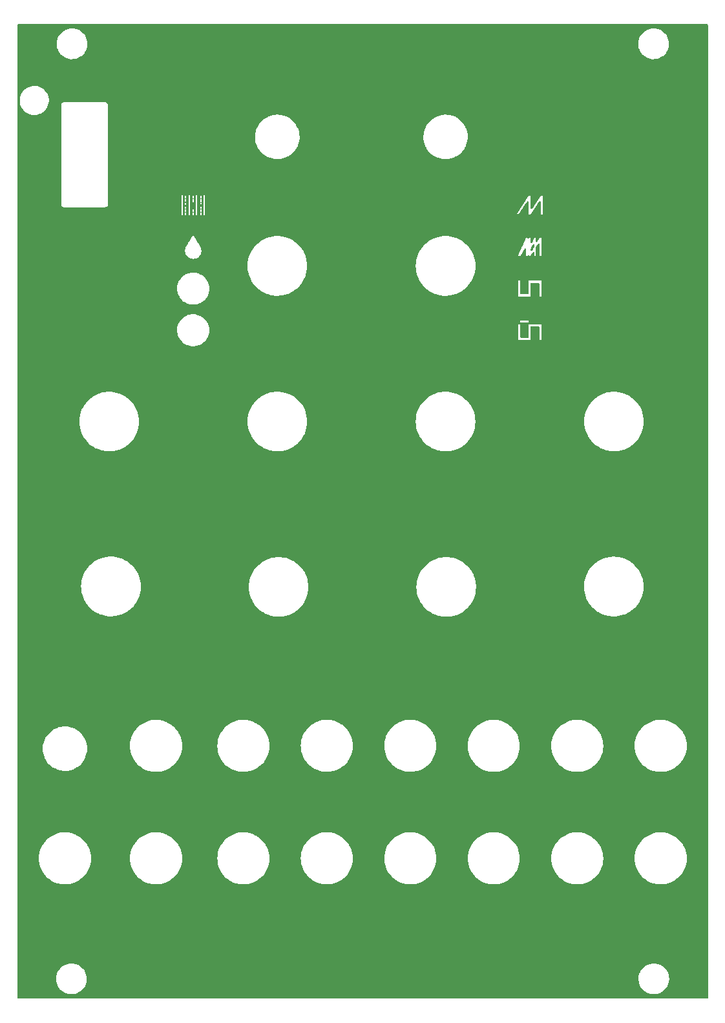
<source format=gbr>
G04 #@! TF.GenerationSoftware,KiCad,Pcbnew,(6.0.1-0)*
G04 #@! TF.CreationDate,2022-04-07T21:36:05+00:00*
G04 #@! TF.ProjectId,frontpanel(1),66726f6e-7470-4616-9e65-6c2831292e6b,rev?*
G04 #@! TF.SameCoordinates,Original*
G04 #@! TF.FileFunction,Copper,L1,Top*
G04 #@! TF.FilePolarity,Positive*
%FSLAX46Y46*%
G04 Gerber Fmt 4.6, Leading zero omitted, Abs format (unit mm)*
G04 Created by KiCad (PCBNEW (6.0.1-0)) date 2022-04-07 21:36:05*
%MOMM*%
%LPD*%
G01*
G04 APERTURE LIST*
G04 APERTURE END LIST*
G04 #@! TA.AperFunction,NonConductor*
G36*
X159528360Y-39802483D02*
G01*
X159574220Y-39856680D01*
X159585000Y-39907603D01*
X159585010Y-39925662D01*
X159585053Y-40001228D01*
X159585089Y-40065744D01*
X159567200Y-40130530D01*
X159405460Y-40400716D01*
X159348767Y-40495421D01*
X159348747Y-40495453D01*
X159323429Y-40537718D01*
X159323348Y-40537853D01*
X159290323Y-40592828D01*
X159238098Y-40640922D01*
X159168162Y-40653147D01*
X159102719Y-40625620D01*
X159062547Y-40567082D01*
X159056314Y-40527840D01*
X159056341Y-40495024D01*
X159068350Y-40441446D01*
X159320526Y-39905978D01*
X159345009Y-39853990D01*
X159392128Y-39800884D01*
X159460479Y-39781683D01*
X159528360Y-39802483D01*
G37*
G04 #@! TD.AperFunction*
G04 #@! TA.AperFunction,NonConductor*
G36*
X182237921Y-10967402D02*
G01*
X182284414Y-11021058D01*
X182295800Y-11073400D01*
X182295800Y-138508600D01*
X182275798Y-138576721D01*
X182222142Y-138623214D01*
X182169800Y-138634600D01*
X91921600Y-138634600D01*
X91853479Y-138614598D01*
X91806986Y-138560942D01*
X91795600Y-138508600D01*
X91795600Y-135977816D01*
X96878668Y-135977816D01*
X96878843Y-135982267D01*
X96879923Y-136009755D01*
X96888487Y-136227720D01*
X96889823Y-136261733D01*
X96890623Y-136266113D01*
X96922277Y-136439432D01*
X96940871Y-136541246D01*
X97030793Y-136810777D01*
X97157796Y-137064950D01*
X97319345Y-137298691D01*
X97512216Y-137507339D01*
X97515670Y-137510151D01*
X97729106Y-137683915D01*
X97729110Y-137683918D01*
X97732563Y-137686729D01*
X97975987Y-137833282D01*
X97980082Y-137835016D01*
X97980084Y-137835017D01*
X98163332Y-137912612D01*
X98237632Y-137944074D01*
X98241925Y-137945212D01*
X98241930Y-137945214D01*
X98385649Y-137983320D01*
X98512278Y-138016895D01*
X98794444Y-138050292D01*
X99078501Y-138043598D01*
X99245785Y-138015754D01*
X99354384Y-137997678D01*
X99354386Y-137997678D01*
X99358781Y-137996946D01*
X99629692Y-137911269D01*
X99885827Y-137788274D01*
X100037801Y-137686729D01*
X100118370Y-137632895D01*
X100118374Y-137632892D01*
X100122078Y-137630417D01*
X100333729Y-137440846D01*
X100456301Y-137295029D01*
X100513691Y-137226756D01*
X100513693Y-137226754D01*
X100516558Y-137223345D01*
X100666917Y-136982253D01*
X100672953Y-136968601D01*
X100780007Y-136726447D01*
X100781805Y-136722380D01*
X100858931Y-136448912D01*
X100896756Y-136167305D01*
X100900725Y-136041000D01*
X100896251Y-135977816D01*
X173191668Y-135977816D01*
X173191843Y-135982267D01*
X173192923Y-136009755D01*
X173201487Y-136227720D01*
X173202823Y-136261733D01*
X173203623Y-136266113D01*
X173235277Y-136439432D01*
X173253871Y-136541246D01*
X173343793Y-136810777D01*
X173470796Y-137064950D01*
X173632345Y-137298691D01*
X173825216Y-137507339D01*
X173828670Y-137510151D01*
X174042106Y-137683915D01*
X174042110Y-137683918D01*
X174045563Y-137686729D01*
X174288987Y-137833282D01*
X174293082Y-137835016D01*
X174293084Y-137835017D01*
X174476332Y-137912612D01*
X174550632Y-137944074D01*
X174554925Y-137945212D01*
X174554930Y-137945214D01*
X174698649Y-137983320D01*
X174825278Y-138016895D01*
X175107444Y-138050292D01*
X175391501Y-138043598D01*
X175558785Y-138015754D01*
X175667384Y-137997678D01*
X175667386Y-137997678D01*
X175671781Y-137996946D01*
X175942692Y-137911269D01*
X176198827Y-137788274D01*
X176350801Y-137686729D01*
X176431370Y-137632895D01*
X176431374Y-137632892D01*
X176435078Y-137630417D01*
X176646729Y-137440846D01*
X176769301Y-137295029D01*
X176826691Y-137226756D01*
X176826693Y-137226754D01*
X176829558Y-137223345D01*
X176979917Y-136982253D01*
X176985953Y-136968601D01*
X177093007Y-136726447D01*
X177094805Y-136722380D01*
X177171931Y-136448912D01*
X177209756Y-136167305D01*
X177213725Y-136041000D01*
X177193657Y-135757574D01*
X177133855Y-135479802D01*
X177035510Y-135213229D01*
X176900587Y-134963171D01*
X176731776Y-134734619D01*
X176682091Y-134684147D01*
X176535576Y-134535314D01*
X176532445Y-134532133D01*
X176306573Y-134359753D01*
X176058666Y-134220918D01*
X176053431Y-134218893D01*
X175797824Y-134120005D01*
X175797818Y-134120003D01*
X175793669Y-134118398D01*
X175789337Y-134117394D01*
X175789334Y-134117393D01*
X175675710Y-134091057D01*
X175516872Y-134054240D01*
X175233796Y-134029723D01*
X175229361Y-134029967D01*
X175229357Y-134029967D01*
X175114013Y-134036315D01*
X174950089Y-134045336D01*
X174945726Y-134046204D01*
X174945725Y-134046204D01*
X174675781Y-134099900D01*
X174675779Y-134099901D01*
X174671413Y-134100769D01*
X174403327Y-134194914D01*
X174151181Y-134325893D01*
X174147566Y-134328476D01*
X174147560Y-134328480D01*
X174100017Y-134362455D01*
X173920006Y-134491093D01*
X173714414Y-134687219D01*
X173711658Y-134690715D01*
X173711657Y-134690716D01*
X173549388Y-134896553D01*
X173538507Y-134910355D01*
X173536275Y-134914197D01*
X173536272Y-134914202D01*
X173398033Y-135152197D01*
X173398030Y-135152203D01*
X173395795Y-135156051D01*
X173289126Y-135419405D01*
X173220628Y-135695160D01*
X173191668Y-135977816D01*
X100896251Y-135977816D01*
X100880657Y-135757574D01*
X100820855Y-135479802D01*
X100722510Y-135213229D01*
X100587587Y-134963171D01*
X100418776Y-134734619D01*
X100369091Y-134684147D01*
X100222576Y-134535314D01*
X100219445Y-134532133D01*
X99993573Y-134359753D01*
X99745666Y-134220918D01*
X99740431Y-134218893D01*
X99484824Y-134120005D01*
X99484818Y-134120003D01*
X99480669Y-134118398D01*
X99476337Y-134117394D01*
X99476334Y-134117393D01*
X99362710Y-134091057D01*
X99203872Y-134054240D01*
X98920796Y-134029723D01*
X98916361Y-134029967D01*
X98916357Y-134029967D01*
X98801013Y-134036315D01*
X98637089Y-134045336D01*
X98632726Y-134046204D01*
X98632725Y-134046204D01*
X98362781Y-134099900D01*
X98362779Y-134099901D01*
X98358413Y-134100769D01*
X98090327Y-134194914D01*
X97838181Y-134325893D01*
X97834566Y-134328476D01*
X97834560Y-134328480D01*
X97787017Y-134362455D01*
X97607006Y-134491093D01*
X97401414Y-134687219D01*
X97398658Y-134690715D01*
X97398657Y-134690716D01*
X97236388Y-134896553D01*
X97225507Y-134910355D01*
X97223275Y-134914197D01*
X97223272Y-134914202D01*
X97085033Y-135152197D01*
X97085030Y-135152203D01*
X97082795Y-135156051D01*
X96976126Y-135419405D01*
X96907628Y-135695160D01*
X96878668Y-135977816D01*
X91795600Y-135977816D01*
X91795600Y-120245241D01*
X94631394Y-120245241D01*
X94650061Y-120613738D01*
X94650598Y-120617093D01*
X94650599Y-120617099D01*
X94687808Y-120849400D01*
X94708416Y-120978063D01*
X94805778Y-121333955D01*
X94941005Y-121677251D01*
X94942588Y-121680266D01*
X95110934Y-122000918D01*
X95110939Y-122000926D01*
X95112518Y-122003934D01*
X95114412Y-122006752D01*
X95114417Y-122006761D01*
X95311101Y-122299458D01*
X95318308Y-122310183D01*
X95555970Y-122592415D01*
X95558430Y-122594766D01*
X95558433Y-122594769D01*
X95820260Y-122844976D01*
X95820267Y-122844982D01*
X95822723Y-122847329D01*
X96115446Y-123071944D01*
X96151263Y-123093721D01*
X96427800Y-123261858D01*
X96427805Y-123261861D01*
X96430715Y-123263630D01*
X96764842Y-123420147D01*
X97113918Y-123539662D01*
X97117241Y-123540411D01*
X97117245Y-123540412D01*
X97470536Y-123620030D01*
X97470542Y-123620031D01*
X97473861Y-123620779D01*
X97477240Y-123621164D01*
X97477246Y-123621165D01*
X97630820Y-123638662D01*
X97840458Y-123662547D01*
X97843863Y-123662565D01*
X97843866Y-123662565D01*
X98041671Y-123663601D01*
X98209422Y-123664479D01*
X98212808Y-123664129D01*
X98212810Y-123664129D01*
X98573045Y-123626903D01*
X98573054Y-123626902D01*
X98576437Y-123626552D01*
X98579770Y-123625838D01*
X98579773Y-123625837D01*
X98757502Y-123587735D01*
X98937209Y-123549209D01*
X99287518Y-123433356D01*
X99623265Y-123280347D01*
X99720970Y-123222334D01*
X99937580Y-123093721D01*
X99937585Y-123093718D01*
X99940525Y-123091972D01*
X99969972Y-123069863D01*
X100232851Y-122872487D01*
X100235584Y-122870435D01*
X100504991Y-122618328D01*
X100745595Y-122338600D01*
X100857721Y-122175456D01*
X100952652Y-122037332D01*
X100952657Y-122037324D01*
X100954582Y-122034523D01*
X100956194Y-122031529D01*
X100956199Y-122031521D01*
X101127884Y-121712666D01*
X101129506Y-121709654D01*
X101268321Y-121367793D01*
X101278898Y-121330664D01*
X101368469Y-121016218D01*
X101369403Y-121012940D01*
X101369976Y-121009588D01*
X101430999Y-120652593D01*
X101430999Y-120652591D01*
X101431571Y-120649246D01*
X101433202Y-120622590D01*
X101450421Y-120341044D01*
X101454096Y-120280965D01*
X101454179Y-120257149D01*
X101453534Y-120245241D01*
X106568554Y-120245241D01*
X106587221Y-120613738D01*
X106587758Y-120617093D01*
X106587759Y-120617099D01*
X106624968Y-120849400D01*
X106645576Y-120978063D01*
X106742938Y-121333955D01*
X106878165Y-121677251D01*
X106879748Y-121680266D01*
X107048094Y-122000918D01*
X107048099Y-122000926D01*
X107049678Y-122003934D01*
X107051572Y-122006752D01*
X107051577Y-122006761D01*
X107248261Y-122299458D01*
X107255468Y-122310183D01*
X107493130Y-122592415D01*
X107495590Y-122594766D01*
X107495593Y-122594769D01*
X107757420Y-122844976D01*
X107757427Y-122844982D01*
X107759883Y-122847329D01*
X108052606Y-123071944D01*
X108088423Y-123093721D01*
X108364960Y-123261858D01*
X108364965Y-123261861D01*
X108367875Y-123263630D01*
X108702002Y-123420147D01*
X109051078Y-123539662D01*
X109054401Y-123540411D01*
X109054405Y-123540412D01*
X109407696Y-123620030D01*
X109407702Y-123620031D01*
X109411021Y-123620779D01*
X109414400Y-123621164D01*
X109414406Y-123621165D01*
X109567980Y-123638662D01*
X109777618Y-123662547D01*
X109781023Y-123662565D01*
X109781026Y-123662565D01*
X109978831Y-123663601D01*
X110146582Y-123664479D01*
X110149968Y-123664129D01*
X110149970Y-123664129D01*
X110510205Y-123626903D01*
X110510214Y-123626902D01*
X110513597Y-123626552D01*
X110516930Y-123625838D01*
X110516933Y-123625837D01*
X110694662Y-123587735D01*
X110874369Y-123549209D01*
X111224678Y-123433356D01*
X111560425Y-123280347D01*
X111658130Y-123222334D01*
X111874740Y-123093721D01*
X111874745Y-123093718D01*
X111877685Y-123091972D01*
X111907132Y-123069863D01*
X112170011Y-122872487D01*
X112172744Y-122870435D01*
X112442151Y-122618328D01*
X112682755Y-122338600D01*
X112794881Y-122175456D01*
X112889812Y-122037332D01*
X112889817Y-122037324D01*
X112891742Y-122034523D01*
X112893354Y-122031529D01*
X112893359Y-122031521D01*
X113065044Y-121712666D01*
X113066666Y-121709654D01*
X113205481Y-121367793D01*
X113216058Y-121330664D01*
X113305629Y-121016218D01*
X113306563Y-121012940D01*
X113307136Y-121009588D01*
X113368159Y-120652593D01*
X113368159Y-120652591D01*
X113368731Y-120649246D01*
X113370362Y-120622590D01*
X113387581Y-120341044D01*
X113391256Y-120280965D01*
X113391339Y-120257149D01*
X113390694Y-120245241D01*
X118005714Y-120245241D01*
X118024381Y-120613738D01*
X118024918Y-120617093D01*
X118024919Y-120617099D01*
X118062128Y-120849400D01*
X118082736Y-120978063D01*
X118180098Y-121333955D01*
X118315325Y-121677251D01*
X118316908Y-121680266D01*
X118485254Y-122000918D01*
X118485259Y-122000926D01*
X118486838Y-122003934D01*
X118488732Y-122006752D01*
X118488737Y-122006761D01*
X118685421Y-122299458D01*
X118692628Y-122310183D01*
X118930290Y-122592415D01*
X118932750Y-122594766D01*
X118932753Y-122594769D01*
X119194580Y-122844976D01*
X119194587Y-122844982D01*
X119197043Y-122847329D01*
X119489766Y-123071944D01*
X119525583Y-123093721D01*
X119802120Y-123261858D01*
X119802125Y-123261861D01*
X119805035Y-123263630D01*
X120139162Y-123420147D01*
X120488238Y-123539662D01*
X120491561Y-123540411D01*
X120491565Y-123540412D01*
X120844856Y-123620030D01*
X120844862Y-123620031D01*
X120848181Y-123620779D01*
X120851560Y-123621164D01*
X120851566Y-123621165D01*
X121005140Y-123638662D01*
X121214778Y-123662547D01*
X121218183Y-123662565D01*
X121218186Y-123662565D01*
X121415991Y-123663601D01*
X121583742Y-123664479D01*
X121587128Y-123664129D01*
X121587130Y-123664129D01*
X121947365Y-123626903D01*
X121947374Y-123626902D01*
X121950757Y-123626552D01*
X121954090Y-123625838D01*
X121954093Y-123625837D01*
X122131822Y-123587735D01*
X122311529Y-123549209D01*
X122661838Y-123433356D01*
X122997585Y-123280347D01*
X123095290Y-123222334D01*
X123311900Y-123093721D01*
X123311905Y-123093718D01*
X123314845Y-123091972D01*
X123344292Y-123069863D01*
X123607171Y-122872487D01*
X123609904Y-122870435D01*
X123879311Y-122618328D01*
X124119915Y-122338600D01*
X124232041Y-122175456D01*
X124326972Y-122037332D01*
X124326977Y-122037324D01*
X124328902Y-122034523D01*
X124330514Y-122031529D01*
X124330519Y-122031521D01*
X124502204Y-121712666D01*
X124503826Y-121709654D01*
X124642641Y-121367793D01*
X124653218Y-121330664D01*
X124742789Y-121016218D01*
X124743723Y-121012940D01*
X124744296Y-121009588D01*
X124805319Y-120652593D01*
X124805319Y-120652591D01*
X124805891Y-120649246D01*
X124807522Y-120622590D01*
X124824741Y-120341044D01*
X124828416Y-120280965D01*
X124828499Y-120257149D01*
X124827854Y-120245241D01*
X128942874Y-120245241D01*
X128961541Y-120613738D01*
X128962078Y-120617093D01*
X128962079Y-120617099D01*
X128999288Y-120849400D01*
X129019896Y-120978063D01*
X129117258Y-121333955D01*
X129252485Y-121677251D01*
X129254068Y-121680266D01*
X129422414Y-122000918D01*
X129422419Y-122000926D01*
X129423998Y-122003934D01*
X129425892Y-122006752D01*
X129425897Y-122006761D01*
X129622581Y-122299458D01*
X129629788Y-122310183D01*
X129867450Y-122592415D01*
X129869910Y-122594766D01*
X129869913Y-122594769D01*
X130131740Y-122844976D01*
X130131747Y-122844982D01*
X130134203Y-122847329D01*
X130426926Y-123071944D01*
X130462743Y-123093721D01*
X130739280Y-123261858D01*
X130739285Y-123261861D01*
X130742195Y-123263630D01*
X131076322Y-123420147D01*
X131425398Y-123539662D01*
X131428721Y-123540411D01*
X131428725Y-123540412D01*
X131782016Y-123620030D01*
X131782022Y-123620031D01*
X131785341Y-123620779D01*
X131788720Y-123621164D01*
X131788726Y-123621165D01*
X131942300Y-123638662D01*
X132151938Y-123662547D01*
X132155343Y-123662565D01*
X132155346Y-123662565D01*
X132353151Y-123663601D01*
X132520902Y-123664479D01*
X132524288Y-123664129D01*
X132524290Y-123664129D01*
X132884525Y-123626903D01*
X132884534Y-123626902D01*
X132887917Y-123626552D01*
X132891250Y-123625838D01*
X132891253Y-123625837D01*
X133068982Y-123587735D01*
X133248689Y-123549209D01*
X133598998Y-123433356D01*
X133934745Y-123280347D01*
X134032450Y-123222334D01*
X134249060Y-123093721D01*
X134249065Y-123093718D01*
X134252005Y-123091972D01*
X134281452Y-123069863D01*
X134544331Y-122872487D01*
X134547064Y-122870435D01*
X134816471Y-122618328D01*
X135057075Y-122338600D01*
X135169201Y-122175456D01*
X135264132Y-122037332D01*
X135264137Y-122037324D01*
X135266062Y-122034523D01*
X135267674Y-122031529D01*
X135267679Y-122031521D01*
X135439364Y-121712666D01*
X135440986Y-121709654D01*
X135579801Y-121367793D01*
X135590378Y-121330664D01*
X135679949Y-121016218D01*
X135680883Y-121012940D01*
X135681456Y-121009588D01*
X135742479Y-120652593D01*
X135742479Y-120652591D01*
X135743051Y-120649246D01*
X135744682Y-120622590D01*
X135761901Y-120341044D01*
X135765576Y-120280965D01*
X135765659Y-120257149D01*
X135765014Y-120245241D01*
X139880034Y-120245241D01*
X139898701Y-120613738D01*
X139899238Y-120617093D01*
X139899239Y-120617099D01*
X139936448Y-120849400D01*
X139957056Y-120978063D01*
X140054418Y-121333955D01*
X140189645Y-121677251D01*
X140191228Y-121680266D01*
X140359574Y-122000918D01*
X140359579Y-122000926D01*
X140361158Y-122003934D01*
X140363052Y-122006752D01*
X140363057Y-122006761D01*
X140559741Y-122299458D01*
X140566948Y-122310183D01*
X140804610Y-122592415D01*
X140807070Y-122594766D01*
X140807073Y-122594769D01*
X141068900Y-122844976D01*
X141068907Y-122844982D01*
X141071363Y-122847329D01*
X141364086Y-123071944D01*
X141399903Y-123093721D01*
X141676440Y-123261858D01*
X141676445Y-123261861D01*
X141679355Y-123263630D01*
X142013482Y-123420147D01*
X142362558Y-123539662D01*
X142365881Y-123540411D01*
X142365885Y-123540412D01*
X142719176Y-123620030D01*
X142719182Y-123620031D01*
X142722501Y-123620779D01*
X142725880Y-123621164D01*
X142725886Y-123621165D01*
X142879460Y-123638662D01*
X143089098Y-123662547D01*
X143092503Y-123662565D01*
X143092506Y-123662565D01*
X143290311Y-123663601D01*
X143458062Y-123664479D01*
X143461448Y-123664129D01*
X143461450Y-123664129D01*
X143821685Y-123626903D01*
X143821694Y-123626902D01*
X143825077Y-123626552D01*
X143828410Y-123625838D01*
X143828413Y-123625837D01*
X144006142Y-123587735D01*
X144185849Y-123549209D01*
X144536158Y-123433356D01*
X144871905Y-123280347D01*
X144969610Y-123222334D01*
X145186220Y-123093721D01*
X145186225Y-123093718D01*
X145189165Y-123091972D01*
X145218612Y-123069863D01*
X145481491Y-122872487D01*
X145484224Y-122870435D01*
X145753631Y-122618328D01*
X145994235Y-122338600D01*
X146106361Y-122175456D01*
X146201292Y-122037332D01*
X146201297Y-122037324D01*
X146203222Y-122034523D01*
X146204834Y-122031529D01*
X146204839Y-122031521D01*
X146376524Y-121712666D01*
X146378146Y-121709654D01*
X146516961Y-121367793D01*
X146527538Y-121330664D01*
X146617109Y-121016218D01*
X146618043Y-121012940D01*
X146618616Y-121009588D01*
X146679639Y-120652593D01*
X146679639Y-120652591D01*
X146680211Y-120649246D01*
X146681842Y-120622590D01*
X146699061Y-120341044D01*
X146702736Y-120280965D01*
X146702819Y-120257149D01*
X146702174Y-120245241D01*
X150817194Y-120245241D01*
X150835861Y-120613738D01*
X150836398Y-120617093D01*
X150836399Y-120617099D01*
X150873608Y-120849400D01*
X150894216Y-120978063D01*
X150991578Y-121333955D01*
X151126805Y-121677251D01*
X151128388Y-121680266D01*
X151296734Y-122000918D01*
X151296739Y-122000926D01*
X151298318Y-122003934D01*
X151300212Y-122006752D01*
X151300217Y-122006761D01*
X151496901Y-122299458D01*
X151504108Y-122310183D01*
X151741770Y-122592415D01*
X151744230Y-122594766D01*
X151744233Y-122594769D01*
X152006060Y-122844976D01*
X152006067Y-122844982D01*
X152008523Y-122847329D01*
X152301246Y-123071944D01*
X152337063Y-123093721D01*
X152613600Y-123261858D01*
X152613605Y-123261861D01*
X152616515Y-123263630D01*
X152950642Y-123420147D01*
X153299718Y-123539662D01*
X153303041Y-123540411D01*
X153303045Y-123540412D01*
X153656336Y-123620030D01*
X153656342Y-123620031D01*
X153659661Y-123620779D01*
X153663040Y-123621164D01*
X153663046Y-123621165D01*
X153816620Y-123638662D01*
X154026258Y-123662547D01*
X154029663Y-123662565D01*
X154029666Y-123662565D01*
X154227471Y-123663601D01*
X154395222Y-123664479D01*
X154398608Y-123664129D01*
X154398610Y-123664129D01*
X154758845Y-123626903D01*
X154758854Y-123626902D01*
X154762237Y-123626552D01*
X154765570Y-123625838D01*
X154765573Y-123625837D01*
X154943302Y-123587735D01*
X155123009Y-123549209D01*
X155473318Y-123433356D01*
X155809065Y-123280347D01*
X155906770Y-123222334D01*
X156123380Y-123093721D01*
X156123385Y-123093718D01*
X156126325Y-123091972D01*
X156155772Y-123069863D01*
X156418651Y-122872487D01*
X156421384Y-122870435D01*
X156690791Y-122618328D01*
X156931395Y-122338600D01*
X157043521Y-122175456D01*
X157138452Y-122037332D01*
X157138457Y-122037324D01*
X157140382Y-122034523D01*
X157141994Y-122031529D01*
X157141999Y-122031521D01*
X157313684Y-121712666D01*
X157315306Y-121709654D01*
X157454121Y-121367793D01*
X157464698Y-121330664D01*
X157554269Y-121016218D01*
X157555203Y-121012940D01*
X157555776Y-121009588D01*
X157616799Y-120652593D01*
X157616799Y-120652591D01*
X157617371Y-120649246D01*
X157619002Y-120622590D01*
X157636221Y-120341044D01*
X157639896Y-120280965D01*
X157639979Y-120257149D01*
X157639334Y-120245241D01*
X161754354Y-120245241D01*
X161773021Y-120613738D01*
X161773558Y-120617093D01*
X161773559Y-120617099D01*
X161810768Y-120849400D01*
X161831376Y-120978063D01*
X161928738Y-121333955D01*
X162063965Y-121677251D01*
X162065548Y-121680266D01*
X162233894Y-122000918D01*
X162233899Y-122000926D01*
X162235478Y-122003934D01*
X162237372Y-122006752D01*
X162237377Y-122006761D01*
X162434061Y-122299458D01*
X162441268Y-122310183D01*
X162678930Y-122592415D01*
X162681390Y-122594766D01*
X162681393Y-122594769D01*
X162943220Y-122844976D01*
X162943227Y-122844982D01*
X162945683Y-122847329D01*
X163238406Y-123071944D01*
X163274223Y-123093721D01*
X163550760Y-123261858D01*
X163550765Y-123261861D01*
X163553675Y-123263630D01*
X163887802Y-123420147D01*
X164236878Y-123539662D01*
X164240201Y-123540411D01*
X164240205Y-123540412D01*
X164593496Y-123620030D01*
X164593502Y-123620031D01*
X164596821Y-123620779D01*
X164600200Y-123621164D01*
X164600206Y-123621165D01*
X164753780Y-123638662D01*
X164963418Y-123662547D01*
X164966823Y-123662565D01*
X164966826Y-123662565D01*
X165164631Y-123663601D01*
X165332382Y-123664479D01*
X165335768Y-123664129D01*
X165335770Y-123664129D01*
X165696005Y-123626903D01*
X165696014Y-123626902D01*
X165699397Y-123626552D01*
X165702730Y-123625838D01*
X165702733Y-123625837D01*
X165880462Y-123587735D01*
X166060169Y-123549209D01*
X166410478Y-123433356D01*
X166746225Y-123280347D01*
X166843930Y-123222334D01*
X167060540Y-123093721D01*
X167060545Y-123093718D01*
X167063485Y-123091972D01*
X167092932Y-123069863D01*
X167355811Y-122872487D01*
X167358544Y-122870435D01*
X167627951Y-122618328D01*
X167868555Y-122338600D01*
X167980681Y-122175456D01*
X168075612Y-122037332D01*
X168075617Y-122037324D01*
X168077542Y-122034523D01*
X168079154Y-122031529D01*
X168079159Y-122031521D01*
X168250844Y-121712666D01*
X168252466Y-121709654D01*
X168391281Y-121367793D01*
X168401858Y-121330664D01*
X168491429Y-121016218D01*
X168492363Y-121012940D01*
X168492936Y-121009588D01*
X168553959Y-120652593D01*
X168553959Y-120652591D01*
X168554531Y-120649246D01*
X168556162Y-120622590D01*
X168573381Y-120341044D01*
X168577056Y-120280965D01*
X168577139Y-120257149D01*
X168576494Y-120245241D01*
X172691518Y-120245241D01*
X172710185Y-120613738D01*
X172710722Y-120617093D01*
X172710723Y-120617099D01*
X172747932Y-120849400D01*
X172768540Y-120978063D01*
X172865902Y-121333955D01*
X173001129Y-121677251D01*
X173002712Y-121680266D01*
X173171058Y-122000918D01*
X173171063Y-122000926D01*
X173172642Y-122003934D01*
X173174536Y-122006752D01*
X173174541Y-122006761D01*
X173371225Y-122299458D01*
X173378432Y-122310183D01*
X173616094Y-122592415D01*
X173618554Y-122594766D01*
X173618557Y-122594769D01*
X173880384Y-122844976D01*
X173880391Y-122844982D01*
X173882847Y-122847329D01*
X174175570Y-123071944D01*
X174211387Y-123093721D01*
X174487924Y-123261858D01*
X174487929Y-123261861D01*
X174490839Y-123263630D01*
X174824966Y-123420147D01*
X175174042Y-123539662D01*
X175177365Y-123540411D01*
X175177369Y-123540412D01*
X175530660Y-123620030D01*
X175530666Y-123620031D01*
X175533985Y-123620779D01*
X175537364Y-123621164D01*
X175537370Y-123621165D01*
X175690944Y-123638662D01*
X175900582Y-123662547D01*
X175903987Y-123662565D01*
X175903990Y-123662565D01*
X176101795Y-123663601D01*
X176269546Y-123664479D01*
X176272932Y-123664129D01*
X176272934Y-123664129D01*
X176633169Y-123626903D01*
X176633178Y-123626902D01*
X176636561Y-123626552D01*
X176639894Y-123625838D01*
X176639897Y-123625837D01*
X176817626Y-123587735D01*
X176997333Y-123549209D01*
X177347642Y-123433356D01*
X177683389Y-123280347D01*
X177781094Y-123222334D01*
X177997704Y-123093721D01*
X177997709Y-123093718D01*
X178000649Y-123091972D01*
X178030096Y-123069863D01*
X178292975Y-122872487D01*
X178295708Y-122870435D01*
X178565115Y-122618328D01*
X178805719Y-122338600D01*
X178917845Y-122175456D01*
X179012776Y-122037332D01*
X179012781Y-122037324D01*
X179014706Y-122034523D01*
X179016318Y-122031529D01*
X179016323Y-122031521D01*
X179188008Y-121712666D01*
X179189630Y-121709654D01*
X179328445Y-121367793D01*
X179339022Y-121330664D01*
X179428593Y-121016218D01*
X179429527Y-121012940D01*
X179430100Y-121009588D01*
X179491123Y-120652593D01*
X179491123Y-120652591D01*
X179491695Y-120649246D01*
X179493326Y-120622590D01*
X179510545Y-120341044D01*
X179514220Y-120280965D01*
X179514303Y-120257149D01*
X179494350Y-119888720D01*
X179434723Y-119524600D01*
X179336120Y-119169050D01*
X179330375Y-119154611D01*
X179200954Y-118829393D01*
X179199695Y-118826229D01*
X179038451Y-118521692D01*
X179028642Y-118503166D01*
X179028638Y-118503159D01*
X179027043Y-118500147D01*
X178820185Y-118194618D01*
X178581539Y-117913217D01*
X178313898Y-117659235D01*
X178020393Y-117435644D01*
X178017481Y-117433887D01*
X178017476Y-117433884D01*
X177707379Y-117246821D01*
X177707370Y-117246816D01*
X177704457Y-117245059D01*
X177701367Y-117243625D01*
X177701362Y-117243622D01*
X177372881Y-117091147D01*
X177372879Y-117091146D01*
X177369785Y-117089710D01*
X177366550Y-117088615D01*
X177366545Y-117088613D01*
X177023529Y-116972508D01*
X177020294Y-116971413D01*
X177010804Y-116969309D01*
X176935638Y-116952645D01*
X176660071Y-116891554D01*
X176529944Y-116877188D01*
X176296711Y-116851438D01*
X176296706Y-116851438D01*
X176293330Y-116851065D01*
X176289931Y-116851059D01*
X176289930Y-116851059D01*
X176115791Y-116850755D01*
X175924361Y-116850421D01*
X175786957Y-116865105D01*
X175560865Y-116889267D01*
X175560859Y-116889268D01*
X175557481Y-116889629D01*
X175554155Y-116890354D01*
X175554156Y-116890354D01*
X175200301Y-116967507D01*
X175200299Y-116967508D01*
X175196981Y-116968231D01*
X175193760Y-116969309D01*
X175193759Y-116969309D01*
X175187471Y-116971413D01*
X174847079Y-117085307D01*
X174511867Y-117239487D01*
X174195268Y-117428968D01*
X173900984Y-117651533D01*
X173632458Y-117904579D01*
X173630246Y-117907169D01*
X173630245Y-117907170D01*
X173580842Y-117965014D01*
X173392832Y-118185145D01*
X173390904Y-118187972D01*
X173390902Y-118187974D01*
X173312637Y-118302707D01*
X173184908Y-118489950D01*
X173011119Y-118815428D01*
X172873498Y-119157771D01*
X172773655Y-119512974D01*
X172773093Y-119516331D01*
X172773093Y-119516332D01*
X172772262Y-119521301D01*
X172712757Y-119876884D01*
X172692397Y-120229989D01*
X172691518Y-120245241D01*
X168576494Y-120245241D01*
X168557186Y-119888720D01*
X168497559Y-119524600D01*
X168398956Y-119169050D01*
X168393211Y-119154611D01*
X168263790Y-118829393D01*
X168262531Y-118826229D01*
X168101287Y-118521692D01*
X168091478Y-118503166D01*
X168091474Y-118503159D01*
X168089879Y-118500147D01*
X167883021Y-118194618D01*
X167644375Y-117913217D01*
X167376734Y-117659235D01*
X167083229Y-117435644D01*
X167080317Y-117433887D01*
X167080312Y-117433884D01*
X166770215Y-117246821D01*
X166770206Y-117246816D01*
X166767293Y-117245059D01*
X166764203Y-117243625D01*
X166764198Y-117243622D01*
X166435717Y-117091147D01*
X166435715Y-117091146D01*
X166432621Y-117089710D01*
X166429386Y-117088615D01*
X166429381Y-117088613D01*
X166086365Y-116972508D01*
X166083130Y-116971413D01*
X166073640Y-116969309D01*
X165998474Y-116952645D01*
X165722907Y-116891554D01*
X165592780Y-116877188D01*
X165359547Y-116851438D01*
X165359542Y-116851438D01*
X165356166Y-116851065D01*
X165352767Y-116851059D01*
X165352766Y-116851059D01*
X165178627Y-116850755D01*
X164987197Y-116850421D01*
X164849793Y-116865105D01*
X164623701Y-116889267D01*
X164623695Y-116889268D01*
X164620317Y-116889629D01*
X164616991Y-116890354D01*
X164616992Y-116890354D01*
X164263137Y-116967507D01*
X164263135Y-116967508D01*
X164259817Y-116968231D01*
X164256596Y-116969309D01*
X164256595Y-116969309D01*
X164250307Y-116971413D01*
X163909915Y-117085307D01*
X163574703Y-117239487D01*
X163258104Y-117428968D01*
X162963820Y-117651533D01*
X162695294Y-117904579D01*
X162693082Y-117907169D01*
X162693081Y-117907170D01*
X162643678Y-117965014D01*
X162455668Y-118185145D01*
X162453740Y-118187972D01*
X162453738Y-118187974D01*
X162375473Y-118302707D01*
X162247744Y-118489950D01*
X162073955Y-118815428D01*
X161936334Y-119157771D01*
X161836491Y-119512974D01*
X161835929Y-119516331D01*
X161835929Y-119516332D01*
X161835098Y-119521301D01*
X161775593Y-119876884D01*
X161755233Y-120229989D01*
X161754354Y-120245241D01*
X157639334Y-120245241D01*
X157620026Y-119888720D01*
X157560399Y-119524600D01*
X157461796Y-119169050D01*
X157456051Y-119154611D01*
X157326630Y-118829393D01*
X157325371Y-118826229D01*
X157164127Y-118521692D01*
X157154318Y-118503166D01*
X157154314Y-118503159D01*
X157152719Y-118500147D01*
X156945861Y-118194618D01*
X156707215Y-117913217D01*
X156439574Y-117659235D01*
X156146069Y-117435644D01*
X156143157Y-117433887D01*
X156143152Y-117433884D01*
X155833055Y-117246821D01*
X155833046Y-117246816D01*
X155830133Y-117245059D01*
X155827043Y-117243625D01*
X155827038Y-117243622D01*
X155498557Y-117091147D01*
X155498555Y-117091146D01*
X155495461Y-117089710D01*
X155492226Y-117088615D01*
X155492221Y-117088613D01*
X155149205Y-116972508D01*
X155145970Y-116971413D01*
X155136480Y-116969309D01*
X155061314Y-116952645D01*
X154785747Y-116891554D01*
X154655620Y-116877188D01*
X154422387Y-116851438D01*
X154422382Y-116851438D01*
X154419006Y-116851065D01*
X154415607Y-116851059D01*
X154415606Y-116851059D01*
X154241467Y-116850755D01*
X154050037Y-116850421D01*
X153912633Y-116865105D01*
X153686541Y-116889267D01*
X153686535Y-116889268D01*
X153683157Y-116889629D01*
X153679831Y-116890354D01*
X153679832Y-116890354D01*
X153325977Y-116967507D01*
X153325975Y-116967508D01*
X153322657Y-116968231D01*
X153319436Y-116969309D01*
X153319435Y-116969309D01*
X153313147Y-116971413D01*
X152972755Y-117085307D01*
X152637543Y-117239487D01*
X152320944Y-117428968D01*
X152026660Y-117651533D01*
X151758134Y-117904579D01*
X151755922Y-117907169D01*
X151755921Y-117907170D01*
X151706518Y-117965014D01*
X151518508Y-118185145D01*
X151516580Y-118187972D01*
X151516578Y-118187974D01*
X151438313Y-118302707D01*
X151310584Y-118489950D01*
X151136795Y-118815428D01*
X150999174Y-119157771D01*
X150899331Y-119512974D01*
X150898769Y-119516331D01*
X150898769Y-119516332D01*
X150897938Y-119521301D01*
X150838433Y-119876884D01*
X150818073Y-120229989D01*
X150817194Y-120245241D01*
X146702174Y-120245241D01*
X146682866Y-119888720D01*
X146623239Y-119524600D01*
X146524636Y-119169050D01*
X146518891Y-119154611D01*
X146389470Y-118829393D01*
X146388211Y-118826229D01*
X146226967Y-118521692D01*
X146217158Y-118503166D01*
X146217154Y-118503159D01*
X146215559Y-118500147D01*
X146008701Y-118194618D01*
X145770055Y-117913217D01*
X145502414Y-117659235D01*
X145208909Y-117435644D01*
X145205997Y-117433887D01*
X145205992Y-117433884D01*
X144895895Y-117246821D01*
X144895886Y-117246816D01*
X144892973Y-117245059D01*
X144889883Y-117243625D01*
X144889878Y-117243622D01*
X144561397Y-117091147D01*
X144561395Y-117091146D01*
X144558301Y-117089710D01*
X144555066Y-117088615D01*
X144555061Y-117088613D01*
X144212045Y-116972508D01*
X144208810Y-116971413D01*
X144199320Y-116969309D01*
X144124154Y-116952645D01*
X143848587Y-116891554D01*
X143718460Y-116877188D01*
X143485227Y-116851438D01*
X143485222Y-116851438D01*
X143481846Y-116851065D01*
X143478447Y-116851059D01*
X143478446Y-116851059D01*
X143304307Y-116850755D01*
X143112877Y-116850421D01*
X142975473Y-116865105D01*
X142749381Y-116889267D01*
X142749375Y-116889268D01*
X142745997Y-116889629D01*
X142742671Y-116890354D01*
X142742672Y-116890354D01*
X142388817Y-116967507D01*
X142388815Y-116967508D01*
X142385497Y-116968231D01*
X142382276Y-116969309D01*
X142382275Y-116969309D01*
X142375987Y-116971413D01*
X142035595Y-117085307D01*
X141700383Y-117239487D01*
X141383784Y-117428968D01*
X141089500Y-117651533D01*
X140820974Y-117904579D01*
X140818762Y-117907169D01*
X140818761Y-117907170D01*
X140769358Y-117965014D01*
X140581348Y-118185145D01*
X140579420Y-118187972D01*
X140579418Y-118187974D01*
X140501153Y-118302707D01*
X140373424Y-118489950D01*
X140199635Y-118815428D01*
X140062014Y-119157771D01*
X139962171Y-119512974D01*
X139961609Y-119516331D01*
X139961609Y-119516332D01*
X139960778Y-119521301D01*
X139901273Y-119876884D01*
X139880913Y-120229989D01*
X139880034Y-120245241D01*
X135765014Y-120245241D01*
X135745706Y-119888720D01*
X135686079Y-119524600D01*
X135587476Y-119169050D01*
X135581731Y-119154611D01*
X135452310Y-118829393D01*
X135451051Y-118826229D01*
X135289807Y-118521692D01*
X135279998Y-118503166D01*
X135279994Y-118503159D01*
X135278399Y-118500147D01*
X135071541Y-118194618D01*
X134832895Y-117913217D01*
X134565254Y-117659235D01*
X134271749Y-117435644D01*
X134268837Y-117433887D01*
X134268832Y-117433884D01*
X133958735Y-117246821D01*
X133958726Y-117246816D01*
X133955813Y-117245059D01*
X133952723Y-117243625D01*
X133952718Y-117243622D01*
X133624237Y-117091147D01*
X133624235Y-117091146D01*
X133621141Y-117089710D01*
X133617906Y-117088615D01*
X133617901Y-117088613D01*
X133274885Y-116972508D01*
X133271650Y-116971413D01*
X133262160Y-116969309D01*
X133186994Y-116952645D01*
X132911427Y-116891554D01*
X132781300Y-116877188D01*
X132548067Y-116851438D01*
X132548062Y-116851438D01*
X132544686Y-116851065D01*
X132541287Y-116851059D01*
X132541286Y-116851059D01*
X132367147Y-116850755D01*
X132175717Y-116850421D01*
X132038313Y-116865105D01*
X131812221Y-116889267D01*
X131812215Y-116889268D01*
X131808837Y-116889629D01*
X131805511Y-116890354D01*
X131805512Y-116890354D01*
X131451657Y-116967507D01*
X131451655Y-116967508D01*
X131448337Y-116968231D01*
X131445116Y-116969309D01*
X131445115Y-116969309D01*
X131438827Y-116971413D01*
X131098435Y-117085307D01*
X130763223Y-117239487D01*
X130446624Y-117428968D01*
X130152340Y-117651533D01*
X129883814Y-117904579D01*
X129881602Y-117907169D01*
X129881601Y-117907170D01*
X129832198Y-117965014D01*
X129644188Y-118185145D01*
X129642260Y-118187972D01*
X129642258Y-118187974D01*
X129563993Y-118302707D01*
X129436264Y-118489950D01*
X129262475Y-118815428D01*
X129124854Y-119157771D01*
X129025011Y-119512974D01*
X129024449Y-119516331D01*
X129024449Y-119516332D01*
X129023618Y-119521301D01*
X128964113Y-119876884D01*
X128943753Y-120229989D01*
X128942874Y-120245241D01*
X124827854Y-120245241D01*
X124808546Y-119888720D01*
X124748919Y-119524600D01*
X124650316Y-119169050D01*
X124644571Y-119154611D01*
X124515150Y-118829393D01*
X124513891Y-118826229D01*
X124352647Y-118521692D01*
X124342838Y-118503166D01*
X124342834Y-118503159D01*
X124341239Y-118500147D01*
X124134381Y-118194618D01*
X123895735Y-117913217D01*
X123628094Y-117659235D01*
X123334589Y-117435644D01*
X123331677Y-117433887D01*
X123331672Y-117433884D01*
X123021575Y-117246821D01*
X123021566Y-117246816D01*
X123018653Y-117245059D01*
X123015563Y-117243625D01*
X123015558Y-117243622D01*
X122687077Y-117091147D01*
X122687075Y-117091146D01*
X122683981Y-117089710D01*
X122680746Y-117088615D01*
X122680741Y-117088613D01*
X122337725Y-116972508D01*
X122334490Y-116971413D01*
X122325000Y-116969309D01*
X122249834Y-116952645D01*
X121974267Y-116891554D01*
X121844140Y-116877188D01*
X121610907Y-116851438D01*
X121610902Y-116851438D01*
X121607526Y-116851065D01*
X121604127Y-116851059D01*
X121604126Y-116851059D01*
X121429987Y-116850755D01*
X121238557Y-116850421D01*
X121101153Y-116865105D01*
X120875061Y-116889267D01*
X120875055Y-116889268D01*
X120871677Y-116889629D01*
X120868351Y-116890354D01*
X120868352Y-116890354D01*
X120514497Y-116967507D01*
X120514495Y-116967508D01*
X120511177Y-116968231D01*
X120507956Y-116969309D01*
X120507955Y-116969309D01*
X120501667Y-116971413D01*
X120161275Y-117085307D01*
X119826063Y-117239487D01*
X119509464Y-117428968D01*
X119215180Y-117651533D01*
X118946654Y-117904579D01*
X118944442Y-117907169D01*
X118944441Y-117907170D01*
X118895038Y-117965014D01*
X118707028Y-118185145D01*
X118705100Y-118187972D01*
X118705098Y-118187974D01*
X118626833Y-118302707D01*
X118499104Y-118489950D01*
X118325315Y-118815428D01*
X118187694Y-119157771D01*
X118087851Y-119512974D01*
X118087289Y-119516331D01*
X118087289Y-119516332D01*
X118086458Y-119521301D01*
X118026953Y-119876884D01*
X118006593Y-120229989D01*
X118005714Y-120245241D01*
X113390694Y-120245241D01*
X113371386Y-119888720D01*
X113311759Y-119524600D01*
X113213156Y-119169050D01*
X113207411Y-119154611D01*
X113077990Y-118829393D01*
X113076731Y-118826229D01*
X112915487Y-118521692D01*
X112905678Y-118503166D01*
X112905674Y-118503159D01*
X112904079Y-118500147D01*
X112697221Y-118194618D01*
X112458575Y-117913217D01*
X112190934Y-117659235D01*
X111897429Y-117435644D01*
X111894517Y-117433887D01*
X111894512Y-117433884D01*
X111584415Y-117246821D01*
X111584406Y-117246816D01*
X111581493Y-117245059D01*
X111578403Y-117243625D01*
X111578398Y-117243622D01*
X111249917Y-117091147D01*
X111249915Y-117091146D01*
X111246821Y-117089710D01*
X111243586Y-117088615D01*
X111243581Y-117088613D01*
X110900565Y-116972508D01*
X110897330Y-116971413D01*
X110887840Y-116969309D01*
X110812674Y-116952645D01*
X110537107Y-116891554D01*
X110406980Y-116877188D01*
X110173747Y-116851438D01*
X110173742Y-116851438D01*
X110170366Y-116851065D01*
X110166967Y-116851059D01*
X110166966Y-116851059D01*
X109992827Y-116850755D01*
X109801397Y-116850421D01*
X109663993Y-116865105D01*
X109437901Y-116889267D01*
X109437895Y-116889268D01*
X109434517Y-116889629D01*
X109431191Y-116890354D01*
X109431192Y-116890354D01*
X109077337Y-116967507D01*
X109077335Y-116967508D01*
X109074017Y-116968231D01*
X109070796Y-116969309D01*
X109070795Y-116969309D01*
X109064507Y-116971413D01*
X108724115Y-117085307D01*
X108388903Y-117239487D01*
X108072304Y-117428968D01*
X107778020Y-117651533D01*
X107509494Y-117904579D01*
X107507282Y-117907169D01*
X107507281Y-117907170D01*
X107457878Y-117965014D01*
X107269868Y-118185145D01*
X107267940Y-118187972D01*
X107267938Y-118187974D01*
X107189673Y-118302707D01*
X107061944Y-118489950D01*
X106888155Y-118815428D01*
X106750534Y-119157771D01*
X106650691Y-119512974D01*
X106650129Y-119516331D01*
X106650129Y-119516332D01*
X106649298Y-119521301D01*
X106589793Y-119876884D01*
X106569433Y-120229989D01*
X106568554Y-120245241D01*
X101453534Y-120245241D01*
X101434226Y-119888720D01*
X101374599Y-119524600D01*
X101275996Y-119169050D01*
X101270251Y-119154611D01*
X101140830Y-118829393D01*
X101139571Y-118826229D01*
X100978327Y-118521692D01*
X100968518Y-118503166D01*
X100968514Y-118503159D01*
X100966919Y-118500147D01*
X100760061Y-118194618D01*
X100521415Y-117913217D01*
X100253774Y-117659235D01*
X99960269Y-117435644D01*
X99957357Y-117433887D01*
X99957352Y-117433884D01*
X99647255Y-117246821D01*
X99647246Y-117246816D01*
X99644333Y-117245059D01*
X99641243Y-117243625D01*
X99641238Y-117243622D01*
X99312757Y-117091147D01*
X99312755Y-117091146D01*
X99309661Y-117089710D01*
X99306426Y-117088615D01*
X99306421Y-117088613D01*
X98963405Y-116972508D01*
X98960170Y-116971413D01*
X98950680Y-116969309D01*
X98875514Y-116952645D01*
X98599947Y-116891554D01*
X98469820Y-116877188D01*
X98236587Y-116851438D01*
X98236582Y-116851438D01*
X98233206Y-116851065D01*
X98229807Y-116851059D01*
X98229806Y-116851059D01*
X98055667Y-116850755D01*
X97864237Y-116850421D01*
X97726833Y-116865105D01*
X97500741Y-116889267D01*
X97500735Y-116889268D01*
X97497357Y-116889629D01*
X97494031Y-116890354D01*
X97494032Y-116890354D01*
X97140177Y-116967507D01*
X97140175Y-116967508D01*
X97136857Y-116968231D01*
X97133636Y-116969309D01*
X97133635Y-116969309D01*
X97127347Y-116971413D01*
X96786955Y-117085307D01*
X96451743Y-117239487D01*
X96135144Y-117428968D01*
X95840860Y-117651533D01*
X95572334Y-117904579D01*
X95570122Y-117907169D01*
X95570121Y-117907170D01*
X95520718Y-117965014D01*
X95332708Y-118185145D01*
X95330780Y-118187972D01*
X95330778Y-118187974D01*
X95252513Y-118302707D01*
X95124784Y-118489950D01*
X94950995Y-118815428D01*
X94813374Y-119157771D01*
X94713531Y-119512974D01*
X94712969Y-119516331D01*
X94712969Y-119516332D01*
X94712138Y-119521301D01*
X94652633Y-119876884D01*
X94632273Y-120229989D01*
X94631394Y-120245241D01*
X91795600Y-120245241D01*
X91795600Y-105792253D01*
X95132887Y-105792253D01*
X95132982Y-105795883D01*
X95132982Y-105795884D01*
X95134707Y-105861776D01*
X95140141Y-106069283D01*
X95141660Y-106127313D01*
X95142171Y-106130903D01*
X95142171Y-106130904D01*
X95149973Y-106185722D01*
X95188887Y-106459145D01*
X95273940Y-106783349D01*
X95275259Y-106786732D01*
X95338239Y-106948266D01*
X95395693Y-107095629D01*
X95397397Y-107098847D01*
X95524744Y-107339363D01*
X95552532Y-107391846D01*
X95554584Y-107394831D01*
X95554589Y-107394840D01*
X95740320Y-107665080D01*
X95740326Y-107665087D01*
X95742377Y-107668072D01*
X95962713Y-107920648D01*
X96210619Y-108146225D01*
X96482810Y-108341814D01*
X96485990Y-108343584D01*
X96518576Y-108361721D01*
X96775676Y-108504821D01*
X97085338Y-108633087D01*
X97088832Y-108634082D01*
X97088834Y-108634083D01*
X97404189Y-108723915D01*
X97404194Y-108723916D01*
X97407690Y-108724912D01*
X97610836Y-108758178D01*
X97734880Y-108778491D01*
X97734884Y-108778491D01*
X97738460Y-108779077D01*
X97742086Y-108779248D01*
X98069636Y-108794695D01*
X98069637Y-108794695D01*
X98073263Y-108794866D01*
X98083141Y-108794193D01*
X98404031Y-108772317D01*
X98404039Y-108772316D01*
X98407662Y-108772069D01*
X98411238Y-108771406D01*
X98411240Y-108771406D01*
X98733660Y-108711649D01*
X98733664Y-108711648D01*
X98737225Y-108710988D01*
X99057583Y-108612433D01*
X99364490Y-108477710D01*
X99600249Y-108339944D01*
X99650739Y-108310440D01*
X99650741Y-108310439D01*
X99653879Y-108308605D01*
X99867326Y-108148345D01*
X99919007Y-108109542D01*
X99919011Y-108109539D01*
X99921914Y-108107359D01*
X100165041Y-107876640D01*
X100380039Y-107619505D01*
X100390363Y-107603788D01*
X100562071Y-107342389D01*
X100562076Y-107342380D01*
X100564058Y-107339363D01*
X100642130Y-107184135D01*
X100713032Y-107043163D01*
X100713035Y-107043155D01*
X100714659Y-107039927D01*
X100748202Y-106948266D01*
X100828597Y-106728577D01*
X100828598Y-106728573D01*
X100829845Y-106725166D01*
X100830690Y-106721644D01*
X100830693Y-106721636D01*
X100907243Y-106402780D01*
X100907244Y-106402776D01*
X100908090Y-106399251D01*
X100922813Y-106277588D01*
X100948021Y-106069283D01*
X100948022Y-106069276D01*
X100948357Y-106066504D01*
X100954102Y-105883700D01*
X100953941Y-105880904D01*
X100935017Y-105552700D01*
X100935016Y-105552695D01*
X100934808Y-105549080D01*
X100933234Y-105540062D01*
X100928553Y-105513241D01*
X106568554Y-105513241D01*
X106568726Y-105516636D01*
X106568726Y-105516638D01*
X106582688Y-105792253D01*
X106587221Y-105881738D01*
X106587758Y-105885093D01*
X106587759Y-105885099D01*
X106617261Y-106069283D01*
X106645576Y-106246063D01*
X106742938Y-106601955D01*
X106878165Y-106945251D01*
X106879748Y-106948266D01*
X107048094Y-107268918D01*
X107048099Y-107268926D01*
X107049678Y-107271934D01*
X107051572Y-107274752D01*
X107051577Y-107274761D01*
X107246375Y-107564651D01*
X107255468Y-107578183D01*
X107493130Y-107860415D01*
X107495590Y-107862766D01*
X107495593Y-107862769D01*
X107757420Y-108112976D01*
X107757427Y-108112982D01*
X107759883Y-108115329D01*
X108052606Y-108339944D01*
X108088423Y-108361721D01*
X108364960Y-108529858D01*
X108364965Y-108529861D01*
X108367875Y-108531630D01*
X108702002Y-108688147D01*
X109051078Y-108807662D01*
X109054401Y-108808411D01*
X109054405Y-108808412D01*
X109407696Y-108888030D01*
X109407702Y-108888031D01*
X109411021Y-108888779D01*
X109414400Y-108889164D01*
X109414406Y-108889165D01*
X109567980Y-108906662D01*
X109777618Y-108930547D01*
X109781023Y-108930565D01*
X109781026Y-108930565D01*
X109978831Y-108931601D01*
X110146582Y-108932479D01*
X110149968Y-108932129D01*
X110149970Y-108932129D01*
X110510205Y-108894903D01*
X110510214Y-108894902D01*
X110513597Y-108894552D01*
X110516930Y-108893838D01*
X110516933Y-108893837D01*
X110694662Y-108855735D01*
X110874369Y-108817209D01*
X111224678Y-108701356D01*
X111560425Y-108548347D01*
X111682482Y-108475875D01*
X111874740Y-108361721D01*
X111874745Y-108361718D01*
X111877685Y-108359972D01*
X111907132Y-108337863D01*
X112170011Y-108140487D01*
X112172744Y-108138435D01*
X112442151Y-107886328D01*
X112682755Y-107606600D01*
X112828294Y-107394840D01*
X112889812Y-107305332D01*
X112889817Y-107305324D01*
X112891742Y-107302523D01*
X112893354Y-107299529D01*
X112893359Y-107299521D01*
X113065044Y-106980666D01*
X113066666Y-106977654D01*
X113205481Y-106635793D01*
X113216058Y-106598664D01*
X113305629Y-106284218D01*
X113306563Y-106280940D01*
X113308965Y-106266888D01*
X113368159Y-105920593D01*
X113368159Y-105920591D01*
X113368731Y-105917246D01*
X113369386Y-105906546D01*
X113388161Y-105599566D01*
X113391256Y-105548965D01*
X113391339Y-105525149D01*
X113390115Y-105502541D01*
X118005714Y-105502541D01*
X118005886Y-105505936D01*
X118005886Y-105505938D01*
X118008157Y-105550762D01*
X118024381Y-105871038D01*
X118024918Y-105874393D01*
X118024919Y-105874399D01*
X118031239Y-105913853D01*
X118082736Y-106235363D01*
X118180098Y-106591255D01*
X118315325Y-106934551D01*
X118316908Y-106937566D01*
X118485254Y-107258218D01*
X118485259Y-107258226D01*
X118486838Y-107261234D01*
X118488732Y-107264052D01*
X118488737Y-107264061D01*
X118645493Y-107497338D01*
X118692628Y-107567483D01*
X118930290Y-107849715D01*
X118932750Y-107852066D01*
X118932753Y-107852069D01*
X119194580Y-108102276D01*
X119194587Y-108102282D01*
X119197043Y-108104629D01*
X119489766Y-108329244D01*
X119593942Y-108392584D01*
X119802120Y-108519158D01*
X119802125Y-108519161D01*
X119805035Y-108520930D01*
X120139162Y-108677447D01*
X120488238Y-108796962D01*
X120491561Y-108797711D01*
X120491565Y-108797712D01*
X120844856Y-108877330D01*
X120844862Y-108877331D01*
X120848181Y-108878079D01*
X120851560Y-108878464D01*
X120851566Y-108878465D01*
X120992764Y-108894552D01*
X121214778Y-108919847D01*
X121218183Y-108919865D01*
X121218186Y-108919865D01*
X121415991Y-108920901D01*
X121583742Y-108921779D01*
X121587128Y-108921429D01*
X121587130Y-108921429D01*
X121947365Y-108884203D01*
X121947374Y-108884202D01*
X121950757Y-108883852D01*
X121954090Y-108883138D01*
X121954093Y-108883137D01*
X122131822Y-108845035D01*
X122311529Y-108806509D01*
X122661838Y-108690656D01*
X122997585Y-108537647D01*
X123101621Y-108475875D01*
X123311900Y-108351021D01*
X123311905Y-108351018D01*
X123314845Y-108349272D01*
X123330041Y-108337863D01*
X123607171Y-108129787D01*
X123609904Y-108127735D01*
X123879311Y-107875628D01*
X124119915Y-107595900D01*
X124258100Y-107394840D01*
X124326972Y-107294632D01*
X124326977Y-107294624D01*
X124328902Y-107291823D01*
X124330514Y-107288829D01*
X124330519Y-107288821D01*
X124496443Y-106980666D01*
X124503826Y-106966954D01*
X124642641Y-106625093D01*
X124650170Y-106598664D01*
X124742789Y-106273518D01*
X124743723Y-106270240D01*
X124744296Y-106266888D01*
X124805319Y-105909893D01*
X124805319Y-105909891D01*
X124805891Y-105906546D01*
X124807118Y-105886497D01*
X124825994Y-105577861D01*
X124828416Y-105538265D01*
X124828468Y-105523342D01*
X124828493Y-105516269D01*
X124828493Y-105516257D01*
X124828499Y-105514449D01*
X124827854Y-105502541D01*
X128942874Y-105502541D01*
X128943046Y-105505936D01*
X128943046Y-105505938D01*
X128945317Y-105550762D01*
X128961541Y-105871038D01*
X128962078Y-105874393D01*
X128962079Y-105874399D01*
X128968399Y-105913853D01*
X129019896Y-106235363D01*
X129117258Y-106591255D01*
X129252485Y-106934551D01*
X129254068Y-106937566D01*
X129422414Y-107258218D01*
X129422419Y-107258226D01*
X129423998Y-107261234D01*
X129425892Y-107264052D01*
X129425897Y-107264061D01*
X129582653Y-107497338D01*
X129629788Y-107567483D01*
X129867450Y-107849715D01*
X129869910Y-107852066D01*
X129869913Y-107852069D01*
X130131740Y-108102276D01*
X130131747Y-108102282D01*
X130134203Y-108104629D01*
X130426926Y-108329244D01*
X130531102Y-108392584D01*
X130739280Y-108519158D01*
X130739285Y-108519161D01*
X130742195Y-108520930D01*
X131076322Y-108677447D01*
X131425398Y-108796962D01*
X131428721Y-108797711D01*
X131428725Y-108797712D01*
X131782016Y-108877330D01*
X131782022Y-108877331D01*
X131785341Y-108878079D01*
X131788720Y-108878464D01*
X131788726Y-108878465D01*
X131929924Y-108894552D01*
X132151938Y-108919847D01*
X132155343Y-108919865D01*
X132155346Y-108919865D01*
X132353151Y-108920901D01*
X132520902Y-108921779D01*
X132524288Y-108921429D01*
X132524290Y-108921429D01*
X132884525Y-108884203D01*
X132884534Y-108884202D01*
X132887917Y-108883852D01*
X132891250Y-108883138D01*
X132891253Y-108883137D01*
X133068982Y-108845035D01*
X133248689Y-108806509D01*
X133598998Y-108690656D01*
X133934745Y-108537647D01*
X134038781Y-108475875D01*
X134249060Y-108351021D01*
X134249065Y-108351018D01*
X134252005Y-108349272D01*
X134267201Y-108337863D01*
X134544331Y-108129787D01*
X134547064Y-108127735D01*
X134816471Y-107875628D01*
X135057075Y-107595900D01*
X135195260Y-107394840D01*
X135264132Y-107294632D01*
X135264137Y-107294624D01*
X135266062Y-107291823D01*
X135267674Y-107288829D01*
X135267679Y-107288821D01*
X135433603Y-106980666D01*
X135440986Y-106966954D01*
X135579801Y-106625093D01*
X135587330Y-106598664D01*
X135679949Y-106273518D01*
X135680883Y-106270240D01*
X135681456Y-106266888D01*
X135742479Y-105909893D01*
X135742479Y-105909891D01*
X135743051Y-105906546D01*
X135744278Y-105886497D01*
X135763154Y-105577861D01*
X135765576Y-105538265D01*
X135765628Y-105523342D01*
X135765653Y-105516269D01*
X135765653Y-105516257D01*
X135765659Y-105514449D01*
X135765014Y-105502541D01*
X139880034Y-105502541D01*
X139880206Y-105505936D01*
X139880206Y-105505938D01*
X139882477Y-105550762D01*
X139898701Y-105871038D01*
X139899238Y-105874393D01*
X139899239Y-105874399D01*
X139905559Y-105913853D01*
X139957056Y-106235363D01*
X140054418Y-106591255D01*
X140189645Y-106934551D01*
X140191228Y-106937566D01*
X140359574Y-107258218D01*
X140359579Y-107258226D01*
X140361158Y-107261234D01*
X140363052Y-107264052D01*
X140363057Y-107264061D01*
X140519813Y-107497338D01*
X140566948Y-107567483D01*
X140804610Y-107849715D01*
X140807070Y-107852066D01*
X140807073Y-107852069D01*
X141068900Y-108102276D01*
X141068907Y-108102282D01*
X141071363Y-108104629D01*
X141364086Y-108329244D01*
X141468262Y-108392584D01*
X141676440Y-108519158D01*
X141676445Y-108519161D01*
X141679355Y-108520930D01*
X142013482Y-108677447D01*
X142362558Y-108796962D01*
X142365881Y-108797711D01*
X142365885Y-108797712D01*
X142719176Y-108877330D01*
X142719182Y-108877331D01*
X142722501Y-108878079D01*
X142725880Y-108878464D01*
X142725886Y-108878465D01*
X142867084Y-108894552D01*
X143089098Y-108919847D01*
X143092503Y-108919865D01*
X143092506Y-108919865D01*
X143290311Y-108920901D01*
X143458062Y-108921779D01*
X143461448Y-108921429D01*
X143461450Y-108921429D01*
X143821685Y-108884203D01*
X143821694Y-108884202D01*
X143825077Y-108883852D01*
X143828410Y-108883138D01*
X143828413Y-108883137D01*
X144006142Y-108845035D01*
X144185849Y-108806509D01*
X144536158Y-108690656D01*
X144871905Y-108537647D01*
X144975941Y-108475875D01*
X145186220Y-108351021D01*
X145186225Y-108351018D01*
X145189165Y-108349272D01*
X145204361Y-108337863D01*
X145481491Y-108129787D01*
X145484224Y-108127735D01*
X145753631Y-107875628D01*
X145994235Y-107595900D01*
X146132420Y-107394840D01*
X146201292Y-107294632D01*
X146201297Y-107294624D01*
X146203222Y-107291823D01*
X146204834Y-107288829D01*
X146204839Y-107288821D01*
X146370763Y-106980666D01*
X146378146Y-106966954D01*
X146516961Y-106625093D01*
X146524490Y-106598664D01*
X146617109Y-106273518D01*
X146618043Y-106270240D01*
X146618616Y-106266888D01*
X146679639Y-105909893D01*
X146679639Y-105909891D01*
X146680211Y-105906546D01*
X146681438Y-105886497D01*
X146700314Y-105577861D01*
X146702736Y-105538265D01*
X146702788Y-105523342D01*
X146702813Y-105516269D01*
X146702813Y-105516257D01*
X146702819Y-105514449D01*
X146702754Y-105513241D01*
X150817194Y-105513241D01*
X150817366Y-105516636D01*
X150817366Y-105516638D01*
X150831328Y-105792253D01*
X150835861Y-105881738D01*
X150836398Y-105885093D01*
X150836399Y-105885099D01*
X150865901Y-106069283D01*
X150894216Y-106246063D01*
X150991578Y-106601955D01*
X151126805Y-106945251D01*
X151128388Y-106948266D01*
X151296734Y-107268918D01*
X151296739Y-107268926D01*
X151298318Y-107271934D01*
X151300212Y-107274752D01*
X151300217Y-107274761D01*
X151495015Y-107564651D01*
X151504108Y-107578183D01*
X151741770Y-107860415D01*
X151744230Y-107862766D01*
X151744233Y-107862769D01*
X152006060Y-108112976D01*
X152006067Y-108112982D01*
X152008523Y-108115329D01*
X152301246Y-108339944D01*
X152337063Y-108361721D01*
X152613600Y-108529858D01*
X152613605Y-108529861D01*
X152616515Y-108531630D01*
X152950642Y-108688147D01*
X153299718Y-108807662D01*
X153303041Y-108808411D01*
X153303045Y-108808412D01*
X153656336Y-108888030D01*
X153656342Y-108888031D01*
X153659661Y-108888779D01*
X153663040Y-108889164D01*
X153663046Y-108889165D01*
X153816620Y-108906662D01*
X154026258Y-108930547D01*
X154029663Y-108930565D01*
X154029666Y-108930565D01*
X154227471Y-108931601D01*
X154395222Y-108932479D01*
X154398608Y-108932129D01*
X154398610Y-108932129D01*
X154758845Y-108894903D01*
X154758854Y-108894902D01*
X154762237Y-108894552D01*
X154765570Y-108893838D01*
X154765573Y-108893837D01*
X154943302Y-108855735D01*
X155123009Y-108817209D01*
X155473318Y-108701356D01*
X155809065Y-108548347D01*
X155931122Y-108475875D01*
X156123380Y-108361721D01*
X156123385Y-108361718D01*
X156126325Y-108359972D01*
X156155772Y-108337863D01*
X156418651Y-108140487D01*
X156421384Y-108138435D01*
X156690791Y-107886328D01*
X156931395Y-107606600D01*
X157076934Y-107394840D01*
X157138452Y-107305332D01*
X157138457Y-107305324D01*
X157140382Y-107302523D01*
X157141994Y-107299529D01*
X157141999Y-107299521D01*
X157313684Y-106980666D01*
X157315306Y-106977654D01*
X157454121Y-106635793D01*
X157464698Y-106598664D01*
X157554269Y-106284218D01*
X157555203Y-106280940D01*
X157557605Y-106266888D01*
X157616799Y-105920593D01*
X157616799Y-105920591D01*
X157617371Y-105917246D01*
X157618026Y-105906546D01*
X157636801Y-105599566D01*
X157639896Y-105548965D01*
X157639979Y-105525149D01*
X157639334Y-105513241D01*
X161754354Y-105513241D01*
X161754526Y-105516636D01*
X161754526Y-105516638D01*
X161768488Y-105792253D01*
X161773021Y-105881738D01*
X161773558Y-105885093D01*
X161773559Y-105885099D01*
X161803061Y-106069283D01*
X161831376Y-106246063D01*
X161928738Y-106601955D01*
X162063965Y-106945251D01*
X162065548Y-106948266D01*
X162233894Y-107268918D01*
X162233899Y-107268926D01*
X162235478Y-107271934D01*
X162237372Y-107274752D01*
X162237377Y-107274761D01*
X162432175Y-107564651D01*
X162441268Y-107578183D01*
X162678930Y-107860415D01*
X162681390Y-107862766D01*
X162681393Y-107862769D01*
X162943220Y-108112976D01*
X162943227Y-108112982D01*
X162945683Y-108115329D01*
X163238406Y-108339944D01*
X163274223Y-108361721D01*
X163550760Y-108529858D01*
X163550765Y-108529861D01*
X163553675Y-108531630D01*
X163887802Y-108688147D01*
X164236878Y-108807662D01*
X164240201Y-108808411D01*
X164240205Y-108808412D01*
X164593496Y-108888030D01*
X164593502Y-108888031D01*
X164596821Y-108888779D01*
X164600200Y-108889164D01*
X164600206Y-108889165D01*
X164753780Y-108906662D01*
X164963418Y-108930547D01*
X164966823Y-108930565D01*
X164966826Y-108930565D01*
X165164631Y-108931601D01*
X165332382Y-108932479D01*
X165335768Y-108932129D01*
X165335770Y-108932129D01*
X165696005Y-108894903D01*
X165696014Y-108894902D01*
X165699397Y-108894552D01*
X165702730Y-108893838D01*
X165702733Y-108893837D01*
X165880462Y-108855735D01*
X166060169Y-108817209D01*
X166410478Y-108701356D01*
X166746225Y-108548347D01*
X166868282Y-108475875D01*
X167060540Y-108361721D01*
X167060545Y-108361718D01*
X167063485Y-108359972D01*
X167092932Y-108337863D01*
X167355811Y-108140487D01*
X167358544Y-108138435D01*
X167627951Y-107886328D01*
X167868555Y-107606600D01*
X168014094Y-107394840D01*
X168075612Y-107305332D01*
X168075617Y-107305324D01*
X168077542Y-107302523D01*
X168079154Y-107299529D01*
X168079159Y-107299521D01*
X168250844Y-106980666D01*
X168252466Y-106977654D01*
X168391281Y-106635793D01*
X168401858Y-106598664D01*
X168491429Y-106284218D01*
X168492363Y-106280940D01*
X168494765Y-106266888D01*
X168553959Y-105920593D01*
X168553959Y-105920591D01*
X168554531Y-105917246D01*
X168555186Y-105906546D01*
X168573961Y-105599566D01*
X168577056Y-105548965D01*
X168577139Y-105525149D01*
X168576494Y-105513241D01*
X172691518Y-105513241D01*
X172691690Y-105516636D01*
X172691690Y-105516638D01*
X172705652Y-105792253D01*
X172710185Y-105881738D01*
X172710722Y-105885093D01*
X172710723Y-105885099D01*
X172740225Y-106069283D01*
X172768540Y-106246063D01*
X172865902Y-106601955D01*
X173001129Y-106945251D01*
X173002712Y-106948266D01*
X173171058Y-107268918D01*
X173171063Y-107268926D01*
X173172642Y-107271934D01*
X173174536Y-107274752D01*
X173174541Y-107274761D01*
X173369339Y-107564651D01*
X173378432Y-107578183D01*
X173616094Y-107860415D01*
X173618554Y-107862766D01*
X173618557Y-107862769D01*
X173880384Y-108112976D01*
X173880391Y-108112982D01*
X173882847Y-108115329D01*
X174175570Y-108339944D01*
X174211387Y-108361721D01*
X174487924Y-108529858D01*
X174487929Y-108529861D01*
X174490839Y-108531630D01*
X174824966Y-108688147D01*
X175174042Y-108807662D01*
X175177365Y-108808411D01*
X175177369Y-108808412D01*
X175530660Y-108888030D01*
X175530666Y-108888031D01*
X175533985Y-108888779D01*
X175537364Y-108889164D01*
X175537370Y-108889165D01*
X175690944Y-108906662D01*
X175900582Y-108930547D01*
X175903987Y-108930565D01*
X175903990Y-108930565D01*
X176101795Y-108931601D01*
X176269546Y-108932479D01*
X176272932Y-108932129D01*
X176272934Y-108932129D01*
X176633169Y-108894903D01*
X176633178Y-108894902D01*
X176636561Y-108894552D01*
X176639894Y-108893838D01*
X176639897Y-108893837D01*
X176817626Y-108855735D01*
X176997333Y-108817209D01*
X177347642Y-108701356D01*
X177683389Y-108548347D01*
X177805446Y-108475875D01*
X177997704Y-108361721D01*
X177997709Y-108361718D01*
X178000649Y-108359972D01*
X178030096Y-108337863D01*
X178292975Y-108140487D01*
X178295708Y-108138435D01*
X178565115Y-107886328D01*
X178805719Y-107606600D01*
X178951258Y-107394840D01*
X179012776Y-107305332D01*
X179012781Y-107305324D01*
X179014706Y-107302523D01*
X179016318Y-107299529D01*
X179016323Y-107299521D01*
X179188008Y-106980666D01*
X179189630Y-106977654D01*
X179328445Y-106635793D01*
X179339022Y-106598664D01*
X179428593Y-106284218D01*
X179429527Y-106280940D01*
X179431929Y-106266888D01*
X179491123Y-105920593D01*
X179491123Y-105920591D01*
X179491695Y-105917246D01*
X179492350Y-105906546D01*
X179511125Y-105599566D01*
X179514220Y-105548965D01*
X179514303Y-105525149D01*
X179494350Y-105156720D01*
X179434723Y-104792600D01*
X179336120Y-104437050D01*
X179330601Y-104423180D01*
X179200954Y-104097393D01*
X179199695Y-104094229D01*
X179049188Y-103809971D01*
X179028642Y-103771166D01*
X179028638Y-103771159D01*
X179027043Y-103768147D01*
X178820185Y-103462618D01*
X178581539Y-103181217D01*
X178389511Y-102998989D01*
X178316365Y-102929576D01*
X178316364Y-102929575D01*
X178313898Y-102927235D01*
X178020393Y-102703644D01*
X178017481Y-102701887D01*
X178017476Y-102701884D01*
X177707379Y-102514821D01*
X177707370Y-102514816D01*
X177704457Y-102513059D01*
X177701367Y-102511625D01*
X177701362Y-102511622D01*
X177372881Y-102359147D01*
X177372879Y-102359146D01*
X177369785Y-102357710D01*
X177366550Y-102356615D01*
X177366545Y-102356613D01*
X177023529Y-102240508D01*
X177020294Y-102239413D01*
X177010804Y-102237309D01*
X176935638Y-102220645D01*
X176660071Y-102159554D01*
X176529944Y-102145188D01*
X176296711Y-102119438D01*
X176296706Y-102119438D01*
X176293330Y-102119065D01*
X176289931Y-102119059D01*
X176289930Y-102119059D01*
X176115791Y-102118755D01*
X175924361Y-102118421D01*
X175786957Y-102133105D01*
X175560865Y-102157267D01*
X175560859Y-102157268D01*
X175557481Y-102157629D01*
X175554155Y-102158354D01*
X175554156Y-102158354D01*
X175200301Y-102235507D01*
X175200299Y-102235508D01*
X175196981Y-102236231D01*
X175193760Y-102237309D01*
X175193759Y-102237309D01*
X175187471Y-102239413D01*
X174847079Y-102353307D01*
X174511867Y-102507487D01*
X174195268Y-102696968D01*
X173900984Y-102919533D01*
X173632458Y-103172579D01*
X173630246Y-103175169D01*
X173630245Y-103175170D01*
X173494234Y-103334418D01*
X173392832Y-103453145D01*
X173390904Y-103455972D01*
X173390902Y-103455974D01*
X173190152Y-103750263D01*
X173184908Y-103757950D01*
X173183301Y-103760960D01*
X173183299Y-103760963D01*
X173040741Y-104027951D01*
X173011119Y-104083428D01*
X173009846Y-104086596D01*
X173009845Y-104086597D01*
X172879070Y-104411911D01*
X172873498Y-104425771D01*
X172822170Y-104608377D01*
X172775719Y-104773632D01*
X172773655Y-104780974D01*
X172773093Y-104784331D01*
X172773093Y-104784332D01*
X172714548Y-105134184D01*
X172712757Y-105144884D01*
X172692397Y-105497989D01*
X172691518Y-105513241D01*
X168576494Y-105513241D01*
X168557186Y-105156720D01*
X168497559Y-104792600D01*
X168398956Y-104437050D01*
X168393437Y-104423180D01*
X168263790Y-104097393D01*
X168262531Y-104094229D01*
X168112024Y-103809971D01*
X168091478Y-103771166D01*
X168091474Y-103771159D01*
X168089879Y-103768147D01*
X167883021Y-103462618D01*
X167644375Y-103181217D01*
X167452347Y-102998989D01*
X167379201Y-102929576D01*
X167379200Y-102929575D01*
X167376734Y-102927235D01*
X167083229Y-102703644D01*
X167080317Y-102701887D01*
X167080312Y-102701884D01*
X166770215Y-102514821D01*
X166770206Y-102514816D01*
X166767293Y-102513059D01*
X166764203Y-102511625D01*
X166764198Y-102511622D01*
X166435717Y-102359147D01*
X166435715Y-102359146D01*
X166432621Y-102357710D01*
X166429386Y-102356615D01*
X166429381Y-102356613D01*
X166086365Y-102240508D01*
X166083130Y-102239413D01*
X166073640Y-102237309D01*
X165998474Y-102220645D01*
X165722907Y-102159554D01*
X165592780Y-102145188D01*
X165359547Y-102119438D01*
X165359542Y-102119438D01*
X165356166Y-102119065D01*
X165352767Y-102119059D01*
X165352766Y-102119059D01*
X165178627Y-102118755D01*
X164987197Y-102118421D01*
X164849793Y-102133105D01*
X164623701Y-102157267D01*
X164623695Y-102157268D01*
X164620317Y-102157629D01*
X164616991Y-102158354D01*
X164616992Y-102158354D01*
X164263137Y-102235507D01*
X164263135Y-102235508D01*
X164259817Y-102236231D01*
X164256596Y-102237309D01*
X164256595Y-102237309D01*
X164250307Y-102239413D01*
X163909915Y-102353307D01*
X163574703Y-102507487D01*
X163258104Y-102696968D01*
X162963820Y-102919533D01*
X162695294Y-103172579D01*
X162693082Y-103175169D01*
X162693081Y-103175170D01*
X162557070Y-103334418D01*
X162455668Y-103453145D01*
X162453740Y-103455972D01*
X162453738Y-103455974D01*
X162252988Y-103750263D01*
X162247744Y-103757950D01*
X162246137Y-103760960D01*
X162246135Y-103760963D01*
X162103577Y-104027951D01*
X162073955Y-104083428D01*
X162072682Y-104086596D01*
X162072681Y-104086597D01*
X161941906Y-104411911D01*
X161936334Y-104425771D01*
X161885006Y-104608377D01*
X161838555Y-104773632D01*
X161836491Y-104780974D01*
X161835929Y-104784331D01*
X161835929Y-104784332D01*
X161777384Y-105134184D01*
X161775593Y-105144884D01*
X161755233Y-105497989D01*
X161754354Y-105513241D01*
X157639334Y-105513241D01*
X157620026Y-105156720D01*
X157560399Y-104792600D01*
X157461796Y-104437050D01*
X157456277Y-104423180D01*
X157326630Y-104097393D01*
X157325371Y-104094229D01*
X157174864Y-103809971D01*
X157154318Y-103771166D01*
X157154314Y-103771159D01*
X157152719Y-103768147D01*
X156945861Y-103462618D01*
X156707215Y-103181217D01*
X156515187Y-102998989D01*
X156442041Y-102929576D01*
X156442040Y-102929575D01*
X156439574Y-102927235D01*
X156146069Y-102703644D01*
X156143157Y-102701887D01*
X156143152Y-102701884D01*
X155833055Y-102514821D01*
X155833046Y-102514816D01*
X155830133Y-102513059D01*
X155827043Y-102511625D01*
X155827038Y-102511622D01*
X155498557Y-102359147D01*
X155498555Y-102359146D01*
X155495461Y-102357710D01*
X155492226Y-102356615D01*
X155492221Y-102356613D01*
X155149205Y-102240508D01*
X155145970Y-102239413D01*
X155136480Y-102237309D01*
X155061314Y-102220645D01*
X154785747Y-102159554D01*
X154655620Y-102145188D01*
X154422387Y-102119438D01*
X154422382Y-102119438D01*
X154419006Y-102119065D01*
X154415607Y-102119059D01*
X154415606Y-102119059D01*
X154241467Y-102118755D01*
X154050037Y-102118421D01*
X153912633Y-102133105D01*
X153686541Y-102157267D01*
X153686535Y-102157268D01*
X153683157Y-102157629D01*
X153679831Y-102158354D01*
X153679832Y-102158354D01*
X153325977Y-102235507D01*
X153325975Y-102235508D01*
X153322657Y-102236231D01*
X153319436Y-102237309D01*
X153319435Y-102237309D01*
X153313147Y-102239413D01*
X152972755Y-102353307D01*
X152637543Y-102507487D01*
X152320944Y-102696968D01*
X152026660Y-102919533D01*
X151758134Y-103172579D01*
X151755922Y-103175169D01*
X151755921Y-103175170D01*
X151619910Y-103334418D01*
X151518508Y-103453145D01*
X151516580Y-103455972D01*
X151516578Y-103455974D01*
X151315828Y-103750263D01*
X151310584Y-103757950D01*
X151308977Y-103760960D01*
X151308975Y-103760963D01*
X151166417Y-104027951D01*
X151136795Y-104083428D01*
X151135522Y-104086596D01*
X151135521Y-104086597D01*
X151004746Y-104411911D01*
X150999174Y-104425771D01*
X150947846Y-104608377D01*
X150901395Y-104773632D01*
X150899331Y-104780974D01*
X150898769Y-104784331D01*
X150898769Y-104784332D01*
X150840224Y-105134184D01*
X150838433Y-105144884D01*
X150818073Y-105497989D01*
X150817194Y-105513241D01*
X146702754Y-105513241D01*
X146682866Y-105146020D01*
X146623239Y-104781900D01*
X146524636Y-104426350D01*
X146523149Y-104422611D01*
X146389470Y-104086693D01*
X146388211Y-104083529D01*
X146298382Y-103913872D01*
X146217158Y-103760466D01*
X146217154Y-103760459D01*
X146215559Y-103757447D01*
X146008701Y-103451918D01*
X145770055Y-103170517D01*
X145516156Y-102929576D01*
X145504881Y-102918876D01*
X145504880Y-102918875D01*
X145502414Y-102916535D01*
X145222955Y-102703644D01*
X145211616Y-102695006D01*
X145211614Y-102695004D01*
X145208909Y-102692944D01*
X145205997Y-102691187D01*
X145205992Y-102691184D01*
X144895895Y-102504121D01*
X144895886Y-102504116D01*
X144892973Y-102502359D01*
X144889883Y-102500925D01*
X144889878Y-102500922D01*
X144561397Y-102348447D01*
X144561395Y-102348446D01*
X144558301Y-102347010D01*
X144555066Y-102345915D01*
X144555061Y-102345913D01*
X144212045Y-102229808D01*
X144208810Y-102228713D01*
X144199320Y-102226609D01*
X144124154Y-102209945D01*
X143848587Y-102148854D01*
X143718460Y-102134488D01*
X143485227Y-102108738D01*
X143485222Y-102108738D01*
X143481846Y-102108365D01*
X143478447Y-102108359D01*
X143478446Y-102108359D01*
X143304307Y-102108055D01*
X143112877Y-102107721D01*
X143003238Y-102119438D01*
X142749381Y-102146567D01*
X142749375Y-102146568D01*
X142745997Y-102146929D01*
X142742671Y-102147654D01*
X142742672Y-102147654D01*
X142388817Y-102224807D01*
X142388815Y-102224808D01*
X142385497Y-102225531D01*
X142382276Y-102226609D01*
X142382275Y-102226609D01*
X142375987Y-102228713D01*
X142035595Y-102342607D01*
X141700383Y-102496787D01*
X141697449Y-102498543D01*
X141697447Y-102498544D01*
X141670250Y-102514821D01*
X141383784Y-102686268D01*
X141089500Y-102908833D01*
X140820974Y-103161879D01*
X140818762Y-103164469D01*
X140818761Y-103164470D01*
X140760219Y-103233014D01*
X140581348Y-103442445D01*
X140579420Y-103445272D01*
X140579418Y-103445274D01*
X140390142Y-103722743D01*
X140373424Y-103747250D01*
X140371817Y-103750260D01*
X140371815Y-103750263D01*
X140214217Y-104045418D01*
X140199635Y-104072728D01*
X140198362Y-104075896D01*
X140198361Y-104075897D01*
X140098808Y-104323544D01*
X140062014Y-104415071D01*
X139962171Y-104770274D01*
X139961609Y-104773631D01*
X139961609Y-104773632D01*
X139940294Y-104901008D01*
X139901273Y-105134184D01*
X139880913Y-105487289D01*
X139880034Y-105502541D01*
X135765014Y-105502541D01*
X135745706Y-105146020D01*
X135686079Y-104781900D01*
X135587476Y-104426350D01*
X135585989Y-104422611D01*
X135452310Y-104086693D01*
X135451051Y-104083529D01*
X135361222Y-103913872D01*
X135279998Y-103760466D01*
X135279994Y-103760459D01*
X135278399Y-103757447D01*
X135071541Y-103451918D01*
X134832895Y-103170517D01*
X134578996Y-102929576D01*
X134567721Y-102918876D01*
X134567720Y-102918875D01*
X134565254Y-102916535D01*
X134285795Y-102703644D01*
X134274456Y-102695006D01*
X134274454Y-102695004D01*
X134271749Y-102692944D01*
X134268837Y-102691187D01*
X134268832Y-102691184D01*
X133958735Y-102504121D01*
X133958726Y-102504116D01*
X133955813Y-102502359D01*
X133952723Y-102500925D01*
X133952718Y-102500922D01*
X133624237Y-102348447D01*
X133624235Y-102348446D01*
X133621141Y-102347010D01*
X133617906Y-102345915D01*
X133617901Y-102345913D01*
X133274885Y-102229808D01*
X133271650Y-102228713D01*
X133262160Y-102226609D01*
X133186994Y-102209945D01*
X132911427Y-102148854D01*
X132781300Y-102134488D01*
X132548067Y-102108738D01*
X132548062Y-102108738D01*
X132544686Y-102108365D01*
X132541287Y-102108359D01*
X132541286Y-102108359D01*
X132367147Y-102108055D01*
X132175717Y-102107721D01*
X132066078Y-102119438D01*
X131812221Y-102146567D01*
X131812215Y-102146568D01*
X131808837Y-102146929D01*
X131805511Y-102147654D01*
X131805512Y-102147654D01*
X131451657Y-102224807D01*
X131451655Y-102224808D01*
X131448337Y-102225531D01*
X131445116Y-102226609D01*
X131445115Y-102226609D01*
X131438827Y-102228713D01*
X131098435Y-102342607D01*
X130763223Y-102496787D01*
X130760289Y-102498543D01*
X130760287Y-102498544D01*
X130733090Y-102514821D01*
X130446624Y-102686268D01*
X130152340Y-102908833D01*
X129883814Y-103161879D01*
X129881602Y-103164469D01*
X129881601Y-103164470D01*
X129823059Y-103233014D01*
X129644188Y-103442445D01*
X129642260Y-103445272D01*
X129642258Y-103445274D01*
X129452982Y-103722743D01*
X129436264Y-103747250D01*
X129434657Y-103750260D01*
X129434655Y-103750263D01*
X129277057Y-104045418D01*
X129262475Y-104072728D01*
X129261202Y-104075896D01*
X129261201Y-104075897D01*
X129161648Y-104323544D01*
X129124854Y-104415071D01*
X129025011Y-104770274D01*
X129024449Y-104773631D01*
X129024449Y-104773632D01*
X129003134Y-104901008D01*
X128964113Y-105134184D01*
X128943753Y-105487289D01*
X128942874Y-105502541D01*
X124827854Y-105502541D01*
X124808546Y-105146020D01*
X124748919Y-104781900D01*
X124650316Y-104426350D01*
X124648829Y-104422611D01*
X124515150Y-104086693D01*
X124513891Y-104083529D01*
X124424062Y-103913872D01*
X124342838Y-103760466D01*
X124342834Y-103760459D01*
X124341239Y-103757447D01*
X124134381Y-103451918D01*
X123895735Y-103170517D01*
X123641836Y-102929576D01*
X123630561Y-102918876D01*
X123630560Y-102918875D01*
X123628094Y-102916535D01*
X123348635Y-102703644D01*
X123337296Y-102695006D01*
X123337294Y-102695004D01*
X123334589Y-102692944D01*
X123331677Y-102691187D01*
X123331672Y-102691184D01*
X123021575Y-102504121D01*
X123021566Y-102504116D01*
X123018653Y-102502359D01*
X123015563Y-102500925D01*
X123015558Y-102500922D01*
X122687077Y-102348447D01*
X122687075Y-102348446D01*
X122683981Y-102347010D01*
X122680746Y-102345915D01*
X122680741Y-102345913D01*
X122337725Y-102229808D01*
X122334490Y-102228713D01*
X122325000Y-102226609D01*
X122249834Y-102209945D01*
X121974267Y-102148854D01*
X121844140Y-102134488D01*
X121610907Y-102108738D01*
X121610902Y-102108738D01*
X121607526Y-102108365D01*
X121604127Y-102108359D01*
X121604126Y-102108359D01*
X121429987Y-102108055D01*
X121238557Y-102107721D01*
X121128918Y-102119438D01*
X120875061Y-102146567D01*
X120875055Y-102146568D01*
X120871677Y-102146929D01*
X120868351Y-102147654D01*
X120868352Y-102147654D01*
X120514497Y-102224807D01*
X120514495Y-102224808D01*
X120511177Y-102225531D01*
X120507956Y-102226609D01*
X120507955Y-102226609D01*
X120501667Y-102228713D01*
X120161275Y-102342607D01*
X119826063Y-102496787D01*
X119823129Y-102498543D01*
X119823127Y-102498544D01*
X119795930Y-102514821D01*
X119509464Y-102686268D01*
X119215180Y-102908833D01*
X118946654Y-103161879D01*
X118944442Y-103164469D01*
X118944441Y-103164470D01*
X118885899Y-103233014D01*
X118707028Y-103442445D01*
X118705100Y-103445272D01*
X118705098Y-103445274D01*
X118515822Y-103722743D01*
X118499104Y-103747250D01*
X118497497Y-103750260D01*
X118497495Y-103750263D01*
X118339897Y-104045418D01*
X118325315Y-104072728D01*
X118324042Y-104075896D01*
X118324041Y-104075897D01*
X118224488Y-104323544D01*
X118187694Y-104415071D01*
X118087851Y-104770274D01*
X118087289Y-104773631D01*
X118087289Y-104773632D01*
X118065974Y-104901008D01*
X118026953Y-105134184D01*
X118006593Y-105487289D01*
X118005714Y-105502541D01*
X113390115Y-105502541D01*
X113371386Y-105156720D01*
X113311759Y-104792600D01*
X113213156Y-104437050D01*
X113207637Y-104423180D01*
X113077990Y-104097393D01*
X113076731Y-104094229D01*
X112926224Y-103809971D01*
X112905678Y-103771166D01*
X112905674Y-103771159D01*
X112904079Y-103768147D01*
X112697221Y-103462618D01*
X112458575Y-103181217D01*
X112266547Y-102998989D01*
X112193401Y-102929576D01*
X112193400Y-102929575D01*
X112190934Y-102927235D01*
X111897429Y-102703644D01*
X111894517Y-102701887D01*
X111894512Y-102701884D01*
X111584415Y-102514821D01*
X111584406Y-102514816D01*
X111581493Y-102513059D01*
X111578403Y-102511625D01*
X111578398Y-102511622D01*
X111249917Y-102359147D01*
X111249915Y-102359146D01*
X111246821Y-102357710D01*
X111243586Y-102356615D01*
X111243581Y-102356613D01*
X110900565Y-102240508D01*
X110897330Y-102239413D01*
X110887840Y-102237309D01*
X110812674Y-102220645D01*
X110537107Y-102159554D01*
X110406980Y-102145188D01*
X110173747Y-102119438D01*
X110173742Y-102119438D01*
X110170366Y-102119065D01*
X110166967Y-102119059D01*
X110166966Y-102119059D01*
X109992827Y-102118755D01*
X109801397Y-102118421D01*
X109663993Y-102133105D01*
X109437901Y-102157267D01*
X109437895Y-102157268D01*
X109434517Y-102157629D01*
X109431191Y-102158354D01*
X109431192Y-102158354D01*
X109077337Y-102235507D01*
X109077335Y-102235508D01*
X109074017Y-102236231D01*
X109070796Y-102237309D01*
X109070795Y-102237309D01*
X109064507Y-102239413D01*
X108724115Y-102353307D01*
X108388903Y-102507487D01*
X108072304Y-102696968D01*
X107778020Y-102919533D01*
X107509494Y-103172579D01*
X107507282Y-103175169D01*
X107507281Y-103175170D01*
X107371270Y-103334418D01*
X107269868Y-103453145D01*
X107267940Y-103455972D01*
X107267938Y-103455974D01*
X107067188Y-103750263D01*
X107061944Y-103757950D01*
X107060337Y-103760960D01*
X107060335Y-103760963D01*
X106917777Y-104027951D01*
X106888155Y-104083428D01*
X106886882Y-104086596D01*
X106886881Y-104086597D01*
X106756106Y-104411911D01*
X106750534Y-104425771D01*
X106699206Y-104608377D01*
X106652755Y-104773632D01*
X106650691Y-104780974D01*
X106650129Y-104784331D01*
X106650129Y-104784332D01*
X106591584Y-105134184D01*
X106589793Y-105144884D01*
X106569433Y-105497989D01*
X106568554Y-105513241D01*
X100928553Y-105513241D01*
X100877806Y-105222469D01*
X100877804Y-105222462D01*
X100877182Y-105218896D01*
X100867621Y-105186616D01*
X100783019Y-104901008D01*
X100781987Y-104897523D01*
X100774576Y-104880147D01*
X100651908Y-104592559D01*
X100650485Y-104589222D01*
X100602367Y-104504861D01*
X100486210Y-104301218D01*
X100484419Y-104298078D01*
X100285991Y-104027951D01*
X100277013Y-104018289D01*
X100060302Y-103785081D01*
X100060300Y-103785079D01*
X100057830Y-103782421D01*
X100055076Y-103780069D01*
X100055072Y-103780065D01*
X99933349Y-103676104D01*
X99802961Y-103564742D01*
X99524762Y-103377799D01*
X99226919Y-103224071D01*
X98913381Y-103105595D01*
X98909860Y-103104711D01*
X98909855Y-103104709D01*
X98591820Y-103024825D01*
X98591818Y-103024825D01*
X98588304Y-103023942D01*
X98398771Y-102998989D01*
X98259598Y-102980666D01*
X98259594Y-102980666D01*
X98255996Y-102980192D01*
X98137223Y-102978326D01*
X97924504Y-102974985D01*
X97924500Y-102974985D01*
X97920862Y-102974928D01*
X97917247Y-102975289D01*
X97917242Y-102975289D01*
X97680611Y-102998908D01*
X97587344Y-103008217D01*
X97471758Y-103033419D01*
X97263407Y-103078847D01*
X97263402Y-103078848D01*
X97259863Y-103079620D01*
X96942758Y-103188189D01*
X96640234Y-103332486D01*
X96356300Y-103510597D01*
X96353466Y-103512867D01*
X96353461Y-103512871D01*
X96189810Y-103643981D01*
X96094719Y-103720163D01*
X95858958Y-103958406D01*
X95652143Y-104222167D01*
X95477014Y-104507951D01*
X95475489Y-104511236D01*
X95475487Y-104511240D01*
X95439289Y-104589222D01*
X95335894Y-104811969D01*
X95281502Y-104976434D01*
X95256435Y-105052231D01*
X95230651Y-105130193D01*
X95229915Y-105133748D01*
X95229914Y-105133751D01*
X95211542Y-105222469D01*
X95162682Y-105458405D01*
X95132887Y-105792253D01*
X91795600Y-105792253D01*
X91795600Y-84616847D01*
X100154604Y-84616847D01*
X100154754Y-84620028D01*
X100170192Y-84947382D01*
X100173248Y-85012188D01*
X100231748Y-85403621D01*
X100232534Y-85406703D01*
X100232534Y-85406705D01*
X100258158Y-85507230D01*
X100329505Y-85787138D01*
X100465519Y-86158814D01*
X100638397Y-86514841D01*
X100679294Y-86581059D01*
X100801851Y-86779495D01*
X100846368Y-86851575D01*
X101087304Y-87165569D01*
X101358737Y-87453607D01*
X101657889Y-87712741D01*
X101660499Y-87714576D01*
X101660505Y-87714580D01*
X101748240Y-87776241D01*
X101981697Y-87940317D01*
X102326845Y-88134005D01*
X102329759Y-88135272D01*
X102329763Y-88135274D01*
X102364261Y-88150274D01*
X102689800Y-88291822D01*
X102869396Y-88349138D01*
X103063800Y-88411181D01*
X103063808Y-88411183D01*
X103066844Y-88412152D01*
X103186692Y-88437408D01*
X103451000Y-88493107D01*
X103451005Y-88493108D01*
X103454119Y-88493764D01*
X103847659Y-88535821D01*
X103850846Y-88535838D01*
X103850852Y-88535838D01*
X104030622Y-88536779D01*
X104243434Y-88537893D01*
X104350949Y-88527541D01*
X104634208Y-88500267D01*
X104634216Y-88500266D01*
X104637392Y-88499960D01*
X105025500Y-88422408D01*
X105398060Y-88307794D01*
X105400742Y-88306969D01*
X105400745Y-88306968D01*
X105403784Y-88306033D01*
X105406712Y-88304796D01*
X105406718Y-88304794D01*
X105621685Y-88213988D01*
X105768372Y-88152025D01*
X105771175Y-88150491D01*
X105771180Y-88150488D01*
X105920796Y-88068575D01*
X106115529Y-87961962D01*
X106441702Y-87737789D01*
X106455169Y-87726368D01*
X106741121Y-87483863D01*
X106741123Y-87483861D01*
X106743551Y-87481802D01*
X106745756Y-87479510D01*
X106745762Y-87479505D01*
X106869157Y-87351278D01*
X107017986Y-87196622D01*
X107262197Y-86885169D01*
X107272351Y-86869108D01*
X107457982Y-86575468D01*
X107473683Y-86550631D01*
X107475103Y-86547782D01*
X107475108Y-86547774D01*
X107648860Y-86199281D01*
X107650280Y-86196433D01*
X107790178Y-85826203D01*
X107795786Y-85805129D01*
X107875888Y-85504080D01*
X107891946Y-85443730D01*
X107896573Y-85414847D01*
X107950391Y-85078847D01*
X107954542Y-85052931D01*
X107956027Y-85027188D01*
X107964527Y-84879756D01*
X107976025Y-84680347D01*
X122120604Y-84680347D01*
X122120754Y-84683528D01*
X122139031Y-85071082D01*
X122139248Y-85075688D01*
X122197748Y-85467121D01*
X122198534Y-85470203D01*
X122198534Y-85470205D01*
X122289277Y-85826203D01*
X122295505Y-85850638D01*
X122347096Y-85991617D01*
X122413771Y-86173814D01*
X122431519Y-86222314D01*
X122604397Y-86578341D01*
X122628171Y-86616834D01*
X122793898Y-86885169D01*
X122812368Y-86915075D01*
X122922464Y-87058555D01*
X123041684Y-87213925D01*
X123053304Y-87229069D01*
X123324737Y-87517107D01*
X123623889Y-87776241D01*
X123626499Y-87778076D01*
X123626505Y-87778080D01*
X123820884Y-87914691D01*
X123947697Y-88003817D01*
X123950472Y-88005374D01*
X124211801Y-88152025D01*
X124292845Y-88197505D01*
X124295759Y-88198772D01*
X124295763Y-88198774D01*
X124330753Y-88213988D01*
X124655800Y-88355322D01*
X124830830Y-88411181D01*
X125029800Y-88474681D01*
X125029808Y-88474683D01*
X125032844Y-88475652D01*
X125189971Y-88508764D01*
X125417000Y-88556607D01*
X125417005Y-88556608D01*
X125420119Y-88557264D01*
X125813659Y-88599321D01*
X125816846Y-88599338D01*
X125816852Y-88599338D01*
X125996622Y-88600279D01*
X126209434Y-88601393D01*
X126316949Y-88591041D01*
X126600208Y-88563767D01*
X126600216Y-88563766D01*
X126603392Y-88563460D01*
X126991500Y-88485908D01*
X127281822Y-88396594D01*
X127366742Y-88370469D01*
X127366745Y-88370468D01*
X127369784Y-88369533D01*
X127372712Y-88368296D01*
X127372718Y-88368294D01*
X127556765Y-88290549D01*
X127734372Y-88215525D01*
X127737175Y-88213991D01*
X127737180Y-88213988D01*
X127886796Y-88132075D01*
X128081529Y-88025462D01*
X128407702Y-87801289D01*
X128482579Y-87737789D01*
X128707121Y-87547363D01*
X128707123Y-87547361D01*
X128709551Y-87545302D01*
X128711756Y-87543010D01*
X128711762Y-87543005D01*
X128857266Y-87391803D01*
X128983986Y-87260122D01*
X129228197Y-86948669D01*
X129257275Y-86902673D01*
X129396444Y-86682528D01*
X129439683Y-86614131D01*
X129441103Y-86611282D01*
X129441108Y-86611274D01*
X129614860Y-86262781D01*
X129616280Y-86259933D01*
X129756178Y-85889703D01*
X129766573Y-85850638D01*
X129857125Y-85510315D01*
X129857946Y-85507230D01*
X129863877Y-85470205D01*
X129920037Y-85119582D01*
X129920542Y-85116431D01*
X129923076Y-85072496D01*
X129943227Y-84723000D01*
X129943325Y-84721307D01*
X129943420Y-84694000D01*
X129942729Y-84680347D01*
X144086604Y-84680347D01*
X144086754Y-84683528D01*
X144105031Y-85071082D01*
X144105248Y-85075688D01*
X144163748Y-85467121D01*
X144164534Y-85470203D01*
X144164534Y-85470205D01*
X144255277Y-85826203D01*
X144261505Y-85850638D01*
X144313096Y-85991617D01*
X144379771Y-86173814D01*
X144397519Y-86222314D01*
X144570397Y-86578341D01*
X144594171Y-86616834D01*
X144759898Y-86885169D01*
X144778368Y-86915075D01*
X144888464Y-87058555D01*
X145007684Y-87213925D01*
X145019304Y-87229069D01*
X145290737Y-87517107D01*
X145589889Y-87776241D01*
X145592499Y-87778076D01*
X145592505Y-87778080D01*
X145786884Y-87914691D01*
X145913697Y-88003817D01*
X145916472Y-88005374D01*
X146177801Y-88152025D01*
X146258845Y-88197505D01*
X146261759Y-88198772D01*
X146261763Y-88198774D01*
X146296753Y-88213988D01*
X146621800Y-88355322D01*
X146796830Y-88411181D01*
X146995800Y-88474681D01*
X146995808Y-88474683D01*
X146998844Y-88475652D01*
X147155971Y-88508764D01*
X147383000Y-88556607D01*
X147383005Y-88556608D01*
X147386119Y-88557264D01*
X147779659Y-88599321D01*
X147782846Y-88599338D01*
X147782852Y-88599338D01*
X147962622Y-88600279D01*
X148175434Y-88601393D01*
X148282949Y-88591041D01*
X148566208Y-88563767D01*
X148566216Y-88563766D01*
X148569392Y-88563460D01*
X148957500Y-88485908D01*
X149247822Y-88396594D01*
X149332742Y-88370469D01*
X149332745Y-88370468D01*
X149335784Y-88369533D01*
X149338712Y-88368296D01*
X149338718Y-88368294D01*
X149522765Y-88290549D01*
X149700372Y-88215525D01*
X149703175Y-88213991D01*
X149703180Y-88213988D01*
X149852796Y-88132075D01*
X150047529Y-88025462D01*
X150373702Y-87801289D01*
X150448579Y-87737789D01*
X150673121Y-87547363D01*
X150673123Y-87547361D01*
X150675551Y-87545302D01*
X150677756Y-87543010D01*
X150677762Y-87543005D01*
X150823266Y-87391803D01*
X150949986Y-87260122D01*
X151194197Y-86948669D01*
X151223275Y-86902673D01*
X151362444Y-86682528D01*
X151405683Y-86614131D01*
X151407103Y-86611282D01*
X151407108Y-86611274D01*
X151580860Y-86262781D01*
X151582280Y-86259933D01*
X151722178Y-85889703D01*
X151732573Y-85850638D01*
X151823125Y-85510315D01*
X151823946Y-85507230D01*
X151829877Y-85470205D01*
X151886037Y-85119582D01*
X151886542Y-85116431D01*
X151889076Y-85072496D01*
X151909227Y-84723000D01*
X151909325Y-84721307D01*
X151909420Y-84694000D01*
X151908729Y-84680347D01*
X151906272Y-84631847D01*
X166052604Y-84631847D01*
X166052754Y-84635028D01*
X166070690Y-85015347D01*
X166071248Y-85027188D01*
X166129748Y-85418621D01*
X166130534Y-85421703D01*
X166130534Y-85421705D01*
X166223682Y-85787138D01*
X166227505Y-85802138D01*
X166316225Y-86044578D01*
X166359079Y-86161680D01*
X166363519Y-86173814D01*
X166536397Y-86529841D01*
X166560171Y-86568334D01*
X166699851Y-86794495D01*
X166744368Y-86866575D01*
X166783527Y-86917608D01*
X166975579Y-87167895D01*
X166985304Y-87180569D01*
X167256737Y-87468607D01*
X167555889Y-87727741D01*
X167558499Y-87729576D01*
X167558505Y-87729580D01*
X167660537Y-87801289D01*
X167879697Y-87955317D01*
X167894279Y-87963500D01*
X168200377Y-88135274D01*
X168224845Y-88149005D01*
X168227759Y-88150272D01*
X168227763Y-88150274D01*
X168339306Y-88198774D01*
X168587800Y-88306822D01*
X168767396Y-88364138D01*
X168961800Y-88426181D01*
X168961808Y-88426183D01*
X168964844Y-88427152D01*
X169175186Y-88471478D01*
X169349000Y-88508107D01*
X169349005Y-88508108D01*
X169352119Y-88508764D01*
X169745659Y-88550821D01*
X169748846Y-88550838D01*
X169748852Y-88550838D01*
X169928622Y-88551779D01*
X170141434Y-88552893D01*
X170248949Y-88542541D01*
X170532208Y-88515267D01*
X170532216Y-88515266D01*
X170535392Y-88514960D01*
X170923500Y-88437408D01*
X171213822Y-88348094D01*
X171298742Y-88321969D01*
X171298745Y-88321968D01*
X171301784Y-88321033D01*
X171304712Y-88319796D01*
X171304718Y-88319794D01*
X171555195Y-88213988D01*
X171666372Y-88167025D01*
X171669175Y-88165491D01*
X171669180Y-88165488D01*
X171818796Y-88083575D01*
X172013529Y-87976962D01*
X172339702Y-87752789D01*
X172374330Y-87723422D01*
X172639121Y-87498863D01*
X172639123Y-87498861D01*
X172641551Y-87496802D01*
X172643756Y-87494510D01*
X172643762Y-87494505D01*
X172781592Y-87351278D01*
X172915986Y-87211622D01*
X173160197Y-86900169D01*
X173171384Y-86882474D01*
X173339314Y-86616834D01*
X173371683Y-86565631D01*
X173373103Y-86562782D01*
X173373108Y-86562774D01*
X173546860Y-86214281D01*
X173548280Y-86211433D01*
X173668727Y-85892678D01*
X173687054Y-85844178D01*
X173687055Y-85844175D01*
X173688178Y-85841203D01*
X173698573Y-85802138D01*
X173788551Y-85463973D01*
X173789946Y-85458730D01*
X173791855Y-85446815D01*
X173844269Y-85119582D01*
X173852542Y-85067931D01*
X173855076Y-85023996D01*
X173874200Y-84692316D01*
X173875325Y-84672807D01*
X173875420Y-84645500D01*
X173874729Y-84631847D01*
X173855557Y-84253399D01*
X173855556Y-84253394D01*
X173855396Y-84250226D01*
X173795530Y-83859000D01*
X173748363Y-83676618D01*
X173697232Y-83478906D01*
X173697229Y-83478898D01*
X173696435Y-83475826D01*
X173690887Y-83460826D01*
X173648196Y-83345419D01*
X173559124Y-83104628D01*
X173554442Y-83095070D01*
X173386406Y-82752065D01*
X173386403Y-82752059D01*
X173385005Y-82749206D01*
X173280432Y-82581203D01*
X173177546Y-82415909D01*
X173177538Y-82415898D01*
X173175859Y-82413200D01*
X173017039Y-82207710D01*
X172935781Y-82102574D01*
X172935776Y-82102569D01*
X172933829Y-82100049D01*
X172710768Y-81864991D01*
X172663591Y-81815277D01*
X172663588Y-81815275D01*
X172661392Y-81812960D01*
X172658968Y-81810875D01*
X172363752Y-81556949D01*
X172363749Y-81556947D01*
X172361337Y-81554872D01*
X172036737Y-81328428D01*
X171690915Y-81135946D01*
X171687995Y-81134688D01*
X171687990Y-81134686D01*
X171330346Y-80980659D01*
X171330336Y-80980655D01*
X171327412Y-80979396D01*
X170949949Y-80860383D01*
X170672422Y-80802910D01*
X170565517Y-80780771D01*
X170565514Y-80780771D01*
X170562392Y-80780124D01*
X170261066Y-80748984D01*
X170171864Y-80739766D01*
X170171861Y-80739766D01*
X170168708Y-80739440D01*
X170165542Y-80739434D01*
X170165533Y-80739434D01*
X169970086Y-80739094D01*
X169772928Y-80738750D01*
X169616969Y-80754317D01*
X169382277Y-80777742D01*
X169382271Y-80777743D01*
X169379104Y-80778059D01*
X169249087Y-80804511D01*
X168994378Y-80856331D01*
X168994369Y-80856333D01*
X168991269Y-80856964D01*
X168854580Y-80899538D01*
X168616433Y-80973713D01*
X168616425Y-80973716D01*
X168613394Y-80974660D01*
X168610470Y-80975907D01*
X168610465Y-80975909D01*
X168252278Y-81128688D01*
X168252271Y-81128691D01*
X168249346Y-81129939D01*
X168246551Y-81131482D01*
X167905649Y-81319670D01*
X167905640Y-81319676D01*
X167902855Y-81321213D01*
X167577466Y-81546522D01*
X167276512Y-81803561D01*
X167274312Y-81805863D01*
X167274309Y-81805866D01*
X167218968Y-81863777D01*
X167003074Y-82089698D01*
X167001117Y-82092212D01*
X167001116Y-82092213D01*
X166762912Y-82398200D01*
X166759952Y-82402002D01*
X166758256Y-82404706D01*
X166758253Y-82404710D01*
X166689605Y-82514144D01*
X166549635Y-82737276D01*
X166374276Y-83092088D01*
X166235671Y-83462804D01*
X166135239Y-83845630D01*
X166107062Y-84025561D01*
X166075860Y-84224814D01*
X166074007Y-84236645D01*
X166073836Y-84239807D01*
X166073835Y-84239814D01*
X166055016Y-84587307D01*
X166054204Y-84602307D01*
X166052604Y-84631847D01*
X151906272Y-84631847D01*
X151889557Y-84301899D01*
X151889556Y-84301894D01*
X151889396Y-84298726D01*
X151837582Y-83960118D01*
X151830014Y-83910660D01*
X151830012Y-83910651D01*
X151829530Y-83907500D01*
X151759297Y-83635926D01*
X151731232Y-83527406D01*
X151731229Y-83527398D01*
X151730435Y-83524326D01*
X151701029Y-83444830D01*
X151630799Y-83254977D01*
X151593124Y-83153128D01*
X151560617Y-83086772D01*
X151420406Y-82800565D01*
X151420403Y-82800559D01*
X151419005Y-82797706D01*
X151242503Y-82514144D01*
X151211546Y-82464409D01*
X151211538Y-82464398D01*
X151209859Y-82461700D01*
X151051039Y-82256210D01*
X150969781Y-82151074D01*
X150969776Y-82151069D01*
X150967829Y-82148549D01*
X150695392Y-81861460D01*
X150692968Y-81859375D01*
X150397752Y-81605449D01*
X150397749Y-81605447D01*
X150395337Y-81603372D01*
X150070737Y-81376928D01*
X149724915Y-81184446D01*
X149721995Y-81183188D01*
X149721990Y-81183186D01*
X149364346Y-81029159D01*
X149364336Y-81029155D01*
X149361412Y-81027896D01*
X148983949Y-80908883D01*
X148681964Y-80846345D01*
X148599517Y-80829271D01*
X148599514Y-80829271D01*
X148596392Y-80828624D01*
X148295066Y-80797484D01*
X148205864Y-80788266D01*
X148205861Y-80788266D01*
X148202708Y-80787940D01*
X148199542Y-80787934D01*
X148199533Y-80787934D01*
X148004086Y-80787594D01*
X147806928Y-80787250D01*
X147650969Y-80802817D01*
X147416277Y-80826242D01*
X147416271Y-80826243D01*
X147413104Y-80826559D01*
X147323765Y-80844735D01*
X147028378Y-80904831D01*
X147028369Y-80904833D01*
X147025269Y-80905464D01*
X146888580Y-80948038D01*
X146650433Y-81022213D01*
X146650425Y-81022216D01*
X146647394Y-81023160D01*
X146644470Y-81024407D01*
X146644465Y-81024409D01*
X146286278Y-81177188D01*
X146286271Y-81177191D01*
X146283346Y-81178439D01*
X146280551Y-81179982D01*
X145939649Y-81368170D01*
X145939640Y-81368176D01*
X145936855Y-81369713D01*
X145611466Y-81595022D01*
X145411925Y-81765446D01*
X145317226Y-81846327D01*
X145310512Y-81852061D01*
X145308312Y-81854363D01*
X145308309Y-81854366D01*
X145301530Y-81861460D01*
X145037074Y-82138198D01*
X145035117Y-82140712D01*
X145035116Y-82140713D01*
X144805859Y-82435207D01*
X144793952Y-82450502D01*
X144792256Y-82453206D01*
X144792253Y-82453210D01*
X144754029Y-82514144D01*
X144583635Y-82785776D01*
X144408276Y-83140588D01*
X144269671Y-83511304D01*
X144169239Y-83894130D01*
X144141062Y-84074061D01*
X144115106Y-84239814D01*
X144108007Y-84285145D01*
X144107836Y-84288307D01*
X144107835Y-84288314D01*
X144106863Y-84306269D01*
X144088204Y-84650807D01*
X144086604Y-84680347D01*
X129942729Y-84680347D01*
X129923557Y-84301899D01*
X129923556Y-84301894D01*
X129923396Y-84298726D01*
X129871582Y-83960118D01*
X129864014Y-83910660D01*
X129864012Y-83910651D01*
X129863530Y-83907500D01*
X129793297Y-83635926D01*
X129765232Y-83527406D01*
X129765229Y-83527398D01*
X129764435Y-83524326D01*
X129735029Y-83444830D01*
X129664799Y-83254977D01*
X129627124Y-83153128D01*
X129594617Y-83086772D01*
X129454406Y-82800565D01*
X129454403Y-82800559D01*
X129453005Y-82797706D01*
X129276503Y-82514144D01*
X129245546Y-82464409D01*
X129245538Y-82464398D01*
X129243859Y-82461700D01*
X129085039Y-82256210D01*
X129003781Y-82151074D01*
X129003776Y-82151069D01*
X129001829Y-82148549D01*
X128729392Y-81861460D01*
X128726968Y-81859375D01*
X128431752Y-81605449D01*
X128431749Y-81605447D01*
X128429337Y-81603372D01*
X128104737Y-81376928D01*
X127758915Y-81184446D01*
X127755995Y-81183188D01*
X127755990Y-81183186D01*
X127398346Y-81029159D01*
X127398336Y-81029155D01*
X127395412Y-81027896D01*
X127017949Y-80908883D01*
X126715964Y-80846345D01*
X126633517Y-80829271D01*
X126633514Y-80829271D01*
X126630392Y-80828624D01*
X126329066Y-80797484D01*
X126239864Y-80788266D01*
X126239861Y-80788266D01*
X126236708Y-80787940D01*
X126233542Y-80787934D01*
X126233533Y-80787934D01*
X126038086Y-80787594D01*
X125840928Y-80787250D01*
X125684969Y-80802817D01*
X125450277Y-80826242D01*
X125450271Y-80826243D01*
X125447104Y-80826559D01*
X125357765Y-80844735D01*
X125062378Y-80904831D01*
X125062369Y-80904833D01*
X125059269Y-80905464D01*
X124922580Y-80948038D01*
X124684433Y-81022213D01*
X124684425Y-81022216D01*
X124681394Y-81023160D01*
X124678470Y-81024407D01*
X124678465Y-81024409D01*
X124320278Y-81177188D01*
X124320271Y-81177191D01*
X124317346Y-81178439D01*
X124314551Y-81179982D01*
X123973649Y-81368170D01*
X123973640Y-81368176D01*
X123970855Y-81369713D01*
X123645466Y-81595022D01*
X123445925Y-81765446D01*
X123351226Y-81846327D01*
X123344512Y-81852061D01*
X123342312Y-81854363D01*
X123342309Y-81854366D01*
X123335530Y-81861460D01*
X123071074Y-82138198D01*
X123069117Y-82140712D01*
X123069116Y-82140713D01*
X122839859Y-82435207D01*
X122827952Y-82450502D01*
X122826256Y-82453206D01*
X122826253Y-82453210D01*
X122788029Y-82514144D01*
X122617635Y-82785776D01*
X122442276Y-83140588D01*
X122303671Y-83511304D01*
X122203239Y-83894130D01*
X122175062Y-84074061D01*
X122149106Y-84239814D01*
X122142007Y-84285145D01*
X122141836Y-84288307D01*
X122141835Y-84288314D01*
X122140863Y-84306269D01*
X122122204Y-84650807D01*
X122120604Y-84680347D01*
X107976025Y-84680347D01*
X107977325Y-84657807D01*
X107977420Y-84630500D01*
X107977328Y-84628673D01*
X107957557Y-84238399D01*
X107957556Y-84238394D01*
X107957396Y-84235226D01*
X107913003Y-83945118D01*
X107898014Y-83847160D01*
X107898012Y-83847151D01*
X107897530Y-83844000D01*
X107843719Y-83635926D01*
X107799232Y-83463906D01*
X107799229Y-83463898D01*
X107798435Y-83460826D01*
X107661124Y-83089628D01*
X107620225Y-83006142D01*
X107488406Y-82737065D01*
X107488403Y-82737059D01*
X107487005Y-82734206D01*
X107331083Y-82483707D01*
X107279546Y-82400909D01*
X107279538Y-82400898D01*
X107277859Y-82398200D01*
X107168117Y-82256210D01*
X107037781Y-82087574D01*
X107037776Y-82087569D01*
X107035829Y-82085049D01*
X106779825Y-81815277D01*
X106765591Y-81800277D01*
X106765588Y-81800275D01*
X106763392Y-81797960D01*
X106760968Y-81795875D01*
X106465752Y-81541949D01*
X106465749Y-81541947D01*
X106463337Y-81539872D01*
X106138737Y-81313428D01*
X105893962Y-81177188D01*
X105795700Y-81122496D01*
X105795698Y-81122495D01*
X105792915Y-81120946D01*
X105789995Y-81119688D01*
X105789990Y-81119686D01*
X105432346Y-80965659D01*
X105432336Y-80965655D01*
X105429412Y-80964396D01*
X105051949Y-80845383D01*
X104739949Y-80780771D01*
X104667517Y-80765771D01*
X104667514Y-80765771D01*
X104664392Y-80765124D01*
X104363066Y-80733984D01*
X104273864Y-80724766D01*
X104273861Y-80724766D01*
X104270708Y-80724440D01*
X104267542Y-80724434D01*
X104267533Y-80724434D01*
X104072086Y-80724094D01*
X103874928Y-80723750D01*
X103724648Y-80738750D01*
X103484277Y-80762742D01*
X103484271Y-80762743D01*
X103481104Y-80763059D01*
X103397226Y-80780124D01*
X103096378Y-80841331D01*
X103096369Y-80841333D01*
X103093269Y-80841964D01*
X102956580Y-80884538D01*
X102718433Y-80958713D01*
X102718425Y-80958716D01*
X102715394Y-80959660D01*
X102712470Y-80960907D01*
X102712465Y-80960909D01*
X102354278Y-81113688D01*
X102354271Y-81113691D01*
X102351346Y-81114939D01*
X102348551Y-81116482D01*
X102007649Y-81304670D01*
X102007640Y-81304676D01*
X102004855Y-81306213D01*
X101679466Y-81531522D01*
X101378512Y-81788561D01*
X101376312Y-81790863D01*
X101376309Y-81790866D01*
X101337644Y-81831327D01*
X101105074Y-82074698D01*
X101103117Y-82077212D01*
X101103116Y-82077213D01*
X100963771Y-82256210D01*
X100861952Y-82387002D01*
X100860256Y-82389706D01*
X100860253Y-82389710D01*
X100812620Y-82465644D01*
X100651635Y-82722276D01*
X100476276Y-83077088D01*
X100337671Y-83447804D01*
X100237239Y-83830630D01*
X100176007Y-84221645D01*
X100175836Y-84224807D01*
X100175835Y-84224814D01*
X100171424Y-84306269D01*
X100156204Y-84587307D01*
X100154604Y-84616847D01*
X91795600Y-84616847D01*
X91795600Y-63007347D01*
X99916504Y-63007347D01*
X99916654Y-63010528D01*
X99918356Y-63046608D01*
X99935148Y-63402688D01*
X99993648Y-63794121D01*
X100091405Y-64177638D01*
X100227419Y-64549314D01*
X100400297Y-64905341D01*
X100424071Y-64943834D01*
X100563751Y-65169995D01*
X100608268Y-65242075D01*
X100849204Y-65556069D01*
X101120637Y-65844107D01*
X101419789Y-66103241D01*
X101422399Y-66105076D01*
X101422405Y-66105080D01*
X101616784Y-66241691D01*
X101743597Y-66330817D01*
X102088745Y-66524505D01*
X102091659Y-66525772D01*
X102091663Y-66525774D01*
X102126653Y-66540988D01*
X102451700Y-66682322D01*
X102631296Y-66739638D01*
X102825700Y-66801681D01*
X102825708Y-66801683D01*
X102828744Y-66802652D01*
X103039086Y-66846978D01*
X103212900Y-66883607D01*
X103212905Y-66883608D01*
X103216019Y-66884264D01*
X103609559Y-66926321D01*
X103612746Y-66926338D01*
X103612752Y-66926338D01*
X103792522Y-66927279D01*
X104005334Y-66928393D01*
X104112849Y-66918041D01*
X104396108Y-66890767D01*
X104396116Y-66890766D01*
X104399292Y-66890460D01*
X104787400Y-66812908D01*
X105077722Y-66723594D01*
X105162642Y-66697469D01*
X105162645Y-66697468D01*
X105165684Y-66696533D01*
X105168612Y-66695296D01*
X105168618Y-66695294D01*
X105332680Y-66625991D01*
X105530272Y-66542525D01*
X105533075Y-66540991D01*
X105533080Y-66540988D01*
X105682696Y-66459075D01*
X105877429Y-66352462D01*
X106203602Y-66128289D01*
X106398282Y-65963188D01*
X106503021Y-65874363D01*
X106503023Y-65874361D01*
X106505451Y-65872302D01*
X106507656Y-65870010D01*
X106507662Y-65870005D01*
X106619520Y-65753767D01*
X106779886Y-65587122D01*
X107024097Y-65275669D01*
X107235583Y-64941131D01*
X107237003Y-64938282D01*
X107237008Y-64938274D01*
X107410760Y-64589781D01*
X107412180Y-64586933D01*
X107552078Y-64216703D01*
X107562473Y-64177638D01*
X107653025Y-63837315D01*
X107653846Y-63834230D01*
X107659777Y-63797205D01*
X107715937Y-63446582D01*
X107716442Y-63443431D01*
X107718976Y-63399496D01*
X107739127Y-63050000D01*
X107739225Y-63048307D01*
X107739320Y-63021000D01*
X107738629Y-63007347D01*
X121959037Y-63007347D01*
X121959187Y-63010528D01*
X121960889Y-63046608D01*
X121977681Y-63402688D01*
X122036181Y-63794121D01*
X122133938Y-64177638D01*
X122269952Y-64549314D01*
X122442830Y-64905341D01*
X122466604Y-64943834D01*
X122606284Y-65169995D01*
X122650801Y-65242075D01*
X122891737Y-65556069D01*
X123163170Y-65844107D01*
X123462322Y-66103241D01*
X123464932Y-66105076D01*
X123464938Y-66105080D01*
X123659317Y-66241691D01*
X123786130Y-66330817D01*
X124131278Y-66524505D01*
X124134192Y-66525772D01*
X124134196Y-66525774D01*
X124169186Y-66540988D01*
X124494233Y-66682322D01*
X124673829Y-66739638D01*
X124868233Y-66801681D01*
X124868241Y-66801683D01*
X124871277Y-66802652D01*
X125081619Y-66846978D01*
X125255433Y-66883607D01*
X125255438Y-66883608D01*
X125258552Y-66884264D01*
X125652092Y-66926321D01*
X125655279Y-66926338D01*
X125655285Y-66926338D01*
X125835055Y-66927279D01*
X126047867Y-66928393D01*
X126155382Y-66918041D01*
X126438641Y-66890767D01*
X126438649Y-66890766D01*
X126441825Y-66890460D01*
X126829933Y-66812908D01*
X127120255Y-66723594D01*
X127205175Y-66697469D01*
X127205178Y-66697468D01*
X127208217Y-66696533D01*
X127211145Y-66695296D01*
X127211151Y-66695294D01*
X127375213Y-66625991D01*
X127572805Y-66542525D01*
X127575608Y-66540991D01*
X127575613Y-66540988D01*
X127725229Y-66459075D01*
X127919962Y-66352462D01*
X128246135Y-66128289D01*
X128440815Y-65963188D01*
X128545554Y-65874363D01*
X128545556Y-65874361D01*
X128547984Y-65872302D01*
X128550189Y-65870010D01*
X128550195Y-65870005D01*
X128662053Y-65753767D01*
X128822419Y-65587122D01*
X129066630Y-65275669D01*
X129278116Y-64941131D01*
X129279536Y-64938282D01*
X129279541Y-64938274D01*
X129453293Y-64589781D01*
X129454713Y-64586933D01*
X129594611Y-64216703D01*
X129605006Y-64177638D01*
X129695558Y-63837315D01*
X129696379Y-63834230D01*
X129702310Y-63797205D01*
X129758470Y-63446582D01*
X129758975Y-63443431D01*
X129761509Y-63399496D01*
X129781660Y-63050000D01*
X129781758Y-63048307D01*
X129781853Y-63021000D01*
X129781162Y-63007347D01*
X144001569Y-63007347D01*
X144001719Y-63010528D01*
X144003421Y-63046608D01*
X144020213Y-63402688D01*
X144078713Y-63794121D01*
X144176470Y-64177638D01*
X144312484Y-64549314D01*
X144485362Y-64905341D01*
X144509136Y-64943834D01*
X144648816Y-65169995D01*
X144693333Y-65242075D01*
X144934269Y-65556069D01*
X145205702Y-65844107D01*
X145504854Y-66103241D01*
X145507464Y-66105076D01*
X145507470Y-66105080D01*
X145701849Y-66241691D01*
X145828662Y-66330817D01*
X146173810Y-66524505D01*
X146176724Y-66525772D01*
X146176728Y-66525774D01*
X146211718Y-66540988D01*
X146536765Y-66682322D01*
X146716361Y-66739638D01*
X146910765Y-66801681D01*
X146910773Y-66801683D01*
X146913809Y-66802652D01*
X147124151Y-66846978D01*
X147297965Y-66883607D01*
X147297970Y-66883608D01*
X147301084Y-66884264D01*
X147694624Y-66926321D01*
X147697811Y-66926338D01*
X147697817Y-66926338D01*
X147877587Y-66927279D01*
X148090399Y-66928393D01*
X148197914Y-66918041D01*
X148481173Y-66890767D01*
X148481181Y-66890766D01*
X148484357Y-66890460D01*
X148872465Y-66812908D01*
X149162787Y-66723594D01*
X149247707Y-66697469D01*
X149247710Y-66697468D01*
X149250749Y-66696533D01*
X149253677Y-66695296D01*
X149253683Y-66695294D01*
X149417745Y-66625991D01*
X149615337Y-66542525D01*
X149618140Y-66540991D01*
X149618145Y-66540988D01*
X149767761Y-66459075D01*
X149962494Y-66352462D01*
X150288667Y-66128289D01*
X150483347Y-65963188D01*
X150588086Y-65874363D01*
X150588088Y-65874361D01*
X150590516Y-65872302D01*
X150592721Y-65870010D01*
X150592727Y-65870005D01*
X150704585Y-65753767D01*
X150864951Y-65587122D01*
X151109162Y-65275669D01*
X151320648Y-64941131D01*
X151322068Y-64938282D01*
X151322073Y-64938274D01*
X151495825Y-64589781D01*
X151497245Y-64586933D01*
X151637143Y-64216703D01*
X151647538Y-64177638D01*
X151738090Y-63837315D01*
X151738911Y-63834230D01*
X151744842Y-63797205D01*
X151801002Y-63446582D01*
X151801507Y-63443431D01*
X151804041Y-63399496D01*
X151824192Y-63050000D01*
X151824290Y-63048307D01*
X151824385Y-63021000D01*
X151823694Y-63007347D01*
X166065404Y-63007347D01*
X166065554Y-63010528D01*
X166067256Y-63046608D01*
X166084048Y-63402688D01*
X166142548Y-63794121D01*
X166240305Y-64177638D01*
X166376319Y-64549314D01*
X166549197Y-64905341D01*
X166572971Y-64943834D01*
X166712651Y-65169995D01*
X166757168Y-65242075D01*
X166998104Y-65556069D01*
X167269537Y-65844107D01*
X167568689Y-66103241D01*
X167571299Y-66105076D01*
X167571305Y-66105080D01*
X167765684Y-66241691D01*
X167892497Y-66330817D01*
X168237645Y-66524505D01*
X168240559Y-66525772D01*
X168240563Y-66525774D01*
X168275553Y-66540988D01*
X168600600Y-66682322D01*
X168780196Y-66739638D01*
X168974600Y-66801681D01*
X168974608Y-66801683D01*
X168977644Y-66802652D01*
X169187986Y-66846978D01*
X169361800Y-66883607D01*
X169361805Y-66883608D01*
X169364919Y-66884264D01*
X169758459Y-66926321D01*
X169761646Y-66926338D01*
X169761652Y-66926338D01*
X169941422Y-66927279D01*
X170154234Y-66928393D01*
X170261749Y-66918041D01*
X170545008Y-66890767D01*
X170545016Y-66890766D01*
X170548192Y-66890460D01*
X170936300Y-66812908D01*
X171226622Y-66723594D01*
X171311542Y-66697469D01*
X171311545Y-66697468D01*
X171314584Y-66696533D01*
X171317512Y-66695296D01*
X171317518Y-66695294D01*
X171481580Y-66625991D01*
X171679172Y-66542525D01*
X171681975Y-66540991D01*
X171681980Y-66540988D01*
X171831596Y-66459075D01*
X172026329Y-66352462D01*
X172352502Y-66128289D01*
X172547182Y-65963188D01*
X172651921Y-65874363D01*
X172651923Y-65874361D01*
X172654351Y-65872302D01*
X172656556Y-65870010D01*
X172656562Y-65870005D01*
X172768420Y-65753767D01*
X172928786Y-65587122D01*
X173172997Y-65275669D01*
X173384483Y-64941131D01*
X173385903Y-64938282D01*
X173385908Y-64938274D01*
X173559660Y-64589781D01*
X173561080Y-64586933D01*
X173700978Y-64216703D01*
X173711373Y-64177638D01*
X173801925Y-63837315D01*
X173802746Y-63834230D01*
X173808677Y-63797205D01*
X173864837Y-63446582D01*
X173865342Y-63443431D01*
X173867876Y-63399496D01*
X173888027Y-63050000D01*
X173888125Y-63048307D01*
X173888220Y-63021000D01*
X173887529Y-63007347D01*
X173868357Y-62628899D01*
X173868356Y-62628894D01*
X173868196Y-62625726D01*
X173808330Y-62234500D01*
X173709235Y-61851326D01*
X173571924Y-61480128D01*
X173564381Y-61464730D01*
X173399206Y-61127565D01*
X173399203Y-61127559D01*
X173397805Y-61124706D01*
X173221303Y-60841144D01*
X173190346Y-60791409D01*
X173190338Y-60791398D01*
X173188659Y-60788700D01*
X172946629Y-60475549D01*
X172674192Y-60188460D01*
X172671768Y-60186375D01*
X172376552Y-59932449D01*
X172376549Y-59932447D01*
X172374137Y-59930372D01*
X172049537Y-59703928D01*
X171703715Y-59511446D01*
X171700795Y-59510188D01*
X171700790Y-59510186D01*
X171343146Y-59356159D01*
X171343136Y-59356155D01*
X171340212Y-59354896D01*
X170962749Y-59235883D01*
X170685222Y-59178410D01*
X170578317Y-59156271D01*
X170578314Y-59156271D01*
X170575192Y-59155624D01*
X170273866Y-59124484D01*
X170184664Y-59115266D01*
X170184661Y-59115266D01*
X170181508Y-59114940D01*
X170178342Y-59114934D01*
X170178333Y-59114934D01*
X169982886Y-59114594D01*
X169785728Y-59114250D01*
X169629769Y-59129817D01*
X169395077Y-59153242D01*
X169395071Y-59153243D01*
X169391904Y-59153559D01*
X169261887Y-59180011D01*
X169007178Y-59231831D01*
X169007169Y-59231833D01*
X169004069Y-59232464D01*
X168867380Y-59275038D01*
X168629233Y-59349213D01*
X168629225Y-59349216D01*
X168626194Y-59350160D01*
X168623270Y-59351407D01*
X168623265Y-59351409D01*
X168265078Y-59504188D01*
X168265071Y-59504191D01*
X168262146Y-59505439D01*
X168259351Y-59506982D01*
X167918449Y-59695170D01*
X167918440Y-59695176D01*
X167915655Y-59696713D01*
X167590266Y-59922022D01*
X167289312Y-60179061D01*
X167287112Y-60181363D01*
X167287109Y-60181366D01*
X167280330Y-60188460D01*
X167015874Y-60465198D01*
X167013917Y-60467712D01*
X167013916Y-60467713D01*
X166903118Y-60610040D01*
X166772752Y-60777502D01*
X166771056Y-60780206D01*
X166771053Y-60780210D01*
X166732829Y-60841144D01*
X166562435Y-61112776D01*
X166387076Y-61467588D01*
X166248471Y-61838304D01*
X166148039Y-62221130D01*
X166086807Y-62612145D01*
X166086636Y-62615307D01*
X166086635Y-62615314D01*
X166085663Y-62633269D01*
X166067004Y-62977807D01*
X166065404Y-63007347D01*
X151823694Y-63007347D01*
X151804522Y-62628899D01*
X151804521Y-62628894D01*
X151804361Y-62625726D01*
X151744495Y-62234500D01*
X151645400Y-61851326D01*
X151508089Y-61480128D01*
X151500546Y-61464730D01*
X151335371Y-61127565D01*
X151335368Y-61127559D01*
X151333970Y-61124706D01*
X151157468Y-60841144D01*
X151126511Y-60791409D01*
X151126503Y-60791398D01*
X151124824Y-60788700D01*
X150882794Y-60475549D01*
X150610357Y-60188460D01*
X150607933Y-60186375D01*
X150312717Y-59932449D01*
X150312714Y-59932447D01*
X150310302Y-59930372D01*
X149985702Y-59703928D01*
X149639880Y-59511446D01*
X149636960Y-59510188D01*
X149636955Y-59510186D01*
X149279311Y-59356159D01*
X149279301Y-59356155D01*
X149276377Y-59354896D01*
X148898914Y-59235883D01*
X148621387Y-59178410D01*
X148514482Y-59156271D01*
X148514479Y-59156271D01*
X148511357Y-59155624D01*
X148210031Y-59124484D01*
X148120829Y-59115266D01*
X148120826Y-59115266D01*
X148117673Y-59114940D01*
X148114507Y-59114934D01*
X148114498Y-59114934D01*
X147919051Y-59114594D01*
X147721893Y-59114250D01*
X147565934Y-59129817D01*
X147331242Y-59153242D01*
X147331236Y-59153243D01*
X147328069Y-59153559D01*
X147198052Y-59180011D01*
X146943343Y-59231831D01*
X146943334Y-59231833D01*
X146940234Y-59232464D01*
X146803545Y-59275038D01*
X146565398Y-59349213D01*
X146565390Y-59349216D01*
X146562359Y-59350160D01*
X146559435Y-59351407D01*
X146559430Y-59351409D01*
X146201243Y-59504188D01*
X146201236Y-59504191D01*
X146198311Y-59505439D01*
X146195516Y-59506982D01*
X145854614Y-59695170D01*
X145854605Y-59695176D01*
X145851820Y-59696713D01*
X145526431Y-59922022D01*
X145225477Y-60179061D01*
X145223277Y-60181363D01*
X145223274Y-60181366D01*
X145216495Y-60188460D01*
X144952039Y-60465198D01*
X144950082Y-60467712D01*
X144950081Y-60467713D01*
X144839283Y-60610040D01*
X144708917Y-60777502D01*
X144707221Y-60780206D01*
X144707218Y-60780210D01*
X144668994Y-60841144D01*
X144498600Y-61112776D01*
X144323241Y-61467588D01*
X144184636Y-61838304D01*
X144084204Y-62221130D01*
X144022972Y-62612145D01*
X144022801Y-62615307D01*
X144022800Y-62615314D01*
X144021828Y-62633269D01*
X144003169Y-62977807D01*
X144001569Y-63007347D01*
X129781162Y-63007347D01*
X129761990Y-62628899D01*
X129761989Y-62628894D01*
X129761829Y-62625726D01*
X129701963Y-62234500D01*
X129602868Y-61851326D01*
X129465557Y-61480128D01*
X129458014Y-61464730D01*
X129292839Y-61127565D01*
X129292836Y-61127559D01*
X129291438Y-61124706D01*
X129114936Y-60841144D01*
X129083979Y-60791409D01*
X129083971Y-60791398D01*
X129082292Y-60788700D01*
X128840262Y-60475549D01*
X128567825Y-60188460D01*
X128565401Y-60186375D01*
X128270185Y-59932449D01*
X128270182Y-59932447D01*
X128267770Y-59930372D01*
X127943170Y-59703928D01*
X127597348Y-59511446D01*
X127594428Y-59510188D01*
X127594423Y-59510186D01*
X127236779Y-59356159D01*
X127236769Y-59356155D01*
X127233845Y-59354896D01*
X126856382Y-59235883D01*
X126578855Y-59178410D01*
X126471950Y-59156271D01*
X126471947Y-59156271D01*
X126468825Y-59155624D01*
X126167499Y-59124484D01*
X126078297Y-59115266D01*
X126078294Y-59115266D01*
X126075141Y-59114940D01*
X126071975Y-59114934D01*
X126071966Y-59114934D01*
X125876519Y-59114594D01*
X125679361Y-59114250D01*
X125523402Y-59129817D01*
X125288710Y-59153242D01*
X125288704Y-59153243D01*
X125285537Y-59153559D01*
X125155520Y-59180011D01*
X124900811Y-59231831D01*
X124900802Y-59231833D01*
X124897702Y-59232464D01*
X124761013Y-59275038D01*
X124522866Y-59349213D01*
X124522858Y-59349216D01*
X124519827Y-59350160D01*
X124516903Y-59351407D01*
X124516898Y-59351409D01*
X124158711Y-59504188D01*
X124158704Y-59504191D01*
X124155779Y-59505439D01*
X124152984Y-59506982D01*
X123812082Y-59695170D01*
X123812073Y-59695176D01*
X123809288Y-59696713D01*
X123483899Y-59922022D01*
X123182945Y-60179061D01*
X123180745Y-60181363D01*
X123180742Y-60181366D01*
X123173963Y-60188460D01*
X122909507Y-60465198D01*
X122907550Y-60467712D01*
X122907549Y-60467713D01*
X122796751Y-60610040D01*
X122666385Y-60777502D01*
X122664689Y-60780206D01*
X122664686Y-60780210D01*
X122626462Y-60841144D01*
X122456068Y-61112776D01*
X122280709Y-61467588D01*
X122142104Y-61838304D01*
X122041672Y-62221130D01*
X121980440Y-62612145D01*
X121980269Y-62615307D01*
X121980268Y-62615314D01*
X121979296Y-62633269D01*
X121960637Y-62977807D01*
X121959037Y-63007347D01*
X107738629Y-63007347D01*
X107719457Y-62628899D01*
X107719456Y-62628894D01*
X107719296Y-62625726D01*
X107659430Y-62234500D01*
X107560335Y-61851326D01*
X107423024Y-61480128D01*
X107415481Y-61464730D01*
X107250306Y-61127565D01*
X107250303Y-61127559D01*
X107248905Y-61124706D01*
X107072403Y-60841144D01*
X107041446Y-60791409D01*
X107041438Y-60791398D01*
X107039759Y-60788700D01*
X106797729Y-60475549D01*
X106525292Y-60188460D01*
X106522868Y-60186375D01*
X106227652Y-59932449D01*
X106227649Y-59932447D01*
X106225237Y-59930372D01*
X105900637Y-59703928D01*
X105554815Y-59511446D01*
X105551895Y-59510188D01*
X105551890Y-59510186D01*
X105194246Y-59356159D01*
X105194236Y-59356155D01*
X105191312Y-59354896D01*
X104813849Y-59235883D01*
X104536322Y-59178410D01*
X104429417Y-59156271D01*
X104429414Y-59156271D01*
X104426292Y-59155624D01*
X104124966Y-59124484D01*
X104035764Y-59115266D01*
X104035761Y-59115266D01*
X104032608Y-59114940D01*
X104029442Y-59114934D01*
X104029433Y-59114934D01*
X103833986Y-59114594D01*
X103636828Y-59114250D01*
X103480869Y-59129817D01*
X103246177Y-59153242D01*
X103246171Y-59153243D01*
X103243004Y-59153559D01*
X103112987Y-59180011D01*
X102858278Y-59231831D01*
X102858269Y-59231833D01*
X102855169Y-59232464D01*
X102718480Y-59275038D01*
X102480333Y-59349213D01*
X102480325Y-59349216D01*
X102477294Y-59350160D01*
X102474370Y-59351407D01*
X102474365Y-59351409D01*
X102116178Y-59504188D01*
X102116171Y-59504191D01*
X102113246Y-59505439D01*
X102110451Y-59506982D01*
X101769549Y-59695170D01*
X101769540Y-59695176D01*
X101766755Y-59696713D01*
X101441366Y-59922022D01*
X101140412Y-60179061D01*
X101138212Y-60181363D01*
X101138209Y-60181366D01*
X101131430Y-60188460D01*
X100866974Y-60465198D01*
X100865017Y-60467712D01*
X100865016Y-60467713D01*
X100754218Y-60610040D01*
X100623852Y-60777502D01*
X100622156Y-60780206D01*
X100622153Y-60780210D01*
X100583929Y-60841144D01*
X100413535Y-61112776D01*
X100238176Y-61467588D01*
X100099571Y-61838304D01*
X99999139Y-62221130D01*
X99937907Y-62612145D01*
X99937736Y-62615307D01*
X99937735Y-62615314D01*
X99936763Y-62633269D01*
X99918104Y-62977807D01*
X99916504Y-63007347D01*
X91795600Y-63007347D01*
X91795600Y-51036658D01*
X112744374Y-51036658D01*
X112760857Y-51322515D01*
X112761682Y-51326720D01*
X112761683Y-51326728D01*
X112782810Y-51434409D01*
X112815982Y-51603490D01*
X112817369Y-51607540D01*
X112817370Y-51607545D01*
X112837755Y-51667085D01*
X112908730Y-51874384D01*
X113037384Y-52130185D01*
X113039810Y-52133714D01*
X113039813Y-52133720D01*
X113078508Y-52190021D01*
X113199564Y-52366158D01*
X113392269Y-52577938D01*
X113395557Y-52580687D01*
X113608641Y-52758854D01*
X113608646Y-52758858D01*
X113611933Y-52761606D01*
X113676000Y-52801795D01*
X113850851Y-52911479D01*
X113850855Y-52911481D01*
X113854491Y-52913762D01*
X114115454Y-53031591D01*
X114119573Y-53032811D01*
X114385882Y-53111696D01*
X114385887Y-53111697D01*
X114389995Y-53112914D01*
X114394229Y-53113562D01*
X114394234Y-53113563D01*
X114645038Y-53151941D01*
X114673032Y-53156225D01*
X114818848Y-53158515D01*
X114955037Y-53160655D01*
X114955043Y-53160655D01*
X114959328Y-53160722D01*
X115243586Y-53126323D01*
X115520546Y-53053664D01*
X115524506Y-53052024D01*
X115524511Y-53052022D01*
X115667276Y-52992886D01*
X115785082Y-52944090D01*
X115836983Y-52913762D01*
X116028591Y-52801795D01*
X116028593Y-52801793D01*
X116032299Y-52799628D01*
X116257624Y-52622951D01*
X116456886Y-52417328D01*
X116459419Y-52413880D01*
X116459423Y-52413875D01*
X116529764Y-52318117D01*
X157410233Y-52318117D01*
X159061233Y-52318117D01*
X159061233Y-50666686D01*
X159081235Y-50598565D01*
X159134891Y-50552072D01*
X159188487Y-50540692D01*
X159627441Y-50545063D01*
X160069681Y-50549466D01*
X160137599Y-50570146D01*
X160183555Y-50624262D01*
X160194424Y-50674672D01*
X160199173Y-51434409D01*
X160204697Y-52318117D01*
X160458233Y-52318117D01*
X160458233Y-50275534D01*
X158883801Y-50275534D01*
X158827603Y-50259033D01*
X158826341Y-50261796D01*
X158814437Y-50275534D01*
X158807684Y-50275534D01*
X158807601Y-50288880D01*
X158807601Y-50288881D01*
X158802166Y-51164534D01*
X158797426Y-51928316D01*
X158777001Y-51996311D01*
X158723058Y-52042470D01*
X158671428Y-52053534D01*
X157800031Y-52053534D01*
X157731910Y-52033532D01*
X157685417Y-51979876D01*
X157674033Y-51928322D01*
X157671977Y-51599283D01*
X157669292Y-51169825D01*
X157663768Y-50286117D01*
X157655917Y-50286117D01*
X157655094Y-50285413D01*
X157645244Y-50286117D01*
X157410233Y-50286117D01*
X157410233Y-52318117D01*
X116529764Y-52318117D01*
X116623860Y-52190021D01*
X116626398Y-52186566D01*
X116763023Y-51934932D01*
X116864235Y-51667085D01*
X116890101Y-51554148D01*
X116927200Y-51392164D01*
X116927201Y-51392160D01*
X116928158Y-51387980D01*
X116934384Y-51318227D01*
X116953391Y-51105247D01*
X116953611Y-51102782D01*
X116954073Y-51058700D01*
X116934598Y-50773031D01*
X116876534Y-50492649D01*
X116780954Y-50222741D01*
X116693491Y-50053284D01*
X157706566Y-50053284D01*
X157714359Y-50053284D01*
X157715192Y-50054006D01*
X157724867Y-50053284D01*
X158731116Y-50053284D01*
X158787314Y-50069785D01*
X158788576Y-50067022D01*
X158800480Y-50053284D01*
X158807233Y-50053284D01*
X158807233Y-49799284D01*
X157706566Y-49799284D01*
X157706566Y-50053284D01*
X116693491Y-50053284D01*
X116649628Y-49968301D01*
X116636420Y-49949507D01*
X116543572Y-49817399D01*
X116484986Y-49734039D01*
X116290074Y-49524289D01*
X116068499Y-49342932D01*
X115824361Y-49193324D01*
X115820425Y-49191596D01*
X115566106Y-49079957D01*
X115566102Y-49079956D01*
X115562178Y-49078233D01*
X115286801Y-48999790D01*
X115075844Y-48969767D01*
X115007578Y-48960051D01*
X115007576Y-48960051D01*
X115003326Y-48959446D01*
X114852331Y-48958656D01*
X114721284Y-48957969D01*
X114721278Y-48957969D01*
X114716998Y-48957947D01*
X114712754Y-48958506D01*
X114712750Y-48958506D01*
X114588387Y-48974879D01*
X114433116Y-48995320D01*
X114428976Y-48996453D01*
X114428974Y-48996453D01*
X114330258Y-49023459D01*
X114156932Y-49070876D01*
X113893558Y-49183214D01*
X113889877Y-49185417D01*
X113651549Y-49328053D01*
X113651545Y-49328056D01*
X113647867Y-49330257D01*
X113424405Y-49509284D01*
X113227307Y-49716982D01*
X113060221Y-49949507D01*
X112926238Y-50202557D01*
X112827837Y-50471450D01*
X112766840Y-50751209D01*
X112744374Y-51036658D01*
X91795600Y-51036658D01*
X91795600Y-45586658D01*
X112744374Y-45586658D01*
X112760857Y-45872515D01*
X112761682Y-45876720D01*
X112761683Y-45876728D01*
X112793485Y-46038819D01*
X112815982Y-46153490D01*
X112817369Y-46157540D01*
X112817370Y-46157545D01*
X112905706Y-46415552D01*
X112908730Y-46424384D01*
X113037384Y-46680185D01*
X113039810Y-46683714D01*
X113039813Y-46683720D01*
X113078508Y-46740021D01*
X113199564Y-46916158D01*
X113392269Y-47127938D01*
X113395557Y-47130687D01*
X113608641Y-47308854D01*
X113608646Y-47308858D01*
X113611933Y-47311606D01*
X113676000Y-47351795D01*
X113850851Y-47461479D01*
X113850855Y-47461481D01*
X113854491Y-47463762D01*
X114115454Y-47581591D01*
X114119573Y-47582811D01*
X114385882Y-47661696D01*
X114385887Y-47661697D01*
X114389995Y-47662914D01*
X114394229Y-47663562D01*
X114394234Y-47663563D01*
X114645038Y-47701941D01*
X114673032Y-47706225D01*
X114818848Y-47708515D01*
X114955037Y-47710655D01*
X114955043Y-47710655D01*
X114959328Y-47710722D01*
X115243586Y-47676323D01*
X115520546Y-47603664D01*
X115524506Y-47602024D01*
X115524511Y-47602022D01*
X115667276Y-47542886D01*
X115785082Y-47494090D01*
X115836983Y-47463762D01*
X116028591Y-47351795D01*
X116028593Y-47351793D01*
X116032299Y-47349628D01*
X116257624Y-47172951D01*
X116456886Y-46967328D01*
X116459419Y-46963880D01*
X116459423Y-46963875D01*
X116623860Y-46740021D01*
X116626398Y-46736566D01*
X116681389Y-46635283D01*
X157410233Y-46635283D01*
X159061233Y-46635283D01*
X159061233Y-44983283D01*
X159081235Y-44915162D01*
X159134891Y-44868669D01*
X159187233Y-44857283D01*
X160078233Y-44857283D01*
X160146354Y-44877285D01*
X160192847Y-44930941D01*
X160204233Y-44983283D01*
X160204233Y-46635283D01*
X160458233Y-46635283D01*
X160458233Y-44582117D01*
X158786066Y-44582117D01*
X158786066Y-46234117D01*
X158766064Y-46302238D01*
X158712408Y-46348731D01*
X158660066Y-46360117D01*
X157790233Y-46360117D01*
X157722112Y-46340115D01*
X157675619Y-46286459D01*
X157664233Y-46234117D01*
X157664233Y-44582117D01*
X157410233Y-44582117D01*
X157410233Y-46635283D01*
X116681389Y-46635283D01*
X116682951Y-46632407D01*
X116760973Y-46488708D01*
X116760974Y-46488706D01*
X116763023Y-46484932D01*
X116835190Y-46293949D01*
X116862717Y-46221103D01*
X116862718Y-46221099D01*
X116864235Y-46217085D01*
X116890101Y-46104148D01*
X116927200Y-45942164D01*
X116927201Y-45942160D01*
X116928158Y-45937980D01*
X116934384Y-45868227D01*
X116953391Y-45655247D01*
X116953611Y-45652782D01*
X116954073Y-45608700D01*
X116943335Y-45451191D01*
X116934890Y-45327308D01*
X116934889Y-45327302D01*
X116934598Y-45323031D01*
X116876534Y-45042649D01*
X116780954Y-44772741D01*
X116649628Y-44518301D01*
X116636420Y-44499507D01*
X116487449Y-44287544D01*
X116484986Y-44284039D01*
X116290074Y-44074289D01*
X116068499Y-43892932D01*
X115824361Y-43743324D01*
X115820425Y-43741596D01*
X115566106Y-43629957D01*
X115566102Y-43629956D01*
X115562178Y-43628233D01*
X115286801Y-43549790D01*
X115075844Y-43519767D01*
X115007578Y-43510051D01*
X115007576Y-43510051D01*
X115003326Y-43509446D01*
X114852331Y-43508656D01*
X114721284Y-43507969D01*
X114721278Y-43507969D01*
X114716998Y-43507947D01*
X114712754Y-43508506D01*
X114712750Y-43508506D01*
X114588387Y-43524879D01*
X114433116Y-43545320D01*
X114428976Y-43546453D01*
X114428974Y-43546453D01*
X114330258Y-43573459D01*
X114156932Y-43620876D01*
X113893558Y-43733214D01*
X113889877Y-43735417D01*
X113651549Y-43878053D01*
X113651545Y-43878056D01*
X113647867Y-43880257D01*
X113424405Y-44059284D01*
X113329565Y-44159225D01*
X113256264Y-44236468D01*
X113227307Y-44266982D01*
X113060221Y-44499507D01*
X112926238Y-44752557D01*
X112827837Y-45021450D01*
X112766840Y-45301209D01*
X112744374Y-45586658D01*
X91795600Y-45586658D01*
X91795600Y-42620247D01*
X121958304Y-42620247D01*
X121958454Y-42623428D01*
X121960156Y-42659508D01*
X121976948Y-43015588D01*
X122035448Y-43407021D01*
X122036234Y-43410103D01*
X122036234Y-43410105D01*
X122092274Y-43629957D01*
X122133205Y-43790538D01*
X122269219Y-44162214D01*
X122442097Y-44518241D01*
X122485170Y-44587982D01*
X122605551Y-44782895D01*
X122650068Y-44854975D01*
X122891004Y-45168969D01*
X123162437Y-45457007D01*
X123461589Y-45716141D01*
X123464199Y-45717976D01*
X123464205Y-45717980D01*
X123658584Y-45854591D01*
X123785397Y-45943717D01*
X124130545Y-46137405D01*
X124133459Y-46138672D01*
X124133463Y-46138674D01*
X124167538Y-46153490D01*
X124493500Y-46295222D01*
X124661166Y-46348731D01*
X124867500Y-46414581D01*
X124867508Y-46414583D01*
X124870544Y-46415552D01*
X125080886Y-46459878D01*
X125254700Y-46496507D01*
X125254705Y-46496508D01*
X125257819Y-46497164D01*
X125651359Y-46539221D01*
X125654546Y-46539238D01*
X125654552Y-46539238D01*
X125834322Y-46540179D01*
X126047134Y-46541293D01*
X126154649Y-46530941D01*
X126437908Y-46503667D01*
X126437916Y-46503666D01*
X126441092Y-46503360D01*
X126829200Y-46425808D01*
X127119522Y-46336494D01*
X127204442Y-46310369D01*
X127204445Y-46310368D01*
X127207484Y-46309433D01*
X127210412Y-46308196D01*
X127210418Y-46308194D01*
X127426102Y-46217085D01*
X127572072Y-46155425D01*
X127574875Y-46153891D01*
X127574880Y-46153888D01*
X127724496Y-46071975D01*
X127919229Y-45965362D01*
X128245402Y-45741189D01*
X128369900Y-45635607D01*
X128544821Y-45487263D01*
X128544823Y-45487261D01*
X128547251Y-45485202D01*
X128549456Y-45482910D01*
X128549462Y-45482905D01*
X128703312Y-45323031D01*
X128821686Y-45200022D01*
X129065897Y-44888569D01*
X129073031Y-44877285D01*
X129256799Y-44586592D01*
X129277383Y-44554031D01*
X129278803Y-44551182D01*
X129278808Y-44551174D01*
X129452560Y-44202681D01*
X129453980Y-44199833D01*
X129573724Y-43882939D01*
X129592754Y-43832578D01*
X129592755Y-43832575D01*
X129593878Y-43829603D01*
X129604273Y-43790538D01*
X129694825Y-43450215D01*
X129695646Y-43447130D01*
X129701577Y-43410105D01*
X129757737Y-43059482D01*
X129758242Y-43056331D01*
X129760776Y-43012396D01*
X129780927Y-42662900D01*
X129781025Y-42661207D01*
X129781120Y-42633900D01*
X129780429Y-42620247D01*
X144005504Y-42620247D01*
X144005654Y-42623428D01*
X144007356Y-42659508D01*
X144024148Y-43015588D01*
X144082648Y-43407021D01*
X144083434Y-43410103D01*
X144083434Y-43410105D01*
X144139474Y-43629957D01*
X144180405Y-43790538D01*
X144316419Y-44162214D01*
X144489297Y-44518241D01*
X144532370Y-44587982D01*
X144652751Y-44782895D01*
X144697268Y-44854975D01*
X144938204Y-45168969D01*
X145209637Y-45457007D01*
X145508789Y-45716141D01*
X145511399Y-45717976D01*
X145511405Y-45717980D01*
X145705784Y-45854591D01*
X145832597Y-45943717D01*
X146177745Y-46137405D01*
X146180659Y-46138672D01*
X146180663Y-46138674D01*
X146214738Y-46153490D01*
X146540700Y-46295222D01*
X146708366Y-46348731D01*
X146914700Y-46414581D01*
X146914708Y-46414583D01*
X146917744Y-46415552D01*
X147128086Y-46459878D01*
X147301900Y-46496507D01*
X147301905Y-46496508D01*
X147305019Y-46497164D01*
X147698559Y-46539221D01*
X147701746Y-46539238D01*
X147701752Y-46539238D01*
X147881522Y-46540179D01*
X148094334Y-46541293D01*
X148201849Y-46530941D01*
X148485108Y-46503667D01*
X148485116Y-46503666D01*
X148488292Y-46503360D01*
X148876400Y-46425808D01*
X149166722Y-46336494D01*
X149251642Y-46310369D01*
X149251645Y-46310368D01*
X149254684Y-46309433D01*
X149257612Y-46308196D01*
X149257618Y-46308194D01*
X149473302Y-46217085D01*
X149619272Y-46155425D01*
X149622075Y-46153891D01*
X149622080Y-46153888D01*
X149771696Y-46071975D01*
X149966429Y-45965362D01*
X150292602Y-45741189D01*
X150417100Y-45635607D01*
X150592021Y-45487263D01*
X150592023Y-45487261D01*
X150594451Y-45485202D01*
X150596656Y-45482910D01*
X150596662Y-45482905D01*
X150750512Y-45323031D01*
X150868886Y-45200022D01*
X151113097Y-44888569D01*
X151120231Y-44877285D01*
X151303999Y-44586592D01*
X151324583Y-44554031D01*
X151326003Y-44551182D01*
X151326008Y-44551174D01*
X151499760Y-44202681D01*
X151501180Y-44199833D01*
X151620924Y-43882939D01*
X151639954Y-43832578D01*
X151639955Y-43832575D01*
X151641078Y-43829603D01*
X151651473Y-43790538D01*
X151742025Y-43450215D01*
X151742846Y-43447130D01*
X151748777Y-43410105D01*
X151804937Y-43059482D01*
X151805442Y-43056331D01*
X151807976Y-43012396D01*
X151828127Y-42662900D01*
X151828225Y-42661207D01*
X151828320Y-42633900D01*
X151827629Y-42620247D01*
X151808457Y-42241799D01*
X151808456Y-42241794D01*
X151808296Y-42238626D01*
X151748430Y-41847400D01*
X151707324Y-41688453D01*
X151650132Y-41467306D01*
X151650129Y-41467298D01*
X151649335Y-41464226D01*
X151632415Y-41418484D01*
X151587550Y-41297200D01*
X151575236Y-41263911D01*
X157415525Y-41263911D01*
X157415960Y-41266381D01*
X157436495Y-41291498D01*
X157442232Y-41295913D01*
X157442234Y-41295915D01*
X157475858Y-41321792D01*
X157475869Y-41321799D01*
X157478285Y-41323659D01*
X157480878Y-41325281D01*
X157491467Y-41331906D01*
X157491470Y-41331907D01*
X157496143Y-41334831D01*
X157506941Y-41339195D01*
X157518801Y-41343989D01*
X157518802Y-41343989D01*
X157535597Y-41350777D01*
X157543616Y-41346440D01*
X157547741Y-41346848D01*
X157612031Y-41343256D01*
X157633493Y-41351393D01*
X157633582Y-41351157D01*
X157641459Y-41354136D01*
X157648866Y-41358134D01*
X157668333Y-41362652D01*
X157668522Y-41362378D01*
X157678012Y-41346848D01*
X157681868Y-41340536D01*
X157682056Y-41340227D01*
X157714548Y-41286360D01*
X157763782Y-41204472D01*
X157827268Y-41098712D01*
X157902581Y-40973116D01*
X157987299Y-40831721D01*
X157987339Y-40831655D01*
X158079000Y-40678561D01*
X158250298Y-40392359D01*
X158302445Y-40344180D01*
X158372362Y-40331842D01*
X158437850Y-40359263D01*
X158478117Y-40417736D01*
X158484413Y-40457062D01*
X158484422Y-40730881D01*
X158484441Y-41331906D01*
X158484442Y-41366478D01*
X158559768Y-41366478D01*
X158568402Y-41366460D01*
X158570489Y-41366316D01*
X158570492Y-41366316D01*
X158575794Y-41365950D01*
X158597437Y-41364458D01*
X158620944Y-41354796D01*
X158643715Y-41331386D01*
X158647306Y-41325597D01*
X158647312Y-41325590D01*
X158657084Y-41309838D01*
X158709993Y-41262497D01*
X158780098Y-41251277D01*
X158845139Y-41279739D01*
X158884163Y-41337878D01*
X158887518Y-41348366D01*
X158887952Y-41366478D01*
X158901137Y-41366310D01*
X158901138Y-41366310D01*
X158977238Y-41365339D01*
X159066525Y-41364200D01*
X159325574Y-40926130D01*
X159350421Y-40884112D01*
X159402313Y-40835658D01*
X159472163Y-40822950D01*
X159537795Y-40850024D01*
X159578371Y-40908283D01*
X159584877Y-40948175D01*
X159585108Y-41366478D01*
X159733275Y-41366478D01*
X159733275Y-40277697D01*
X159750852Y-40213507D01*
X159992567Y-39805227D01*
X160006506Y-39781683D01*
X160019942Y-39758988D01*
X160071856Y-39710561D01*
X160141713Y-39697888D01*
X160207331Y-39724994D01*
X160247878Y-39783274D01*
X160254362Y-39822486D01*
X160257357Y-40366868D01*
X160262741Y-41345524D01*
X160262856Y-41366478D01*
X160452942Y-41366478D01*
X160452942Y-38953478D01*
X160266763Y-38953478D01*
X160169837Y-39117088D01*
X160000297Y-39403269D01*
X159967953Y-39457866D01*
X159916023Y-39506280D01*
X159846163Y-39518932D01*
X159780553Y-39491807D01*
X159740023Y-39433516D01*
X159733548Y-39393723D01*
X159733333Y-39045725D01*
X159733275Y-38950923D01*
X159717102Y-38952296D01*
X159717100Y-38952296D01*
X159655923Y-38957491D01*
X159578571Y-38964061D01*
X159572170Y-38977769D01*
X159301035Y-39558417D01*
X159254089Y-39611678D01*
X159185802Y-39631102D01*
X159117853Y-39610525D01*
X159071816Y-39556477D01*
X159060875Y-39506391D01*
X159060727Y-39491807D01*
X159058573Y-39280575D01*
X159055424Y-38971594D01*
X159055424Y-38971593D01*
X159055239Y-38953478D01*
X158874190Y-38953478D01*
X158866688Y-38966195D01*
X158866687Y-38966196D01*
X158855930Y-38984432D01*
X158804091Y-39032942D01*
X158734255Y-39045725D01*
X158668594Y-39018722D01*
X158631378Y-38965001D01*
X158631020Y-38953478D01*
X158491494Y-38953478D01*
X158483940Y-38969568D01*
X157996145Y-40008588D01*
X157953509Y-40099405D01*
X157859450Y-40300041D01*
X157801633Y-40423737D01*
X157781462Y-40466892D01*
X157781460Y-40466894D01*
X157781461Y-40466894D01*
X157768179Y-40495309D01*
X157684003Y-40675981D01*
X157608485Y-40838672D01*
X157608440Y-40838769D01*
X157543190Y-40979996D01*
X157543162Y-40980057D01*
X157498376Y-41077630D01*
X157489683Y-41096568D01*
X157449527Y-41185001D01*
X157424286Y-41241911D01*
X157415525Y-41263911D01*
X151575236Y-41263911D01*
X151512024Y-41093028D01*
X151496933Y-41062224D01*
X151339306Y-40740465D01*
X151339303Y-40740459D01*
X151337905Y-40737606D01*
X151186912Y-40495026D01*
X151130446Y-40404309D01*
X151130438Y-40404298D01*
X151128759Y-40401600D01*
X151024357Y-40266519D01*
X150888681Y-40090974D01*
X150888676Y-40090969D01*
X150886729Y-40088449D01*
X150808492Y-40006004D01*
X150616491Y-39803677D01*
X150616488Y-39803675D01*
X150614292Y-39801360D01*
X150611868Y-39799275D01*
X150316652Y-39545349D01*
X150316649Y-39545347D01*
X150314237Y-39543272D01*
X149989637Y-39316828D01*
X149643815Y-39124346D01*
X149640895Y-39123088D01*
X149640890Y-39123086D01*
X149283246Y-38969059D01*
X149283236Y-38969055D01*
X149280312Y-38967796D01*
X148902849Y-38848783D01*
X148625322Y-38791310D01*
X148518417Y-38769171D01*
X148518414Y-38769171D01*
X148515292Y-38768524D01*
X148213966Y-38737384D01*
X148124764Y-38728166D01*
X148124761Y-38728166D01*
X148121608Y-38727840D01*
X148118442Y-38727834D01*
X148118433Y-38727834D01*
X147922986Y-38727494D01*
X147725828Y-38727150D01*
X147569869Y-38742717D01*
X147335177Y-38766142D01*
X147335171Y-38766143D01*
X147332004Y-38766459D01*
X147201987Y-38792911D01*
X146947278Y-38844731D01*
X146947269Y-38844733D01*
X146944169Y-38845364D01*
X146848381Y-38875199D01*
X146569333Y-38962113D01*
X146569325Y-38962116D01*
X146566294Y-38963060D01*
X146563370Y-38964307D01*
X146563365Y-38964309D01*
X146205178Y-39117088D01*
X146205171Y-39117091D01*
X146202246Y-39118339D01*
X146199451Y-39119882D01*
X145858549Y-39308070D01*
X145858540Y-39308076D01*
X145855755Y-39309613D01*
X145530366Y-39534922D01*
X145330825Y-39705346D01*
X145272152Y-39755458D01*
X145229412Y-39791961D01*
X145227212Y-39794263D01*
X145227209Y-39794266D01*
X145188544Y-39834727D01*
X144955974Y-40078098D01*
X144954017Y-40080612D01*
X144954016Y-40080613D01*
X144731173Y-40366868D01*
X144712852Y-40390402D01*
X144711156Y-40393106D01*
X144711153Y-40393110D01*
X144646650Y-40495937D01*
X144502535Y-40725676D01*
X144327176Y-41080488D01*
X144188571Y-41451204D01*
X144088139Y-41834030D01*
X144026907Y-42225045D01*
X144026736Y-42228207D01*
X144026735Y-42228214D01*
X144025763Y-42246169D01*
X144007104Y-42590707D01*
X144005504Y-42620247D01*
X129780429Y-42620247D01*
X129761257Y-42241799D01*
X129761256Y-42241794D01*
X129761096Y-42238626D01*
X129701230Y-41847400D01*
X129660124Y-41688453D01*
X129602932Y-41467306D01*
X129602929Y-41467298D01*
X129602135Y-41464226D01*
X129585215Y-41418484D01*
X129540350Y-41297200D01*
X129464824Y-41093028D01*
X129449733Y-41062224D01*
X129292106Y-40740465D01*
X129292103Y-40740459D01*
X129290705Y-40737606D01*
X129139712Y-40495026D01*
X129083246Y-40404309D01*
X129083238Y-40404298D01*
X129081559Y-40401600D01*
X128977157Y-40266519D01*
X128841481Y-40090974D01*
X128841476Y-40090969D01*
X128839529Y-40088449D01*
X128761292Y-40006004D01*
X128569291Y-39803677D01*
X128569288Y-39803675D01*
X128567092Y-39801360D01*
X128564668Y-39799275D01*
X128269452Y-39545349D01*
X128269449Y-39545347D01*
X128267037Y-39543272D01*
X127942437Y-39316828D01*
X127596615Y-39124346D01*
X127593695Y-39123088D01*
X127593690Y-39123086D01*
X127236046Y-38969059D01*
X127236036Y-38969055D01*
X127233112Y-38967796D01*
X126855649Y-38848783D01*
X126578122Y-38791310D01*
X126471217Y-38769171D01*
X126471214Y-38769171D01*
X126468092Y-38768524D01*
X126166766Y-38737384D01*
X126077564Y-38728166D01*
X126077561Y-38728166D01*
X126074408Y-38727840D01*
X126071242Y-38727834D01*
X126071233Y-38727834D01*
X125875786Y-38727494D01*
X125678628Y-38727150D01*
X125522669Y-38742717D01*
X125287977Y-38766142D01*
X125287971Y-38766143D01*
X125284804Y-38766459D01*
X125154787Y-38792911D01*
X124900078Y-38844731D01*
X124900069Y-38844733D01*
X124896969Y-38845364D01*
X124801181Y-38875199D01*
X124522133Y-38962113D01*
X124522125Y-38962116D01*
X124519094Y-38963060D01*
X124516170Y-38964307D01*
X124516165Y-38964309D01*
X124157978Y-39117088D01*
X124157971Y-39117091D01*
X124155046Y-39118339D01*
X124152251Y-39119882D01*
X123811349Y-39308070D01*
X123811340Y-39308076D01*
X123808555Y-39309613D01*
X123483166Y-39534922D01*
X123283625Y-39705346D01*
X123224952Y-39755458D01*
X123182212Y-39791961D01*
X123180012Y-39794263D01*
X123180009Y-39794266D01*
X123141344Y-39834727D01*
X122908774Y-40078098D01*
X122906817Y-40080612D01*
X122906816Y-40080613D01*
X122683973Y-40366868D01*
X122665652Y-40390402D01*
X122663956Y-40393106D01*
X122663953Y-40393110D01*
X122599450Y-40495937D01*
X122455335Y-40725676D01*
X122279976Y-41080488D01*
X122141371Y-41451204D01*
X122040939Y-41834030D01*
X121979707Y-42225045D01*
X121979536Y-42228207D01*
X121979535Y-42228214D01*
X121978563Y-42246169D01*
X121959904Y-42590707D01*
X121958304Y-42620247D01*
X91795600Y-42620247D01*
X91795600Y-40637012D01*
X113769666Y-40637012D01*
X113773802Y-40730881D01*
X113774713Y-40735519D01*
X113774714Y-40735525D01*
X113794389Y-40835658D01*
X113817228Y-40951895D01*
X113819804Y-40957944D01*
X113819805Y-40957946D01*
X113866799Y-41068282D01*
X113904216Y-41156134D01*
X114030135Y-41337706D01*
X114034737Y-41342101D01*
X114060263Y-41366478D01*
X114190354Y-41490716D01*
X114380242Y-41609270D01*
X114595166Y-41687474D01*
X114599141Y-41688453D01*
X114716187Y-41704186D01*
X114814491Y-41717400D01*
X114814494Y-41717400D01*
X114821077Y-41718285D01*
X115036951Y-41701613D01*
X115241409Y-41642654D01*
X115370678Y-41575826D01*
X115423730Y-41548400D01*
X115423733Y-41548398D01*
X115429099Y-41545624D01*
X115594668Y-41414741D01*
X115732762Y-41254221D01*
X115838029Y-41068282D01*
X115868274Y-40974894D01*
X115903088Y-40867396D01*
X115903088Y-40867395D01*
X115905114Y-40861140D01*
X115909127Y-40822950D01*
X115927963Y-40643705D01*
X115927963Y-40643702D01*
X115928666Y-40637012D01*
X115920991Y-40566630D01*
X115913849Y-40537718D01*
X115891687Y-40447995D01*
X115891684Y-40447984D01*
X115891090Y-40445580D01*
X115889715Y-40441446D01*
X115864897Y-40366868D01*
X115841978Y-40297997D01*
X115829302Y-40265794D01*
X115777780Y-40134912D01*
X115777251Y-40133568D01*
X115700505Y-39961978D01*
X115615333Y-39792915D01*
X115598752Y-39762690D01*
X115545302Y-39670170D01*
X115476272Y-39555303D01*
X115473813Y-39551306D01*
X115395876Y-39424652D01*
X115308327Y-39284784D01*
X115217840Y-39142264D01*
X115155704Y-39045725D01*
X115128721Y-39003802D01*
X115128690Y-39003755D01*
X115128628Y-39003658D01*
X115044904Y-38875530D01*
X115044735Y-38875276D01*
X115044684Y-38875199D01*
X114991476Y-38795351D01*
X114970882Y-38764446D01*
X114933801Y-38710481D01*
X114911304Y-38677740D01*
X114911295Y-38677728D01*
X114910776Y-38676972D01*
X114868799Y-38619673D01*
X114865976Y-38616717D01*
X114865971Y-38616711D01*
X114861678Y-38612216D01*
X114861677Y-38612215D01*
X114849166Y-38599115D01*
X114844015Y-38602751D01*
X114814617Y-38639322D01*
X114764620Y-38709914D01*
X114698240Y-38807962D01*
X114619689Y-38926901D01*
X114619600Y-38927037D01*
X114619566Y-38927090D01*
X114533181Y-39060165D01*
X114492914Y-39123086D01*
X114442930Y-39201189D01*
X114442779Y-39201427D01*
X114442720Y-39201521D01*
X114390021Y-39284999D01*
X114353148Y-39343407D01*
X114268051Y-39480254D01*
X114191851Y-39605165D01*
X114128762Y-39711573D01*
X114128396Y-39712224D01*
X114128394Y-39712227D01*
X114090894Y-39778881D01*
X114082998Y-39792915D01*
X114082416Y-39794055D01*
X114082411Y-39794065D01*
X114025313Y-39905978D01*
X114015270Y-39925662D01*
X114014724Y-39926852D01*
X114014714Y-39926873D01*
X113966105Y-40032851D01*
X113936440Y-40097525D01*
X113935902Y-40098853D01*
X113869469Y-40262795D01*
X113869462Y-40262813D01*
X113868869Y-40264277D01*
X113816153Y-40416233D01*
X113815567Y-40418413D01*
X113783461Y-40537853D01*
X113781887Y-40543707D01*
X113781347Y-40547833D01*
X113781346Y-40547836D01*
X113770379Y-40631567D01*
X113769666Y-40637012D01*
X91795600Y-40637012D01*
X91795600Y-36008008D01*
X113316231Y-36008008D01*
X113472538Y-36008008D01*
X114254077Y-36008008D01*
X114429923Y-36008008D01*
X115211461Y-36008008D01*
X115367769Y-36008008D01*
X116227461Y-36008008D01*
X116383769Y-36008008D01*
X116383769Y-35784879D01*
X157240401Y-35784879D01*
X157255692Y-35792884D01*
X157330674Y-35832137D01*
X157330726Y-35832164D01*
X157330858Y-35832233D01*
X157361016Y-35847749D01*
X157361637Y-35848051D01*
X157361679Y-35848072D01*
X157401283Y-35867329D01*
X157408524Y-35870850D01*
X157410602Y-35871683D01*
X157410612Y-35871687D01*
X157412930Y-35872615D01*
X157431900Y-35880216D01*
X157441251Y-35868939D01*
X157472631Y-35825799D01*
X157523939Y-35753263D01*
X157579043Y-35674433D01*
X157593034Y-35654417D01*
X157593098Y-35654325D01*
X157677777Y-35532345D01*
X157677847Y-35532244D01*
X157775994Y-35390179D01*
X157776025Y-35390134D01*
X157885639Y-35230869D01*
X157906216Y-35200874D01*
X158004477Y-35057635D01*
X158004529Y-35057559D01*
X158004630Y-35057412D01*
X158130400Y-34873517D01*
X158505818Y-34323785D01*
X158590470Y-34199828D01*
X158645405Y-34154854D01*
X158715934Y-34146719D01*
X158779665Y-34178006D01*
X158816363Y-34238782D01*
X158820520Y-34270199D01*
X158821869Y-34517488D01*
X158823813Y-34873844D01*
X158829128Y-35848072D01*
X158829310Y-35881500D01*
X159033271Y-35881500D01*
X159040401Y-35871080D01*
X159040403Y-35871078D01*
X159719544Y-34878555D01*
X160178043Y-34208487D01*
X160233019Y-34163564D01*
X160303555Y-34155493D01*
X160367257Y-34186839D01*
X160403900Y-34247649D01*
X160408027Y-34278947D01*
X160416810Y-35881500D01*
X160628066Y-35881500D01*
X160628066Y-33468500D01*
X160418853Y-33468500D01*
X159735001Y-34468624D01*
X159280006Y-35134051D01*
X159278939Y-35135611D01*
X159223978Y-35180553D01*
X159153444Y-35188647D01*
X159089732Y-35157322D01*
X159053069Y-35096525D01*
X159048931Y-35065185D01*
X159048890Y-35057635D01*
X159045651Y-34468624D01*
X159044822Y-34317888D01*
X159040252Y-33486615D01*
X159040252Y-33486614D01*
X159040152Y-33468500D01*
X158929234Y-33469594D01*
X158836433Y-33470510D01*
X158818316Y-33470689D01*
X158811351Y-33480904D01*
X158811349Y-33480906D01*
X158213985Y-34357008D01*
X158029358Y-34627784D01*
X157240401Y-35784879D01*
X116383769Y-35784879D01*
X116383769Y-33409393D01*
X116227461Y-33409393D01*
X116227461Y-36008008D01*
X115367769Y-36008008D01*
X115367769Y-35968931D01*
X115758538Y-35968931D01*
X115914846Y-35968931D01*
X115914846Y-35656316D01*
X115909526Y-35656316D01*
X115902837Y-35633535D01*
X115902837Y-35562539D01*
X115909419Y-35550484D01*
X115911899Y-35539085D01*
X115914846Y-35539085D01*
X115914846Y-35226469D01*
X115909527Y-35226469D01*
X115903238Y-35205048D01*
X115903238Y-35134051D01*
X115910810Y-35120184D01*
X115912990Y-35109239D01*
X115916426Y-35109239D01*
X115910751Y-34948046D01*
X115905077Y-34786854D01*
X115899547Y-34786396D01*
X115893108Y-34767016D01*
X115890611Y-34696064D01*
X115903008Y-34669794D01*
X115905077Y-34669623D01*
X115905462Y-34658701D01*
X115910751Y-34508431D01*
X115915789Y-34365342D01*
X115915789Y-34365341D01*
X115916426Y-34347239D01*
X115911159Y-34347239D01*
X115903651Y-34317888D01*
X115906149Y-34246935D01*
X115909496Y-34241054D01*
X115911899Y-34230008D01*
X115914846Y-34230008D01*
X115914846Y-33917393D01*
X115909526Y-33917393D01*
X115902837Y-33894612D01*
X115902837Y-33823616D01*
X115909419Y-33811561D01*
X115911899Y-33800162D01*
X115914846Y-33800162D01*
X115914846Y-33487546D01*
X115758538Y-33487546D01*
X115758538Y-33800162D01*
X115763858Y-33800162D01*
X115770547Y-33822943D01*
X115770547Y-33893939D01*
X115763965Y-33905994D01*
X115761485Y-33917393D01*
X115758538Y-33917393D01*
X115758538Y-34230008D01*
X115763858Y-34230008D01*
X115770547Y-34252789D01*
X115770547Y-34323785D01*
X115763965Y-34335840D01*
X115761485Y-34347239D01*
X115758538Y-34347239D01*
X115758538Y-34681751D01*
X115763731Y-34681321D01*
X115766286Y-34690023D01*
X115767300Y-34757363D01*
X115762675Y-34775068D01*
X115758538Y-34774726D01*
X115758538Y-35109239D01*
X115763857Y-35109239D01*
X115770546Y-35132020D01*
X115770546Y-35203017D01*
X115763965Y-35215071D01*
X115761485Y-35226469D01*
X115758538Y-35226469D01*
X115758538Y-35539085D01*
X115763858Y-35539085D01*
X115770547Y-35561866D01*
X115770547Y-35632862D01*
X115763965Y-35644917D01*
X115761485Y-35656316D01*
X115758538Y-35656316D01*
X115758538Y-35968931D01*
X115367769Y-35968931D01*
X115367769Y-33409393D01*
X115211461Y-33409393D01*
X115211461Y-36008008D01*
X114429923Y-36008008D01*
X114429923Y-35968931D01*
X114742538Y-35968931D01*
X114898846Y-35968931D01*
X114898846Y-35656316D01*
X114893526Y-35656316D01*
X114886837Y-35633535D01*
X114886837Y-35562539D01*
X114893419Y-35550484D01*
X114895899Y-35539085D01*
X114898846Y-35539085D01*
X114898846Y-35226469D01*
X114893527Y-35226469D01*
X114886012Y-35200874D01*
X114878406Y-35189038D01*
X114878410Y-35118042D01*
X114886946Y-35100751D01*
X114887142Y-35099629D01*
X114889077Y-35099469D01*
X114889077Y-34786854D01*
X114883625Y-34786403D01*
X114876431Y-34761903D01*
X114876431Y-34690906D01*
X114886845Y-34669808D01*
X114889077Y-34669623D01*
X114889077Y-34357008D01*
X114883626Y-34356557D01*
X114877399Y-34335349D01*
X114877399Y-34264353D01*
X114895731Y-34230780D01*
X114895899Y-34230008D01*
X114898846Y-34230008D01*
X114898846Y-33917393D01*
X114893526Y-33917393D01*
X114886837Y-33894612D01*
X114886837Y-33823616D01*
X114893419Y-33811561D01*
X114895899Y-33800162D01*
X114898846Y-33800162D01*
X114898846Y-33487546D01*
X114742538Y-33487546D01*
X114742538Y-33800162D01*
X114747858Y-33800162D01*
X114754547Y-33822943D01*
X114754547Y-33893939D01*
X114747965Y-33905994D01*
X114745485Y-33917393D01*
X114742538Y-33917393D01*
X114742538Y-34230008D01*
X114747857Y-34230008D01*
X114753313Y-34248589D01*
X114754327Y-34315930D01*
X114746676Y-34345222D01*
X114742538Y-34344880D01*
X114742538Y-34681751D01*
X114747731Y-34681321D01*
X114750286Y-34690023D01*
X114751300Y-34757363D01*
X114746675Y-34775068D01*
X114742538Y-34774726D01*
X114742538Y-35111598D01*
X114747731Y-35111168D01*
X114754029Y-35132618D01*
X114754029Y-35203615D01*
X114748091Y-35214488D01*
X114745485Y-35226469D01*
X114742538Y-35226469D01*
X114742538Y-35539085D01*
X114747858Y-35539085D01*
X114754547Y-35561866D01*
X114754547Y-35632862D01*
X114747965Y-35644917D01*
X114745485Y-35656316D01*
X114742538Y-35656316D01*
X114742538Y-35968931D01*
X114429923Y-35968931D01*
X114429923Y-33409393D01*
X114254077Y-33409393D01*
X114254077Y-36008008D01*
X113472538Y-36008008D01*
X113472538Y-35109239D01*
X113783573Y-35109239D01*
X113788840Y-35109239D01*
X113796348Y-35138591D01*
X113793850Y-35209543D01*
X113790504Y-35215422D01*
X113788101Y-35226469D01*
X113785154Y-35226469D01*
X113785154Y-35539085D01*
X113790474Y-35539085D01*
X113797163Y-35561866D01*
X113797163Y-35632862D01*
X113790581Y-35644917D01*
X113788101Y-35656316D01*
X113785154Y-35656316D01*
X113785154Y-35968931D01*
X113941461Y-35968931D01*
X113941461Y-35656316D01*
X113936141Y-35656316D01*
X113929452Y-35633535D01*
X113929452Y-35562539D01*
X113936034Y-35550484D01*
X113938514Y-35539085D01*
X113941461Y-35539085D01*
X113941461Y-35226469D01*
X113936142Y-35226469D01*
X113929453Y-35203688D01*
X113929453Y-35132691D01*
X113936034Y-35120637D01*
X113938514Y-35109239D01*
X113941461Y-35109239D01*
X113941461Y-34774726D01*
X113936268Y-34775156D01*
X113934255Y-34768299D01*
X113934255Y-34705235D01*
X113932954Y-34704952D01*
X113934255Y-34698971D01*
X113934255Y-34697302D01*
X113934858Y-34696197D01*
X113938514Y-34679393D01*
X113941461Y-34679393D01*
X113941461Y-34347239D01*
X113936141Y-34347239D01*
X113929452Y-34324458D01*
X113929452Y-34253462D01*
X113936034Y-34241407D01*
X113938514Y-34230008D01*
X113941461Y-34230008D01*
X113941461Y-33917393D01*
X113936141Y-33917393D01*
X113929452Y-33894612D01*
X113929452Y-33823616D01*
X113936034Y-33811561D01*
X113938514Y-33800162D01*
X113941461Y-33800162D01*
X113941461Y-33487546D01*
X113785154Y-33487546D01*
X113785154Y-33800162D01*
X113790474Y-33800162D01*
X113797163Y-33822943D01*
X113797163Y-33893939D01*
X113790581Y-33905994D01*
X113788101Y-33917393D01*
X113785154Y-33917393D01*
X113785154Y-34230008D01*
X113790474Y-34230008D01*
X113797163Y-34252789D01*
X113797163Y-34323785D01*
X113790581Y-34335840D01*
X113788101Y-34347239D01*
X113785154Y-34347239D01*
X113785154Y-34500290D01*
X113785163Y-34502096D01*
X113785235Y-34517488D01*
X113787433Y-34588795D01*
X113792020Y-34641899D01*
X113798179Y-34666367D01*
X113799062Y-34667136D01*
X113802236Y-34668086D01*
X113817833Y-34725595D01*
X113797180Y-34786667D01*
X113794923Y-34786854D01*
X113794578Y-34796652D01*
X113789248Y-34948046D01*
X113784211Y-35091124D01*
X113783573Y-35109239D01*
X113472538Y-35109239D01*
X113472538Y-33409393D01*
X113316231Y-33409393D01*
X113316231Y-36008008D01*
X91795600Y-36008008D01*
X91795600Y-34544000D01*
X97537896Y-34544000D01*
X97542962Y-34575985D01*
X97558035Y-34671150D01*
X97562536Y-34679984D01*
X97562537Y-34679987D01*
X97563436Y-34681751D01*
X97616479Y-34785854D01*
X97707508Y-34876883D01*
X97766286Y-34906832D01*
X97813375Y-34930825D01*
X97813378Y-34930826D01*
X97822212Y-34935327D01*
X97949362Y-34955466D01*
X97959154Y-34953915D01*
X97959155Y-34953915D01*
X97971555Y-34951951D01*
X97991266Y-34950400D01*
X103241458Y-34950400D01*
X103261169Y-34951951D01*
X103273569Y-34953915D01*
X103273570Y-34953915D01*
X103283362Y-34955466D01*
X103410512Y-34935327D01*
X103419346Y-34930826D01*
X103419349Y-34930825D01*
X103466438Y-34906832D01*
X103525216Y-34876883D01*
X103616245Y-34785854D01*
X103669288Y-34681751D01*
X103670187Y-34679987D01*
X103670188Y-34679984D01*
X103674689Y-34671150D01*
X103689762Y-34575985D01*
X103694828Y-34544000D01*
X103691313Y-34521807D01*
X103689762Y-34502096D01*
X103689762Y-25642253D01*
X122960544Y-25642253D01*
X122960639Y-25645883D01*
X122960639Y-25645884D01*
X122962364Y-25711776D01*
X122967798Y-25919283D01*
X122969317Y-25977313D01*
X122969828Y-25980903D01*
X122969828Y-25980904D01*
X122977963Y-26038062D01*
X123016544Y-26309145D01*
X123101597Y-26633349D01*
X123223350Y-26945629D01*
X123225054Y-26948847D01*
X123352401Y-27189363D01*
X123380189Y-27241846D01*
X123382241Y-27244831D01*
X123382246Y-27244840D01*
X123567977Y-27515080D01*
X123567983Y-27515087D01*
X123570034Y-27518072D01*
X123790370Y-27770648D01*
X124038276Y-27996225D01*
X124310467Y-28191814D01*
X124603333Y-28354821D01*
X124912995Y-28483087D01*
X124916489Y-28484082D01*
X124916491Y-28484083D01*
X125231846Y-28573915D01*
X125231851Y-28573916D01*
X125235347Y-28574912D01*
X125438493Y-28608178D01*
X125562537Y-28628491D01*
X125562541Y-28628491D01*
X125566117Y-28629077D01*
X125569743Y-28629248D01*
X125897293Y-28644695D01*
X125897294Y-28644695D01*
X125900920Y-28644866D01*
X125910798Y-28644193D01*
X126231688Y-28622317D01*
X126231696Y-28622316D01*
X126235319Y-28622069D01*
X126238895Y-28621406D01*
X126238897Y-28621406D01*
X126561317Y-28561649D01*
X126561321Y-28561648D01*
X126564882Y-28560988D01*
X126885240Y-28462433D01*
X127192147Y-28327710D01*
X127424706Y-28191814D01*
X127478396Y-28160440D01*
X127478398Y-28160439D01*
X127481536Y-28158605D01*
X127694983Y-27998345D01*
X127746664Y-27959542D01*
X127746668Y-27959539D01*
X127749571Y-27957359D01*
X127992698Y-27726640D01*
X128207696Y-27469505D01*
X128325906Y-27289548D01*
X128389728Y-27192389D01*
X128389733Y-27192380D01*
X128391715Y-27189363D01*
X128469787Y-27034135D01*
X128540689Y-26893163D01*
X128540692Y-26893155D01*
X128542316Y-26889927D01*
X128657502Y-26575166D01*
X128658347Y-26571644D01*
X128658350Y-26571636D01*
X128734900Y-26252780D01*
X128734901Y-26252776D01*
X128735747Y-26249251D01*
X128736184Y-26245641D01*
X128775678Y-25919283D01*
X128775679Y-25919276D01*
X128776014Y-25916504D01*
X128781759Y-25733700D01*
X128776486Y-25642253D01*
X145003077Y-25642253D01*
X145003172Y-25645883D01*
X145003172Y-25645884D01*
X145004897Y-25711776D01*
X145010331Y-25919283D01*
X145011850Y-25977313D01*
X145012361Y-25980903D01*
X145012361Y-25980904D01*
X145020496Y-26038062D01*
X145059077Y-26309145D01*
X145144130Y-26633349D01*
X145265883Y-26945629D01*
X145267587Y-26948847D01*
X145394934Y-27189363D01*
X145422722Y-27241846D01*
X145424774Y-27244831D01*
X145424779Y-27244840D01*
X145610510Y-27515080D01*
X145610516Y-27515087D01*
X145612567Y-27518072D01*
X145832903Y-27770648D01*
X146080809Y-27996225D01*
X146353000Y-28191814D01*
X146645866Y-28354821D01*
X146955528Y-28483087D01*
X146959022Y-28484082D01*
X146959024Y-28484083D01*
X147274379Y-28573915D01*
X147274384Y-28573916D01*
X147277880Y-28574912D01*
X147481026Y-28608178D01*
X147605070Y-28628491D01*
X147605074Y-28628491D01*
X147608650Y-28629077D01*
X147612276Y-28629248D01*
X147939826Y-28644695D01*
X147939827Y-28644695D01*
X147943453Y-28644866D01*
X147953331Y-28644193D01*
X148274221Y-28622317D01*
X148274229Y-28622316D01*
X148277852Y-28622069D01*
X148281428Y-28621406D01*
X148281430Y-28621406D01*
X148603850Y-28561649D01*
X148603854Y-28561648D01*
X148607415Y-28560988D01*
X148927773Y-28462433D01*
X149234680Y-28327710D01*
X149467239Y-28191814D01*
X149520929Y-28160440D01*
X149520931Y-28160439D01*
X149524069Y-28158605D01*
X149737516Y-27998345D01*
X149789197Y-27959542D01*
X149789201Y-27959539D01*
X149792104Y-27957359D01*
X150035231Y-27726640D01*
X150250229Y-27469505D01*
X150368439Y-27289548D01*
X150432261Y-27192389D01*
X150432266Y-27192380D01*
X150434248Y-27189363D01*
X150512320Y-27034135D01*
X150583222Y-26893163D01*
X150583225Y-26893155D01*
X150584849Y-26889927D01*
X150700035Y-26575166D01*
X150700880Y-26571644D01*
X150700883Y-26571636D01*
X150777433Y-26252780D01*
X150777434Y-26252776D01*
X150778280Y-26249251D01*
X150778717Y-26245641D01*
X150818211Y-25919283D01*
X150818212Y-25919276D01*
X150818547Y-25916504D01*
X150824292Y-25733700D01*
X150819019Y-25642253D01*
X150805207Y-25402700D01*
X150805206Y-25402695D01*
X150804998Y-25399080D01*
X150747372Y-25068896D01*
X150652177Y-24747523D01*
X150520675Y-24439222D01*
X150472557Y-24354861D01*
X150356400Y-24151218D01*
X150354609Y-24148078D01*
X150156181Y-23877951D01*
X150147203Y-23868289D01*
X149930492Y-23635081D01*
X149930490Y-23635079D01*
X149928020Y-23632421D01*
X149925266Y-23630069D01*
X149925262Y-23630065D01*
X149803539Y-23526104D01*
X149673151Y-23414742D01*
X149394952Y-23227799D01*
X149097109Y-23074071D01*
X148783571Y-22955595D01*
X148780050Y-22954711D01*
X148780045Y-22954709D01*
X148462010Y-22874825D01*
X148462008Y-22874825D01*
X148458494Y-22873942D01*
X148314582Y-22854995D01*
X148129788Y-22830666D01*
X148129784Y-22830666D01*
X148126186Y-22830192D01*
X148007413Y-22828326D01*
X147794694Y-22824985D01*
X147794690Y-22824985D01*
X147791052Y-22824928D01*
X147787437Y-22825289D01*
X147787432Y-22825289D01*
X147550801Y-22848908D01*
X147457534Y-22858217D01*
X147341948Y-22883419D01*
X147133597Y-22928847D01*
X147133592Y-22928848D01*
X147130053Y-22929620D01*
X146812948Y-23038189D01*
X146510424Y-23182486D01*
X146226490Y-23360597D01*
X146223656Y-23362867D01*
X146223651Y-23362871D01*
X146060000Y-23493981D01*
X145964909Y-23570163D01*
X145729148Y-23808406D01*
X145522333Y-24072167D01*
X145347204Y-24357951D01*
X145345679Y-24361236D01*
X145345677Y-24361240D01*
X145309479Y-24439222D01*
X145206084Y-24661969D01*
X145204948Y-24665405D01*
X145126625Y-24902231D01*
X145100841Y-24980193D01*
X145100105Y-24983748D01*
X145100104Y-24983751D01*
X145081732Y-25072469D01*
X145032872Y-25308405D01*
X145003077Y-25642253D01*
X128776486Y-25642253D01*
X128762674Y-25402700D01*
X128762673Y-25402695D01*
X128762465Y-25399080D01*
X128704839Y-25068896D01*
X128609644Y-24747523D01*
X128478142Y-24439222D01*
X128430024Y-24354861D01*
X128313867Y-24151218D01*
X128312076Y-24148078D01*
X128113648Y-23877951D01*
X128104670Y-23868289D01*
X127887959Y-23635081D01*
X127887957Y-23635079D01*
X127885487Y-23632421D01*
X127882733Y-23630069D01*
X127882729Y-23630065D01*
X127761006Y-23526104D01*
X127630618Y-23414742D01*
X127352419Y-23227799D01*
X127054576Y-23074071D01*
X126741038Y-22955595D01*
X126737517Y-22954711D01*
X126737512Y-22954709D01*
X126419477Y-22874825D01*
X126419475Y-22874825D01*
X126415961Y-22873942D01*
X126272049Y-22854995D01*
X126087255Y-22830666D01*
X126087251Y-22830666D01*
X126083653Y-22830192D01*
X125964880Y-22828326D01*
X125752161Y-22824985D01*
X125752157Y-22824985D01*
X125748519Y-22824928D01*
X125744904Y-22825289D01*
X125744899Y-22825289D01*
X125508268Y-22848908D01*
X125415001Y-22858217D01*
X125299415Y-22883419D01*
X125091064Y-22928847D01*
X125091059Y-22928848D01*
X125087520Y-22929620D01*
X124770415Y-23038189D01*
X124467891Y-23182486D01*
X124183957Y-23360597D01*
X124181123Y-23362867D01*
X124181118Y-23362871D01*
X124017467Y-23493981D01*
X123922376Y-23570163D01*
X123686615Y-23808406D01*
X123479800Y-24072167D01*
X123304671Y-24357951D01*
X123303146Y-24361236D01*
X123303144Y-24361240D01*
X123266946Y-24439222D01*
X123163551Y-24661969D01*
X123162415Y-24665405D01*
X123084092Y-24902231D01*
X123058308Y-24980193D01*
X123057572Y-24983748D01*
X123057571Y-24983751D01*
X123039199Y-25072469D01*
X122990339Y-25308405D01*
X122960544Y-25642253D01*
X103689762Y-25642253D01*
X103689762Y-21631904D01*
X103691313Y-21612193D01*
X103693277Y-21599793D01*
X103693277Y-21599792D01*
X103694828Y-21590000D01*
X103674689Y-21462850D01*
X103670188Y-21454016D01*
X103670187Y-21454013D01*
X103642567Y-21399807D01*
X103616245Y-21348146D01*
X103525216Y-21257117D01*
X103466438Y-21227168D01*
X103419349Y-21203175D01*
X103419346Y-21203174D01*
X103410512Y-21198673D01*
X103315347Y-21183600D01*
X103283362Y-21178534D01*
X103273570Y-21180085D01*
X103273569Y-21180085D01*
X103261169Y-21182049D01*
X103241458Y-21183600D01*
X97991266Y-21183600D01*
X97971555Y-21182049D01*
X97959155Y-21180085D01*
X97959154Y-21180085D01*
X97949362Y-21178534D01*
X97917377Y-21183600D01*
X97822212Y-21198673D01*
X97813378Y-21203174D01*
X97813375Y-21203175D01*
X97766286Y-21227168D01*
X97707508Y-21257117D01*
X97616479Y-21348146D01*
X97590157Y-21399807D01*
X97562537Y-21454013D01*
X97562536Y-21454016D01*
X97558035Y-21462850D01*
X97537896Y-21590000D01*
X97539447Y-21599792D01*
X97539447Y-21599793D01*
X97541411Y-21612193D01*
X97542962Y-21631904D01*
X97542962Y-34502096D01*
X97541411Y-34521807D01*
X97537896Y-34544000D01*
X91795600Y-34544000D01*
X91795600Y-20894966D01*
X92126035Y-20894966D01*
X92127269Y-20926373D01*
X92136634Y-21164732D01*
X92185138Y-21430314D01*
X92270579Y-21686411D01*
X92272571Y-21690398D01*
X92272572Y-21690400D01*
X92355450Y-21856264D01*
X92391252Y-21927916D01*
X92544749Y-22150008D01*
X92547765Y-22153270D01*
X92547770Y-22153277D01*
X92724982Y-22344983D01*
X92728008Y-22348256D01*
X92832690Y-22433481D01*
X92933910Y-22515887D01*
X92933915Y-22515890D01*
X92937372Y-22518705D01*
X93168664Y-22657954D01*
X93265318Y-22698882D01*
X93413165Y-22761488D01*
X93413170Y-22761490D01*
X93417268Y-22763225D01*
X93421565Y-22764364D01*
X93421570Y-22764366D01*
X93547747Y-22797820D01*
X93678226Y-22832416D01*
X93946329Y-22864148D01*
X94216228Y-22857788D01*
X94379174Y-22830666D01*
X94478149Y-22814192D01*
X94478153Y-22814191D01*
X94482539Y-22813461D01*
X94486780Y-22812120D01*
X94486783Y-22812119D01*
X94735701Y-22733397D01*
X94735703Y-22733396D01*
X94739947Y-22732054D01*
X94890640Y-22659692D01*
X94979298Y-22617119D01*
X94979299Y-22617118D01*
X94983317Y-22615189D01*
X95127717Y-22518705D01*
X95204091Y-22467674D01*
X95204095Y-22467671D01*
X95207793Y-22465200D01*
X95408895Y-22285077D01*
X95582612Y-22078416D01*
X95725477Y-21849340D01*
X95745130Y-21804887D01*
X95832839Y-21606491D01*
X95834639Y-21602420D01*
X95838142Y-21590000D01*
X95906710Y-21346876D01*
X95906711Y-21346872D01*
X95907921Y-21342581D01*
X95943861Y-21075010D01*
X95947632Y-20955000D01*
X95928565Y-20685700D01*
X95915798Y-20626397D01*
X95872679Y-20426120D01*
X95872679Y-20426118D01*
X95871743Y-20421773D01*
X95778300Y-20168485D01*
X95650101Y-19930890D01*
X95489703Y-19713729D01*
X95486584Y-19710560D01*
X95486580Y-19710556D01*
X95396308Y-19618855D01*
X95300308Y-19521335D01*
X95296768Y-19518633D01*
X95089234Y-19360248D01*
X95089230Y-19360245D01*
X95085693Y-19357546D01*
X94948856Y-19280914D01*
X94854031Y-19227809D01*
X94854025Y-19227806D01*
X94850141Y-19225631D01*
X94845983Y-19224023D01*
X94845978Y-19224020D01*
X94602507Y-19129828D01*
X94602501Y-19129826D01*
X94598352Y-19128221D01*
X94594020Y-19127217D01*
X94594017Y-19127216D01*
X94485600Y-19102087D01*
X94335350Y-19067261D01*
X94066383Y-19043966D01*
X94061948Y-19044210D01*
X94061944Y-19044210D01*
X93801259Y-19058556D01*
X93801252Y-19058557D01*
X93796816Y-19058801D01*
X93532029Y-19111470D01*
X93277305Y-19200923D01*
X93273354Y-19202976D01*
X93273348Y-19202978D01*
X93225547Y-19227809D01*
X93037726Y-19325374D01*
X93034111Y-19327957D01*
X93034105Y-19327961D01*
X92928101Y-19403714D01*
X92818073Y-19482341D01*
X92814846Y-19485419D01*
X92814844Y-19485421D01*
X92777197Y-19521335D01*
X92622727Y-19668691D01*
X92455588Y-19880707D01*
X92453356Y-19884549D01*
X92453353Y-19884554D01*
X92322227Y-20110303D01*
X92322224Y-20110309D01*
X92319989Y-20114157D01*
X92218636Y-20364385D01*
X92153552Y-20626397D01*
X92126035Y-20894966D01*
X91795600Y-20894966D01*
X91795600Y-13477816D01*
X96960439Y-13477816D01*
X96960614Y-13482267D01*
X96961694Y-13509755D01*
X96970258Y-13727720D01*
X96971594Y-13761733D01*
X96972394Y-13766113D01*
X97004048Y-13939432D01*
X97022642Y-14041246D01*
X97112564Y-14310777D01*
X97239567Y-14564950D01*
X97401116Y-14798691D01*
X97593987Y-15007339D01*
X97597441Y-15010151D01*
X97810877Y-15183915D01*
X97810881Y-15183918D01*
X97814334Y-15186729D01*
X98057758Y-15333282D01*
X98061853Y-15335016D01*
X98061855Y-15335017D01*
X98245103Y-15412612D01*
X98319403Y-15444074D01*
X98323696Y-15445212D01*
X98323701Y-15445214D01*
X98467420Y-15483320D01*
X98594049Y-15516895D01*
X98876215Y-15550292D01*
X99160272Y-15543598D01*
X99327556Y-15515754D01*
X99436155Y-15497678D01*
X99436157Y-15497678D01*
X99440552Y-15496946D01*
X99711463Y-15411269D01*
X99967598Y-15288274D01*
X100119572Y-15186729D01*
X100200141Y-15132895D01*
X100200145Y-15132892D01*
X100203849Y-15130417D01*
X100415500Y-14940846D01*
X100538072Y-14795029D01*
X100595462Y-14726756D01*
X100595464Y-14726754D01*
X100598329Y-14723345D01*
X100748688Y-14482253D01*
X100754724Y-14468601D01*
X100861778Y-14226447D01*
X100863576Y-14222380D01*
X100940702Y-13948912D01*
X100978527Y-13667305D01*
X100982496Y-13541000D01*
X100978022Y-13477816D01*
X173160439Y-13477816D01*
X173160614Y-13482267D01*
X173161694Y-13509755D01*
X173170258Y-13727720D01*
X173171594Y-13761733D01*
X173172394Y-13766113D01*
X173204048Y-13939432D01*
X173222642Y-14041246D01*
X173312564Y-14310777D01*
X173439567Y-14564950D01*
X173601116Y-14798691D01*
X173793987Y-15007339D01*
X173797441Y-15010151D01*
X174010877Y-15183915D01*
X174010881Y-15183918D01*
X174014334Y-15186729D01*
X174257758Y-15333282D01*
X174261853Y-15335016D01*
X174261855Y-15335017D01*
X174445103Y-15412612D01*
X174519403Y-15444074D01*
X174523696Y-15445212D01*
X174523701Y-15445214D01*
X174667420Y-15483320D01*
X174794049Y-15516895D01*
X175076215Y-15550292D01*
X175360272Y-15543598D01*
X175527556Y-15515754D01*
X175636155Y-15497678D01*
X175636157Y-15497678D01*
X175640552Y-15496946D01*
X175911463Y-15411269D01*
X176167598Y-15288274D01*
X176319572Y-15186729D01*
X176400141Y-15132895D01*
X176400145Y-15132892D01*
X176403849Y-15130417D01*
X176615500Y-14940846D01*
X176738072Y-14795029D01*
X176795462Y-14726756D01*
X176795464Y-14726754D01*
X176798329Y-14723345D01*
X176948688Y-14482253D01*
X176954724Y-14468601D01*
X177061778Y-14226447D01*
X177063576Y-14222380D01*
X177140702Y-13948912D01*
X177178527Y-13667305D01*
X177182496Y-13541000D01*
X177162428Y-13257574D01*
X177102626Y-12979802D01*
X177004281Y-12713229D01*
X176869358Y-12463171D01*
X176700547Y-12234619D01*
X176650862Y-12184147D01*
X176504347Y-12035314D01*
X176501216Y-12032133D01*
X176275344Y-11859753D01*
X176027437Y-11720918D01*
X176022202Y-11718893D01*
X175766595Y-11620005D01*
X175766589Y-11620003D01*
X175762440Y-11618398D01*
X175758108Y-11617394D01*
X175758105Y-11617393D01*
X175644481Y-11591057D01*
X175485643Y-11554240D01*
X175202567Y-11529723D01*
X175198132Y-11529967D01*
X175198128Y-11529967D01*
X175082784Y-11536315D01*
X174918860Y-11545336D01*
X174914497Y-11546204D01*
X174914496Y-11546204D01*
X174644552Y-11599900D01*
X174644550Y-11599901D01*
X174640184Y-11600769D01*
X174372098Y-11694914D01*
X174119952Y-11825893D01*
X174116337Y-11828476D01*
X174116331Y-11828480D01*
X174068788Y-11862455D01*
X173888777Y-11991093D01*
X173683185Y-12187219D01*
X173680429Y-12190715D01*
X173680428Y-12190716D01*
X173518159Y-12396553D01*
X173507278Y-12410355D01*
X173505046Y-12414197D01*
X173505043Y-12414202D01*
X173366804Y-12652197D01*
X173366801Y-12652203D01*
X173364566Y-12656051D01*
X173257897Y-12919405D01*
X173189399Y-13195160D01*
X173160439Y-13477816D01*
X100978022Y-13477816D01*
X100962428Y-13257574D01*
X100902626Y-12979802D01*
X100804281Y-12713229D01*
X100669358Y-12463171D01*
X100500547Y-12234619D01*
X100450862Y-12184147D01*
X100304347Y-12035314D01*
X100301216Y-12032133D01*
X100075344Y-11859753D01*
X99827437Y-11720918D01*
X99822202Y-11718893D01*
X99566595Y-11620005D01*
X99566589Y-11620003D01*
X99562440Y-11618398D01*
X99558108Y-11617394D01*
X99558105Y-11617393D01*
X99444481Y-11591057D01*
X99285643Y-11554240D01*
X99002567Y-11529723D01*
X98998132Y-11529967D01*
X98998128Y-11529967D01*
X98882784Y-11536315D01*
X98718860Y-11545336D01*
X98714497Y-11546204D01*
X98714496Y-11546204D01*
X98444552Y-11599900D01*
X98444550Y-11599901D01*
X98440184Y-11600769D01*
X98172098Y-11694914D01*
X97919952Y-11825893D01*
X97916337Y-11828476D01*
X97916331Y-11828480D01*
X97868788Y-11862455D01*
X97688777Y-11991093D01*
X97483185Y-12187219D01*
X97480429Y-12190715D01*
X97480428Y-12190716D01*
X97318159Y-12396553D01*
X97307278Y-12410355D01*
X97305046Y-12414197D01*
X97305043Y-12414202D01*
X97166804Y-12652197D01*
X97166801Y-12652203D01*
X97164566Y-12656051D01*
X97057897Y-12919405D01*
X96989399Y-13195160D01*
X96960439Y-13477816D01*
X91795600Y-13477816D01*
X91795600Y-11073400D01*
X91815602Y-11005279D01*
X91869258Y-10958786D01*
X91921600Y-10947400D01*
X182169800Y-10947400D01*
X182237921Y-10967402D01*
G37*
G04 #@! TD.AperFunction*
M02*

</source>
